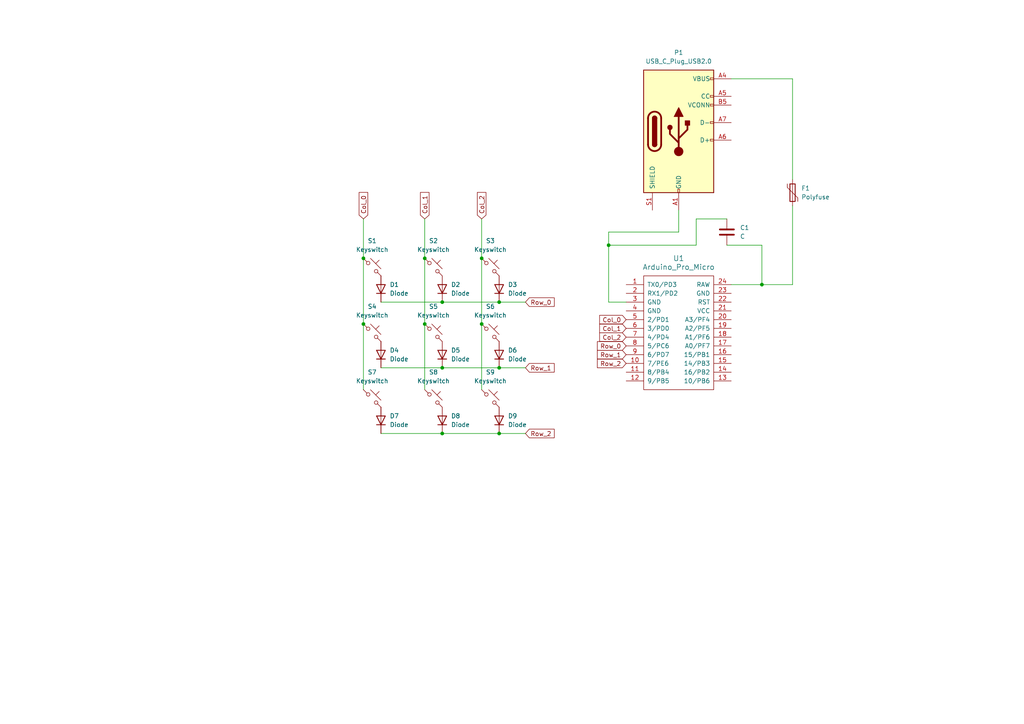
<source format=kicad_sch>
(kicad_sch (version 20250114) (generator "eeschema") (generator_version "9.0")
  (paper "A4")
  (lib_symbols
    (symbol "Connector:USB_C_Plug_USB2.0" (pin_names (offset 1.016))
      (property "Reference" "P" (at -10.16 19.05 0))
      (property "Value" "USB_C_Plug_USB2.0" (at 12.7 19.05 0))
      (symbol "USB_C_Plug_USB2.0_1_1"
        (pin passive line (at -7.62 -22.86 90) (length 5.08) (name "SHIELD") (number "S1"))
        (pin passive line (at 0 -22.86 90) (length 5.08) (name "GND") (number "A1"))
        (pin passive line (at 0 -22.86 90) (length 5.08) (hide yes) (name "GND") (number "A12"))
        (pin passive line (at 0 -22.86 90) (length 5.08) (hide yes) (name "GND") (number "B1"))
        (pin passive line (at 0 -22.86 90) (length 5.08) (hide yes) (name "GND") (number "B12"))
        (pin passive line (at 15.24 15.24 180) (length 5.08) (name "VBUS") (number "A4"))
        (pin passive line (at 15.24 15.24 180) (length 5.08) (hide yes) (name "VBUS") (number "A9"))
        (pin passive line (at 15.24 15.24 180) (length 5.08) (hide yes) (name "VBUS") (number "B4"))
        (pin passive line (at 15.24 15.24 180) (length 5.08) (hide yes) (name "VBUS") (number "B9"))
        (pin bidirectional line (at 15.24 10.16 180) (length 5.08) (name "CC") (number "A5"))
        (pin bidirectional line (at 15.24 7.62 180) (length 5.08) (name "VCONN") (number "B5"))
        (pin bidirectional line (at 15.24 2.54 180) (length 5.08) (name "D-") (number "A7"))
        (pin bidirectional line (at 15.24 -2.54 180) (length 5.08) (name "D+") (number "A6"))
      )
    )
    (symbol "Device:C" (pin_numbers (hide yes)) (pin_names (offset 0.254))
      (property "Reference" "C" (at 0.635 2.54 0))
      (property "Value" "C" (at 0.635 -2.54 0))
      (symbol "C_1_1"
        (pin passive line (at 0 3.81 270) (length 2.794) (name "~") (number "1"))
        (pin passive line (at 0 -3.81 90) (length 2.794) (name "~") (number "2"))
      )
    )
    (symbol "Device:Polyfuse" (pin_numbers (hide yes)) (pin_names (offset 0))
      (property "Reference" "F" (at -2.54 0 90))
      (property "Value" "Polyfuse" (at 2.54 0 90))
      (symbol "Polyfuse_1_1"
        (pin passive line (at 0 3.81 270) (length 1.27) (name "~") (number "1"))
        (pin passive line (at 0 -3.81 90) (length 1.27) (name "~") (number "2"))
      )
    )
    (symbol "ScottoKeebs:MCU_Arduino_Pro_Micro" (pin_names (offset 1.016))
      (property "Reference" "U" (at 0 0 0))
      (property "Value" "Arduino_Pro_Micro" (at 0 -19.05 0))
      (symbol "MCU_Arduino_Pro_Micro_1_1"
        (pin input line (at -15.24 13.97 0) (length 5.08) (name "TX0/PD3") (number "1"))
        (pin input line (at -15.24 11.43 0) (length 5.08) (name "RX1/PD2") (number "2"))
        (pin input line (at -15.24 8.89 0) (length 5.08) (name "GND") (number "3"))
        (pin input line (at -15.24 6.35 0) (length 5.08) (name "GND") (number "4"))
        (pin input line (at -15.24 3.81 0) (length 5.08) (name "2/PD1") (number "5"))
        (pin input line (at -15.24 1.27 0) (length 5.08) (name "3/PD0") (number "6"))
        (pin input line (at -15.24 -1.27 0) (length 5.08) (name "4/PD4") (number "7"))
        (pin input line (at -15.24 -3.81 0) (length 5.08) (name "5/PC6") (number "8"))
        (pin input line (at -15.24 -6.35 0) (length 5.08) (name "6/PD7") (number "9"))
        (pin input line (at -15.24 -8.89 0) (length 5.08) (name "7/PE6") (number "10"))
        (pin input line (at -15.24 -11.43 0) (length 5.08) (name "8/PB4") (number "11"))
        (pin input line (at -15.24 -13.97 0) (length 5.08) (name "9/PB5") (number "12"))
        (pin input line (at 15.24 13.97 180) (length 5.08) (name "RAW") (number "24"))
        (pin input line (at 15.24 11.43 180) (length 5.08) (name "GND") (number "23"))
        (pin input line (at 15.24 8.89 180) (length 5.08) (name "RST") (number "22"))
        (pin input line (at 15.24 6.35 180) (length 5.08) (name "VCC") (number "21"))
        (pin input line (at 15.24 3.81 180) (length 5.08) (name "A3/PF4") (number "20"))
        (pin input line (at 15.24 1.27 180) (length 5.08) (name "A2/PF5") (number "19"))
        (pin input line (at 15.24 -1.27 180) (length 5.08) (name "A1/PF6") (number "18"))
        (pin input line (at 15.24 -3.81 180) (length 5.08) (name "A0/PF7") (number "17"))
        (pin input line (at 15.24 -6.35 180) (length 5.08) (name "15/PB1") (number "16"))
        (pin input line (at 15.24 -8.89 180) (length 5.08) (name "14/PB3") (number "15"))
        (pin input line (at 15.24 -11.43 180) (length 5.08) (name "16/PB2") (number "14"))
        (pin input line (at 15.24 -13.97 180) (length 5.08) (name "10/PB6") (number "13"))
      )
    )
    (symbol "ScottoKeebs:Placeholder_Diode" (pin_numbers (hide yes)) (pin_names (hide yes))
      (property "Reference" "D" (at 0 2.54 0))
      (property "Value" "Diode" (at 0 -2.54 0))
      (symbol "Placeholder_Diode_1_1"
        (pin passive line (at -3.81 0 0) (length 2.54) (name "K") (number "1"))
        (pin passive line (at 3.81 0 180) (length 2.54) (name "A") (number "2"))
      )
    )
    (symbol "ScottoKeebs:Placeholder_Keyswitch" (pin_numbers (hide yes)) (pin_names (offset 1.016) (hide yes))
      (property "Reference" "S" (at 3.048 1.016 0))
      (property "Value" "Keyswitch" (at 0 -3.81 0))
      (symbol "Placeholder_Keyswitch_0_1"
        (pin passive line (at -2.54 2.54 0) (length 0) (name "1") (number "1"))
        (pin passive line (at 2.54 -2.54 180) (length 0) (name "2") (number "2"))
      )
    )
  )
  (polyline (pts (xy 344.4701 229.239) (xy 344.4725 229.2554) (xy 344.4751 229.2802) (xy 344.4778 229.3122) (xy 344.4807 229.3502) (xy 344.4861 229.4393) (xy 344.4886 229.488) (xy 344.4908 229.5377) (xy 344.5022 229.7758) (xy 344.5213 230.1264) (xy 344.5707 230.9604) (xy 344.5767 231.05) (xy 344.5832 231.1362) (xy 344.5895 231.2092) (xy 344.5947 231.2592) (xy 344.5982 231.285) (xy 344.5999 231.2957) (xy 344.6015 231.3051) (xy 344.6033 231.3133) (xy 344.6052 231.3204) (xy 344.6072 231.3264) (xy 344.6095 231.3314) (xy 344.612 231.3356) (xy 344.6134 231.3374) (xy 344.6148 231.339) (xy 344.6164 231.3405) (xy 344.618 231.3418) (xy 344.6216 231.344) (xy 344.6257 231.3456) (xy 344.6303 231.3469) (xy 344.6354 231.3479) (xy 344.6411 231.3487) (xy 344.6767 231.3529) (xy 344.6785 230.9788) (xy 344.6805 230.8019) (xy 344.6824 230.729) (xy 344.6848 230.6656) (xy 344.688 230.6108) (xy 344.6918 230.5639) (xy 344.6963 230.5242) (xy 344.7016 230.4909) (xy 344.7229 230.3771) (xy 344.7247 230.6203) (xy 344.7259 230.7039) (xy 344.7286 230.7834) (xy 344.7328 230.8592) (xy 344.7385 230.9317) (xy 344.7459 231.0014) (xy 344.7552 231.0688) (xy 344.7662 231.1342) (xy 344.7793 231.198) (xy 344.7944 231.2608) (xy 344.8117 231.323) (xy 344.8313 231.3849) (xy 344.8532 231.447) (xy 344.8775 231.5097) (xy 344.9044 231.5735) (xy 344.934 231.6389) (xy 344.9663 231.7062) (xy 344.9808 231.736) (xy 344.9942 231.7641) (xy 345.0061 231.7898) (xy 345.0162 231.8125) (xy 345.0243 231.8314) (xy 345.0301 231.8461) (xy 345.0333 231.8558) (xy 345.0339 231.8586) (xy 345.0337 231.86) (xy 345.0333 231.8601) (xy 345.0327 231.8599) (xy 345.0319 231.8595) (xy 345.031 231.8587) (xy 345.0285 231.8563) (xy 345.0253 231.8528) (xy 345.0214 231.8483) (xy 345.017 231.8428) (xy 345.012 231.8364) (xy 345.0065 231.8292) (xy 344.994 231.8124) (xy 344.98 231.7928) (xy 344.9648 231.771) (xy 344.9488 231.7473) (xy 344.9144 231.6962) (xy 344.8875 231.657) (xy 344.8662 231.6273) (xy 344.8571 231.6154) (xy 344.8486 231.6051) (xy 344.8406 231.5961) (xy 344.8329 231.588) (xy 344.8251 231.5807) (xy 344.817 231.5739) (xy 344.8085 231.5672) (xy 344.7992 231.5605) (xy 344.7775 231.5455) (xy 344.7671 231.539) (xy 344.7561 231.533) (xy 344.7446 231.5276) (xy 344.7327 231.5227) (xy 344.7207 231.5185) (xy 344.7087 231.5149) (xy 344.6968 231.512) (xy 344.6851 231.5098) (xy 344.674 231.5082) (xy 344.6634 231.5075) (xy 344.6536 231.5075) (xy 344.6446 231.5083) (xy 344.6368 231.5099) (xy 344.6333 231.511) (xy 344.6302 231.5123) (xy 344.6274 231.5139) (xy 344.6249 231.5157) (xy 344.6229 231.5177) (xy 344.6212 231.5199) (xy 344.62 231.5254) (xy 344.6197 231.5364) (xy 344.6216 231.5734) (xy 344.6264 231.6279) (xy 344.6339 231.6968) (xy 344.6436 231.7772) (xy 344.6553 231.866) (xy 344.6685 231.9603) (xy 344.683 232.0569) (xy 344.6967 232.1402) (xy 344.7111 232.2189) (xy 344.7264 232.2931) (xy 344.7427 232.3629) (xy 344.7598 232.4285) (xy 344.7779 232.4899) (xy 344.7971 232.5472) (xy 344.8173 232.6005) (xy 344.8386 232.6499) (xy 344.861 232.6956) (xy 344.8846 232.7376) (xy 344.9094 232.776) (xy 344.9355 232.8109) (xy 344.9628 232.8424) (xy 344.9915 232.8707) (xy 345.0216 232.8957) (xy 345.0352 232.9063) (xy 345.0468 232.9154) (xy 345.0562 232.9232) (xy 345.0633 232.9297) (xy 345.0661 232.9324) (xy 345.0683 232.9348) (xy 345.0699 232.9369) (xy 345.0709 232.9386) (xy 345.0714 232.94) (xy 345.0714 232.9406) (xy 345.0712 232.9411) (xy 345.0709 232.9415) (xy 345.0705 232.9418) (xy 345.0691 232.9422) (xy 345.0672 232.9423) (xy 345.0646 232.942) (xy 345.0614 232.9414) (xy 345.0576 232.9405) (xy 345.0481 232.9377) (xy 345.036 232.9336) (xy 345.0213 232.9282) (xy 345.004 232.9215) (xy 344.9839 232.9136) (xy 344.9611 232.9043) (xy 344.913 232.8861) (xy 344.8614 232.8689) (xy 344.8087 232.8532) (xy 344.7577 232.8398) (xy 344.7108 232.8293) (xy 344.6708 232.8224) (xy 344.6541 232.8204) (xy 344.6401 232.8195) (xy 344.6291 232.8198) (xy 344.6214 232.8214) (xy 344.6198 232.8222) (xy 344.6182 232.823) (xy 344.6166 232.8239) (xy 344.6152 232.8249) (xy 344.6138 232.826) (xy 344.6125 232.8273) (xy 344.6113 232.8287) (xy 344.6101 232.8303) (xy 344.609 232.832) (xy 344.608 232.8339) (xy 344.607 232.8359) (xy 344.6061 232.8382) (xy 344.6052 232.8405) (xy 344.6045 232.8431) (xy 344.6037 232.8459) (xy 344.603 232.8489) (xy 344.6024 232.8521) (xy 344.6018 232.8555) (xy 344.6013 232.8592) (xy 344.6008 232.8631) (xy 344.6004 232.8672) (xy 344.6 232.8716) (xy 344.5997 232.8762) (xy 344.5994 232.8811) (xy 344.5989 232.8918) (xy 344.5986 232.9035) (xy 344.5984 232.9165) (xy 344.5984 232.9308) (xy 344.5986 232.9548) (xy 344.5994 232.9756) (xy 344.6008 232.9933) (xy 344.6017 233.0009) (xy 344.6027 233.0078) (xy 344.6039 233.014) (xy 344.6052 233.0194) (xy 344.6067 233.024) (xy 344.6083 233.0279) (xy 344.61 233.0311) (xy 344.6119 233.0335) (xy 344.6139 233.0352) (xy 344.6161 233.0362) (xy 344.6219 233.0375) (xy 344.6315 233.0394) (xy 344.66 233.0444) (xy 344.6978 233.0506) (xy 344.7406 233.0574) (xy 344.7929 233.0661) (xy 344.8565 233.0779) (xy 344.9232 233.0912) (xy 344.9851 233.1045) (xy 345.123 233.1353) (xy 345.1525 233.1006) (xy 345.1698 233.0797) (xy 345.1877 233.0565) (xy 345.2063 233.0313) (xy 345.2256 233.004) (xy 345.2454 232.9746) (xy 345.2659 232.9433) (xy 345.3083 232.875) (xy 345.3526 232.7994) (xy 345.3987 232.7168) (xy 345.4463 232.6277) (xy 345.495 232.5324) (xy 345.5102 232.5028) (xy 345.5247 232.4759) (xy 345.538 232.4522) (xy 345.5499 232.4323) (xy 345.56 232.4167) (xy 345.5643 232.4106) (xy 345.568 232.4059) (xy 345.5711 232.4025) (xy 345.5735 232.4006) (xy 345.5745 232.4001) (xy 345.5753 232.4001) (xy 345.5759 232.4004) (xy 345.5763 232.4012) (xy 345.5769 232.4032) (xy 345.5772 232.4057) (xy 345.5774 232.4086) (xy 345.5774 232.4118) (xy 345.5773 232.4153) (xy 345.577 232.4191) (xy 345.5765 232.4232) (xy 345.5758 232.4274) (xy 345.5751 232.4319) (xy 345.5741 232.4364) (xy 345.5731 232.4411) (xy 345.5719 232.4459) (xy 345.5706 232.4507) (xy 345.5691 232.4556) (xy 345.5676 232.4604) (xy 345.5659 232.4652) (xy 345.5254 232.5872) (xy 345.4874 232.7197) (xy 345.4538 232.8543) (xy 345.426 232.9828) (xy 345.4057 233.0971) (xy 345.3988 233.1463) (xy 345.3945 233.1889) (xy 345.3929 233.2238) (xy 345.3941 233.25) (xy 345.3985 233.2665) (xy 345.4019 233.2708) (xy 345.4061 233.2722) (xy 345.4106 233.2738) (xy 345.4194 233.2784) (xy 345.448 233.2952) (xy 345.4881 233.3204) (xy 345.5362 233.3514) (xy 345.5885 233.386) (xy 345.6414 233.4216) (xy 345.6912 233.456) (xy 345.7342 233.4866) (xy 345.796 233.5317) (xy 345.8587 233.4701) (xy 345.8713 233.4574) (xy 345.8831 233.4448) (xy 345.8937 233.4328) (xy 345.903 233.4215) (xy 345.9071 233.4163) (xy 345.9107 233.4114) (xy 345.9138 233.4068) (xy 345.9165 233.4027) (xy 345.9186 233.399) (xy 345.9201 233.3958) (xy 345.9211 233.3931) (xy 345.9214 233.391) (xy 345.9213 233.39) (xy 345.9207 233.3889) (xy 345.9199 233.3876) (xy 345.9187 233.3861) (xy 345.9173 233.3845) (xy 345.9155 233.3828) (xy 345.9111 233.379) (xy 345.9055 233.3747) (xy 345.8989 233.3699) (xy 345.8913 233.3648) (xy 345.8828 233.3593) (xy 345.8735 233.3535) (xy 345.8634 233.3474) (xy 345.8526 233.3411) (xy 345.8411 233.3346) (xy 345.829 233.328) (xy 345.8165 233.3212) (xy 345.8035 233.3145) (xy 345.7901 233.3077) (xy 345.7386 233.2816) (xy 345.6955 233.2594) (xy 345.6653 233.2433) (xy 345.6565 233.2383) (xy 345.6525 233.2357) (xy 345.6523 233.2354) (xy 345.6523 233.2351) (xy 345.6526 233.2349) (xy 345.653 233.2346) (xy 345.6536 233.2344) (xy 345.6545 233.2343) (xy 345.6568 233.234) (xy 345.6598 233.2338) (xy 345.6635 233.2337) (xy 345.6679 233.2338) (xy 345.6729 233.2339) (xy 345.6847 233.2344) (xy 345.6984 233.2354) (xy 345.7139 233.2367) (xy 345.7307 233.2383) (xy 345.7511 233.2399) (xy 345.7719 233.2405) (xy 345.7931 233.2401) (xy 345.8147 233.2388) (xy 345.8366 233.2365) (xy 345.8589 233.2332) (xy 345.8813 233.229) (xy 345.904 233.2239) (xy 345.9268 233.2179) (xy 345.9497 233.2109) (xy 345.9726 233.2031) (xy 345.9956 233.1944) (xy 346.0185 233.1848) (xy 346.0413 233.1744) (xy 346.0639 233.1631) (xy 346.0864 233.151) (xy 346.1244 233.1289) (xy 346.1661 233.1028) (xy 346.2113 233.073) (xy 346.2597 233.0397) (xy 346.3655 232.9632) (xy 346.4817 232.8745) (xy 346.6065 232.775) (xy 346.7383 232.6662) (xy 346.8753 232.5493) (xy 347.0157 232.4257) (xy 347.178 232.2811) (xy 347.2308 232.2346) (xy 347.2682 232.2023) (xy 347.2928 232.1821) (xy 347.3072 232.1718) (xy 347.3113 232.1697) (xy 347.3138 232.1692) (xy 347.3151 232.1701) (xy 347.3154 232.1721) (xy 347.3153 232.1729) (xy 347.3149 232.1739) (xy 347.3133 232.1768) (xy 347.3107 232.1808) (xy 347.3072 232.1857) (xy 347.3029 232.1916) (xy 347.2977 232.1983) (xy 347.285 232.2141) (xy 347.2698 232.2326) (xy 347.2523 232.2531) (xy 347.233 232.2753) (xy 347.2123 232.2986) (xy 346.9891 232.5488) (xy 346.9222 232.6253) (xy 346.8803 232.6747) (xy 346.8638 232.6946) (xy 346.8489 232.712) (xy 346.8426 232.7191) (xy 346.8374 232.7249) (xy 346.8334 232.7292) (xy 346.8308 232.7316) (xy 346.8145 232.7502) (xy 346.7811 232.7917) (xy 346.6816 232.9196) (xy 346.5688 233.068) (xy 346.5188 233.1349) (xy 346.4792 233.1891) (xy 346.4602 233.2164) (xy 346.4401 233.2469) (xy 346.4195 233.2794) (xy 346.399 233.3131) (xy 346.3793 233.3468) (xy 346.3608 233.3795) (xy 346.3443 233.4103) (xy 346.3304 233.4381) (xy 346.3111 233.4788) (xy 346.3032 233.4961) (xy 346.2963 233.5118) (xy 346.2905 233.5263) (xy 346.2856 233.5398) (xy 346.2816 233.5528) (xy 346.2783 233.5657) (xy 346.2757 233.5786) (xy 346.2737 233.5921) (xy 346.2722 233.6063) (xy 346.2712 233.6218) (xy 346.2706 233.6388) (xy 346.2702 233.6577) (xy 346.27 233.7026) (xy 346.2698 233.7304) (xy 346.2694 233.7564) (xy 346.2688 233.78) (xy 346.2679 233.8005) (xy 346.2668 233.8174) (xy 346.2656 233.8302) (xy 346.2643 233.8383) (xy 346.2636 233.8404) (xy 346.2629 233.841) (xy 346.2625 233.8409) (xy 346.262 233.8406) (xy 346.2614 233.8402) (xy 346.2608 233.8395) (xy 346.2593 233.8376) (xy 346.2575 233.8351) (xy 346.2556 233.8319) (xy 346.2533 233.8282) (xy 346.2509 233.8238) (xy 346.2483 233.819) (xy 346.2456 233.8137) (xy 346.2426 233.808) (xy 346.2365 233.7953) (xy 346.23 233.7813) (xy 346.2233 233.7664) (xy 346.2159 233.75) (xy 346.2073 233.732) (xy 346.1978 233.7129) (xy 346.1876 233.6933) (xy 346.1772 233.6739) (xy 346.1668 233.6552) (xy 346.1568 233.6378) (xy 346.1473 233.6223) (xy 346.1037 233.5526) (xy 346.0315 233.6248) (xy 346.0095 233.6471) (xy 346.0005 233.6565) (xy 345.9928 233.6648) (xy 345.9863 233.6723) (xy 345.981 233.6789) (xy 345.9768 233.6848) (xy 345.9751 233.6876) (xy 345.9737 233.6902) (xy 345.9725 233.6926) (xy 345.9715 233.695) (xy 345.9708 233.6973) (xy 345.9703 233.6995) (xy 345.9701 233.7017) (xy 345.97 233.7038) (xy 345.9701 233.7058) (xy 345.9705 233.7079) (xy 345.971 233.7099) (xy 345.9717 233.7119) (xy 345.9737 233.7161) (xy 345.9763 233.7204) (xy 345.9795 233.725) (xy 345.9935 233.744) (xy 346.0167 233.7751) (xy 346.0779 233.856) (xy 346.0944 233.878) (xy 346.1111 233.9012) (xy 346.1277 233.9247) (xy 346.1437 233.948) (xy 346.1586 233.9704) (xy 346.172 233.991) (xy 346.1833 234.0093) (xy 346.1921 234.0246) (xy 346.2281 234.0903) (xy 346.3486 234.0869) (xy 346.3736 234.0858) (xy 346.3998 234.0838) (xy 346.4273 234.081) (xy 346.4562 234.0772) (xy 346.4865 234.0725) (xy 346.5184 234.0669) (xy 346.5519 234.0603) (xy 346.5872 234.0527) (xy 346.6635 234.0345) (xy 346.748 234.012) (xy 346.8415 233.9851) (xy 346.9447 233.9537) (xy 347.0137 233.9326) (xy 347.0709 233.916) (xy 347.1102 233.9055) (xy 347.1213 233.903) (xy 347.1244 233.9026) (xy 347.1258 233.9027) (xy 347.1257 233.9031) (xy 347.1252 233.9037) (xy 347.1226 233.9057) (xy 347.1181 233.9086) (xy 347.1118 233.9124) (xy 347.0942 233.9226) (xy 347.0706 233.9357) (xy 347.0418 233.9514) (xy 347.0085 233.9692) (xy 346.9717 233.9886) (xy 346.932 234.0092) (xy 346.8115 234.073) (xy 346.7021 234.1339) (xy 346.6052 234.1909) (xy 346.5224 234.2429) (xy 346.4553 234.2891) (xy 346.4281 234.3096) (xy 346.4054 234.3283) (xy 346.3874 234.345) (xy 346.3743 234.3596) (xy 346.3662 234.3719) (xy 346.3634 234.3819) (xy 346.3635 234.3846) (xy 346.3639 234.3882) (xy 346.3654 234.3981) (xy 346.3678 234.411) (xy 346.3711 234.4265) (xy 346.375 234.444) (xy 346.3795 234.463) (xy 346.3845 234.4831) (xy 346.3899 234.5038) (xy 346.3956 234.5262) (xy 346.4015 234.5517) (xy 346.4075 234.5792) (xy 346.4135 234.6079) (xy 346.4191 234.6369) (xy 346.4243 234.6654) (xy 346.4289 234.6924) (xy 346.4327 234.7172) (xy 346.4414 234.7804) (xy 346.445 234.8054) (xy 346.4485 234.8265) (xy 346.452 234.844) (xy 346.4559 234.8582) (xy 346.458 234.8642) (xy 346.4603 234.8695) (xy 346.4629 234.8742) (xy 346.4657 234.8782) (xy 346.4688 234.8817) (xy 346.4722 234.8847) (xy 346.4759 234.8871) (xy 346.48 234.8892) (xy 346.4846 234.8908) (xy 346.4895 234.892) (xy 346.501 234.8937) (xy 346.5146 234.8943) (xy 346.5306 234.8944) (xy 346.571 234.8941) (xy 346.6794 234.8941) (xy 346.6712 234.825) (xy 346.6684 234.8076) (xy 346.6636 234.7845) (xy 346.657 234.7568) (xy 346.6489 234.7254) (xy 346.6395 234.6914) (xy 346.6292 234.6557) (xy 346.6182 234.6192) (xy 346.6067 234.5831) (xy 346.5956 234.5484) (xy 346.5857 234.516) (xy 346.5773 234.4867) (xy 346.5704 234.4611) (xy 346.5652 234.44) (xy 346.562 234.424) (xy 346.5612 234.4182) (xy 346.5609 234.4139) (xy 346.5612 234.4113) (xy 346.5616 234.4106) (xy 346.5621 234.4104) (xy 346.5627 234.4104) (xy 346.5634 234.4105) (xy 346.564 234.4107) (xy 346.5647 234.4109) (xy 346.5653 234.4112) (xy 346.566 234.4115) (xy 346.5667 234.4119) (xy 346.5674 234.4124) (xy 346.568 234.4129) (xy 346.5687 234.4135) (xy 346.5694 234.4141) (xy 346.5701 234.4148) (xy 346.5708 234.4155) (xy 346.5715 234.4162) (xy 346.5729 234.4179) (xy 346.5742 234.4197) (xy 346.5755 234.4217) (xy 346.5768 234.4238) (xy 346.578 234.4261) (xy 346.5791 234.4285) (xy 346.5802 234.4309) (xy 346.5812 234.4335) (xy 346.5821 234.4361) (xy 346.5833 234.439) (xy 346.5851 234.4426) (xy 346.5874 234.4467) (xy 346.5904 234.4513) (xy 346.5938 234.4564) (xy 346.5977 234.4618) (xy 346.6021 234.4676) (xy 346.6068 234.4737) (xy 346.6119 234.4801) (xy 346.6174 234.4867) (xy 346.6231 234.4935) (xy 346.6291 234.5004) (xy 346.6353 234.5073) (xy 346.6417 234.5143) (xy 346.6482 234.5213) (xy 346.6548 234.5282) (xy 346.6698 234.5429) (xy 346.6861 234.5573) (xy 346.7036 234.5713) (xy 346.7224 234.5851) (xy 346.7638 234.6116) (xy 346.8107 234.6369) (xy 346.8634 234.6611) (xy 346.922 234.6843) (xy 346.9868 234.7065) (xy 347.0581 234.7277) (xy 347.1362 234.7482) (xy 347.2213 234.7679) (xy 347.3137 234.787) (xy 347.4136 234.8054) (xy 347.5213 234.8234) (xy 347.6371 234.8408) (xy 347.7613 234.8579) (xy 347.894 234.8746) (xy 347.9088 234.8763) (xy 347.9219 234.8773) (xy 347.9334 234.8777) (xy 347.9386 234.8775) (xy 347.9433 234.8772) (xy 347.9478 234.8767) (xy 347.9518 234.8759) (xy 347.9555 234.8749) (xy 347.9589 234.8736) (xy 347.962 234.8721) (xy 347.9647 234.8702) (xy 347.9671 234.8681) (xy 347.9692 234.8657) (xy 347.971 234.8629) (xy 347.9725 234.8599) (xy 347.9738 234.8565) (xy 347.9747 234.8527) (xy 347.9754 234.8486) (xy 347.9759 234.8441) (xy 347.9761 234.8392) (xy 347.9761 234.8339) (xy 347.9759 234.8282) (xy 347.9755 234.8221) (xy 347.974 234.8085) (xy 347.9717 234.7931) (xy 347.9688 234.7757) (xy 347.9676 234.7693) (xy 347.9661 234.763) (xy 347.9644 234.7568) (xy 347.9624 234.7506) (xy 347.9602 234.7445) (xy 347.9577 234.7384) (xy 347.955 234.7324) (xy 347.9519 234.7264) (xy 347.9485 234.7204) (xy 347.9448 234.7144) (xy 347.9408 234.7084) (xy 347.9364 234.7024) (xy 347.9317 234.6963) (xy 347.9267 234.6902) (xy 347.9154 234.6778) (xy 347.9025 234.6651) (xy 347.8879 234.6519) (xy 347.8716 234.6382) (xy 347.8534 234.6239) (xy 347.8333 234.6089) (xy 347.8111 234.5931) (xy 347.7868 234.5764) (xy 347.7602 234.5587) (xy 347.7366 234.5429) (xy 347.7146 234.5278) (xy 347.6947 234.5136) (xy 347.6773 234.5008) (xy 347.663 234.4898) (xy 347.6521 234.4808) (xy 347.6481 234.4772) (xy 347.6452 234.4742) (xy 347.6435 234.472) (xy 347.6428 234.4704) (xy 347.6431 234.47) (xy 347.6437 234.4697) (xy 347.6447 234.4697) (xy 347.6461 234.4699) (xy 347.6501 234.4708) (xy 347.6555 234.4724) (xy 347.6623 234.4748) (xy 347.6704 234.4778) (xy 347.6901 234.4858) (xy 347.714 234.4961) (xy 347.7413 234.5085) (xy 347.7715 234.5226) (xy 347.8038 234.5381) (xy 347.8736 234.571) (xy 347.9412 234.6007) (xy 348.0074 234.6273) (xy 348.0731 234.6511) (xy 348.1391 234.6725) (xy 348.2062 234.6917) (xy 348.2753 234.7089) (xy 348.3471 234.7246) (xy 348.4162 234.7364) (xy 348.5006 234.7474) (xy 348.5946 234.7572) (xy 348.6924 234.7652) (xy 348.7884 234.7712) (xy 348.8769 234.7746) (xy 348.9522 234.7752) (xy 348.9831 234.7743) (xy 349.0086 234.7725) (xy 349.0284 234.7706) (xy 349.0442 234.7695) (xy 349.0506 234.7692) (xy 349.0561 234.7692) (xy 349.0607 234.7693) (xy 349.0643 234.7696) (xy 349.0671 234.7701) (xy 349.069 234.7709) (xy 349.0696 234.7713) (xy 349.07 234.7718) (xy 349.0702 234.7724) (xy 349.0702 234.773) (xy 349.07 234.7736) (xy 349.0695 234.7743) (xy 349.0681 234.7759) (xy 349.0659 234.7777) (xy 349.0629 234.7797) (xy 349.0514 234.7846) (xy 349.0333 234.7894) (xy 349.0091 234.794) (xy 348.9793 234.7982) (xy 348.9057 234.8059) (xy 348.8168 234.8121) (xy 348.7172 234.8166) (xy 348.6115 234.8191) (xy 348.504 234.8194) (xy 348.3994 234.8172) (xy 348.1388 234.8083) (xy 348.1434 234.8467) (xy 348.144 234.8513) (xy 348.1447 234.8557) (xy 348.1456 234.8598) (xy 348.1467 234.8637) (xy 348.1481 234.8674) (xy 348.1499 234.8708) (xy 348.1509 234.8724) (xy 348.152 234.874) (xy 348.1533 234.8755) (xy 348.1546 234.877) (xy 348.1561 234.8785) (xy 348.1577 234.8799) (xy 348.1595 234.8812) (xy 348.1614 234.8825) (xy 348.1634 234.8838) (xy 348.1656 234.8851) (xy 348.1705 234.8874) (xy 348.1761 234.8896) (xy 348.1825 234.8917) (xy 348.1897 234.8937) (xy 348.1978 234.8956) (xy 348.2069 234.8974) (xy 348.2169 234.8991) (xy 348.2279 234.9007) (xy 348.2401 234.9023) (xy 348.2534 234.9038) (xy 348.2679 234.9053) (xy 348.2836 234.9067) (xy 348.3007 234.9082) (xy 348.3389 234.9111) (xy 348.3831 234.9141) (xy 348.4335 234.9174) (xy 348.4907 234.9208) (xy 348.7371 234.9363) (xy 348.9517 234.9508) (xy 349.1648 234.9647) (xy 349.4302 234.9795) (xy 349.7223 234.9941) (xy 350.0158 235.007) (xy 350.1163 235.0116) (xy 350.1985 235.0166) (xy 350.2605 235.0215) (xy 350.3006 235.0261) (xy 350.3119 235.0282) (xy 350.3171 235.0302) (xy 350.3173 235.0311) (xy 350.3159 235.0319) (xy 350.3081 235.0334) (xy 350.2719 235.0355) (xy 350.2068 235.0363) (xy 350.0672 235.0397) (xy 349.8504 235.0483) (xy 349.6065 235.0599) (xy 349.3856 235.0724) (xy 349.2179 235.0819) (xy 348.9944 235.0935) (xy 348.6506 235.1119) (xy 348.3921 235.1289) (xy 348.225 235.1441) (xy 348.1777 235.1508) (xy 348.1555 235.1569) (xy 348.1547 235.1575) (xy 348.154 235.1581) (xy 348.1533 235.1588) (xy 348.1525 235.1596) (xy 348.1518 235.1605) (xy 348.1511 235.1615) (xy 348.1498 235.1638) (xy 348.1485 235.1664) (xy 348.1473 235.1692) (xy 348.1461 235.1724) (xy 348.1451 235.1757) (xy 348.1441 235.1793) (xy 348.1433 235.1831) (xy 348.1426 235.187) (xy 348.1419 235.1911) (xy 348.1414 235.1953) (xy 348.1411 235.1995) (xy 348.1409 235.2038) (xy 348.1408 235.2082) (xy 348.1408 235.2151) (xy 348.141 235.2211) (xy 348.1413 235.2264) (xy 348.1418 235.2309) (xy 348.1421 235.2329) (xy 348.1425 235.2348) (xy 348.143 235.2364) (xy 348.1436 235.2379) (xy 348.1442 235.2392) (xy 348.145 235.2404) (xy 348.1458 235.2414) (xy 348.1467 235.2422) (xy 348.1478 235.2429) (xy 348.1489 235.2435) (xy 348.1502 235.244) (xy 348.1516 235.2443) (xy 348.1531 235.2445) (xy 348.1547 235.2445) (xy 348.1565 235.2445) (xy 348.1585 235.2443) (xy 348.1628 235.2437) (xy 348.1678 235.2426) (xy 348.1735 235.2412) (xy 348.1799 235.2395) (xy 348.1996 235.2361) (xy 348.2303 235.2333) (xy 348.3193 235.2296) (xy 348.4345 235.2282) (xy 348.5639 235.2289) (xy 348.6953 235.2316) (xy 348.8166 235.2361) (xy 348.9156 235.2423) (xy 348.9529 235.246) (xy 348.9801 235.25) (xy 349.0868 235.2707) (xy 348.7881 235.2797) (xy 348.703 235.2828) (xy 348.6237 235.287) (xy 348.5495 235.2925) (xy 348.4793 235.2995) (xy 348.4123 235.3082) (xy 348.3477 235.319) (xy 348.2845 235.332) (xy 348.2219 235.3474) (xy 348.1589 235.3656) (xy 348.0948 235.3867) (xy 348.0286 235.411) (xy 347.9594 235.4387) (xy 347.8865 235.47) (xy 347.8088 235.5053) (xy 347.6357 235.5883) (xy 347.6326 235.5898) (xy 347.6301 235.5909) (xy 347.6281 235.5915) (xy 347.6267 235.5918) (xy 347.6259 235.5917) (xy 347.6257 235.5915) (xy 347.6256 235.5912) (xy 347.6259 235.5903) (xy 347.6267 235.5891) (xy 347.628 235.5875) (xy 347.6298 235.5855) (xy 347.635 235.5806) (xy 347.6422 235.5743) (xy 347.6513 235.5668) (xy 347.6622 235.558) (xy 347.6749 235.548) (xy 347.6894 235.5369) (xy 347.7054 235.5247) (xy 347.7231 235.5115) (xy 347.7423 235.4974) (xy 347.785 235.4664) (xy 347.8123 235.4464) (xy 347.8388 235.4263) (xy 347.8639 235.4066) (xy 347.8869 235.388) (xy 347.9072 235.3708) (xy 347.9241 235.3557) (xy 347.9369 235.3432) (xy 347.9416 235.3381) (xy 347.9451 235.3339) (xy 347.9508 235.3252) (xy 347.9561 235.3153) (xy 347.9611 235.3044) (xy 347.9656 235.2927) (xy 347.9697 235.2805) (xy 347.9733 235.2679) (xy 347.9764 235.2552) (xy 347.9788 235.2427) (xy 347.9807 235.2304) (xy 347.9819 235.2188) (xy 347.9824 235.2079) (xy 347.9821 235.198) (xy 347.9811 235.1894) (xy 347.9803 235.1857) (xy 347.9793 235.1823) (xy 347.9781 235.1793) (xy 347.9766 235.1768) (xy 347.9749 235.1748) (xy 347.973 235.1733) (xy 347.972 235.1729) (xy 347.9706 235.1725) (xy 347.9664 235.1719) (xy 347.9605 235.1716) (xy 347.953 235.1715) (xy 347.9336 235.1719) (xy 347.9091 235.1731) (xy 347.8803 235.1751) (xy 347.8479 235.1779) (xy 347.8128 235.1813) (xy 347.7758 235.1853) (xy 347.5267 235.2173) (xy 347.4147 235.2347) (xy 347.3107 235.253) (xy 347.2145 235.2724) (xy 347.1258 235.2929) (xy 347.0444 235.3147) (xy 346.9699 235.3378) (xy 346.9023 235.3623) (xy 346.8411 235.3882) (xy 346.7862 235.4158) (xy 346.7373 235.445) (xy 346.6942 235.4759) (xy 346.6566 235.5087) (xy 346.6242 235.5433) (xy 346.5969 235.58) (xy 346.5875 235.5937) (xy 346.5792 235.6048) (xy 346.5755 235.6095) (xy 346.572 235.6136) (xy 346.5688 235.617) (xy 346.5659 235.6199) (xy 346.5633 235.6221) (xy 346.5609 235.6238) (xy 346.5589 235.6249) (xy 346.5571 235.6254) (xy 346.5556 235.6254) (xy 346.5544 235.6248) (xy 346.5534 235.6237) (xy 346.5528 235.622) (xy 346.5524 235.6197) (xy 346.5524 235.6169) (xy 346.5526 235.6136) (xy 346.5532 235.6098) (xy 346.554 235.6055) (xy 346.5551 235.6006) (xy 346.5583 235.5894) (xy 346.5627 235.5762) (xy 346.5683 235.5611) (xy 346.5751 235.5441) (xy 346.5832 235.5254) (xy 346.6006 235.4834) (xy 346.6174 235.438) (xy 346.6329 235.391) (xy 346.6469 235.3442) (xy 346.6586 235.2994) (xy 346.6676 235.2586) (xy 346.6709 235.2402) (xy 346.6734 235.2235) (xy 346.6749 235.2087) (xy 346.6754 235.1961) (xy 346.6754 235.1489) (xy 346.5654 235.1531) (xy 346.4554 235.1572) (xy 346.4384 235.2782) (xy 346.4343 235.3052) (xy 346.4293 235.3355) (xy 346.4171 235.4023) (xy 346.4034 235.4701) (xy 346.3965 235.5019) (xy 346.3898 235.5308) (xy 346.3796 235.5737) (xy 346.3723 235.6066) (xy 346.3697 235.6198) (xy 346.3678 235.6311) (xy 346.3665 235.6409) (xy 346.366 235.6492) (xy 346.3661 235.6564) (xy 346.3669 235.6626) (xy 346.3683 235.6681) (xy 346.3704 235.6731) (xy 346.3732 235.6778) (xy 346.3766 235.6825) (xy 346.3853 235.6926) (xy 346.3992 235.7069) (xy 346.4166 235.7226) (xy 346.4374 235.7396) (xy 346.4614 235.7578) (xy 346.4885 235.7772) (xy 346.5188 235.7978) (xy 346.5521 235.8195) (xy 346.5883 235.8423) (xy 346.6274 235.8661) (xy 346.6692 235.8908) (xy 346.7609 235.943) (xy 346.8628 235.9984) (xy 346.9742 236.0567) (xy 347.0262 236.0839) (xy 347.0462 236.0948) (xy 347.0622 236.1039) (xy 347.0741 236.1113) (xy 347.0818 236.117) (xy 347.0841 236.1192) (xy 347.0854 236.1209) (xy 347.0856 236.1223) (xy 347.0848 236.1232) (xy 347.0829 236.1237) (xy 347.0799 236.1238) (xy 347.0708 236.1227) (xy 347.0574 236.1201) (xy 347.0396 236.1158) (xy 347.0175 236.1099) (xy 346.9909 236.1024) (xy 346.9244 236.0828) (xy 346.8312 236.0555) (xy 346.7434 236.0311) (xy 346.6614 236.0097) (xy 346.5858 235.9914) (xy 346.5168 235.9763) (xy 346.455 235.9646) (xy 346.4007 235.9562) (xy 346.3544 235.9513) (xy 346.2397 235.943) (xy 346.1684 236.0552) (xy 346.1527 236.0794) (xy 346.1355 236.1052) (xy 346.1172 236.1319) (xy 346.0984 236.1586) (xy 346.0797 236.1845) (xy 346.0617 236.2088) (xy 346.045 236.2308) (xy 346.0301 236.2496) (xy 346.023 236.2585) (xy 346.0162 236.2672) (xy 346.0099 236.2757) (xy 346.0039 236.2839) (xy 345.9984 236.2918) (xy 345.9934 236.2995) (xy 345.9888 236.3067) (xy 345.9847 236.3135) (xy 345.9812 236.3199) (xy 345.9782 236.3259) (xy 345.9758 236.3313) (xy 345.9739 236.3361) (xy 345.9727 236.3404) (xy 345.9721 236.344) (xy 345.9722 236.347) (xy 345.9724 236.3482) (xy 345.9729 236.3492) (xy 345.9771 236.3558) (xy 345.9829 236.3636) (xy 345.99 236.3724) (xy 345.9982 236.3819) (xy 346.0073 236.3919) (xy 346.017 236.4022) (xy 346.0375 236.4229) (xy 346.0577 236.4421) (xy 346.0672 236.4505) (xy 346.076 236.458) (xy 346.0839 236.4642) (xy 346.0905 236.4689) (xy 346.0958 236.4719) (xy 346.0978 236.4727) (xy 346.0994 236.473) (xy 346.1011 236.4729) (xy 346.1028 236.4726) (xy 346.1046 236.472) (xy 346.1065 236.4712) (xy 346.1084 236.4702) (xy 346.1104 236.4689) (xy 346.1124 236.4673) (xy 346.1145 236.4654) (xy 346.1167 236.4631) (xy 346.119 236.4606) (xy 346.1214 236.4578) (xy 346.124 236.4546) (xy 346.1266 236.451) (xy 346.1293 236.4471) (xy 346.1322 236.4429) (xy 346.1352 236.4382) (xy 346.1384 236.4332) (xy 346.1417 236.4277) (xy 346.1488 236.4156) (xy 346.1567 236.4016) (xy 346.1652 236.3859) (xy 346.1746 236.3681) (xy 346.1848 236.3484) (xy 346.196 236.3266) (xy 346.2081 236.3025) (xy 346.2616 236.1958) (xy 346.2624 236.3025) (xy 346.2629 236.3259) (xy 346.2639 236.3487) (xy 346.2655 236.3711) (xy 346.2677 236.393) (xy 346.2705 236.4146) (xy 346.2739 236.4358) (xy 346.2779 236.4567) (xy 346.2826 236.4773) (xy 346.2879 236.4977) (xy 346.2938 236.5179) (xy 346.3004 236.5379) (xy 346.3077 236.5578) (xy 346.3156 236.5776) (xy 346.3242 236.5974) (xy 346.3336 236.6172) (xy 346.3436 236.637) (xy 346.3642 236.6743) (xy 346.3894 236.7161) (xy 346.419 236.7622) (xy 346.4527 236.8122) (xy 346.5315 236.9227) (xy 346.624 237.0453) (xy 346.7283 237.1776) (xy 346.8427 237.3172) (xy 346.9652 237.4617) (xy 347.094 237.6087) (xy 347.1904 237.7174) (xy 347.2597 237.7967) (xy 347.302 237.8476) (xy 347.3132 237.8626) (xy 347.3176 237.8709) (xy 347.3174 237.8724) (xy 347.3155 237.8724) (xy 347.3067 237.8673) (xy 347.2913 237.8557) (xy 347.2694 237.8378) (xy 347.2059 237.7832) (xy 347.1165 237.7043) (xy 346.9032 237.5174) (xy 346.711 237.3535) (xy 346.5395 237.2123) (xy 346.3881 237.0935) (xy 346.2562 236.9965) (xy 346.1433 236.921) (xy 346.0939 236.8912) (xy 346.049 236.8667) (xy 346.0086 236.8473) (xy 345.9726 236.833) (xy 345.9636 236.83) (xy 345.9541 236.8272) (xy 345.9442 236.8246) (xy 345.9339 236.8222) (xy 345.9231 236.8199) (xy 345.9119 236.8179) (xy 345.9004 236.816) (xy 345.8885 236.8143) (xy 345.8763 236.8128) (xy 345.8638 236.8115) (xy 345.8378 236.8095) (xy 345.8107 236.8083) (xy 345.7827 236.8079) (xy 345.7591 236.8077) (xy 345.7371 236.8073) (xy 345.7172 236.8065) (xy 345.6998 236.8056) (xy 345.6855 236.8044) (xy 345.6746 236.803) (xy 345.6706 236.8023) (xy 345.6677 236.8015) (xy 345.666 236.8008) (xy 345.6655 236.8003) (xy 345.6653 236.7999) (xy 345.6654 236.7995) (xy 345.6656 236.799) (xy 345.6659 236.7985) (xy 345.6664 236.7979) (xy 345.667 236.7974) (xy 345.6676 236.7967) (xy 345.6694 236.7954) (xy 345.6715 236.7939) (xy 345.6741 236.7923) (xy 345.677 236.7906) (xy 345.6803 236.7889) (xy 345.6839 236.787) (xy 345.6878 236.7852) (xy 345.692 236.7832) (xy 345.6965 236.7813) (xy 345.7011 236.7793) (xy 345.706 236.7774) (xy 345.711 236.7754) (xy 345.7162 236.7735) (xy 345.7301 236.7681) (xy 345.7452 236.7617) (xy 345.7612 236.7542) (xy 345.7779 236.7461) (xy 345.8119 236.7281) (xy 345.8449 236.7092) (xy 345.8747 236.6908) (xy 345.8876 236.6821) (xy 345.8989 236.6741) (xy 345.9081 236.6668) (xy 345.9151 236.6606) (xy 345.9196 236.6554) (xy 345.9207 236.6533) (xy 345.9211 236.6516) (xy 345.9208 236.6497) (xy 345.9199 236.6473) (xy 345.9163 236.641) (xy 345.9106 236.6328) (xy 345.9031 236.6233) (xy 345.8942 236.6127) (xy 345.8841 236.6013) (xy 345.8732 236.5894) (xy 345.8618 236.5775) (xy 345.8502 236.5657) (xy 345.8387 236.5544) (xy 345.8277 236.544) (xy 345.8174 236.5347) (xy 345.8081 236.527) (xy 345.8002 236.521) (xy 345.794 236.5172) (xy 345.7917 236.5162) (xy 345.7898 236.5159) (xy 345.7892 236.5159) (xy 345.7885 236.516) (xy 345.7877 236.5162) (xy 345.7868 236.5165) (xy 345.7849 236.5172) (xy 345.7827 236.5182) (xy 345.7804 236.5195) (xy 345.7778 236.521) (xy 345.7751 236.5227) (xy 345.7722 236.5246) (xy 345.7692 236.5267) (xy 345.7661 236.529) (xy 345.7629 236.5315) (xy 345.7597 236.5341) (xy 345.7564 236.5368) (xy 345.7531 236.5396) (xy 345.7498 236.5426) (xy 345.7466 236.5456) (xy 345.7402 236.5511) (xy 345.7306 236.5586) (xy 345.703 236.5791) (xy 345.6657 236.6056) (xy 345.6207 236.6368) (xy 345.5703 236.6711) (xy 345.5163 236.7072) (xy 345.4609 236.7436) (xy 345.4061 236.7791) (xy 345.4023 236.7824) (xy 345.3989 236.7872) (xy 345.3961 236.7932) (xy 345.3938 236.8006) (xy 345.3921 236.8093) (xy 345.3909 236.8193) (xy 345.39 236.8431) (xy 345.3912 236.8718) (xy 345.3944 236.9053) (xy 345.3996 236.9434) (xy 345.4068 236.9859) (xy 345.4159 237.0328) (xy 345.4269 237.0837) (xy 345.4399 237.1387) (xy 345.4546 237.1975) (xy 345.4713 237.2599) (xy 345.4897 237.3258) (xy 345.5099 237.3951) (xy 345.5318 237.4676) (xy 345.5559 237.5475) (xy 345.5749 237.6136) (xy 345.587 237.6591) (xy 345.5898 237.6719) (xy 345.5903 237.6755) (xy 345.5902 237.677) (xy 345.5899 237.6771) (xy 345.5895 237.6771) (xy 345.589 237.6768) (xy 345.5884 237.6763) (xy 345.587 237.6747) (xy 345.5851 237.6724) (xy 345.583 237.6694) (xy 345.5806 237.6656) (xy 345.5778 237.6613) (xy 345.5748 237.6564) (xy 345.5716 237.6509) (xy 345.5682 237.6449) (xy 345.5608 237.6315) (xy 345.5528 237.6165) (xy 345.5444 237.6003) (xy 345.4923 237.4995) (xy 345.4378 237.3986) (xy 345.3826 237.3003) (xy 345.3284 237.2074) (xy 345.2768 237.1227) (xy 345.2296 237.0491) (xy 345.1884 236.9893) (xy 345.1549 236.9463) (xy 345.1518 236.9427) (xy 345.1487 236.9394) (xy 345.1457 236.9363) (xy 345.1426 236.9334) (xy 345.1396 236.9307) (xy 345.1365 236.9283) (xy 345.1334 236.9261) (xy 345.1302 236.9241) (xy 345.1269 236.9224) (xy 345.1234 236.9208) (xy 345.1198 236.9195) (xy 345.1159 236.9184) (xy 345.1119 236.9175) (xy 345.1077 236.9169) (xy 345.1031 236.9165) (xy 345.0983 236.9162) (xy 345.0932 236.9163) (xy 345.0878 236.9165) (xy 345.082 236.9169) (xy 345.0758 236.9176) (xy 345.0692 236.9184) (xy 345.0622 236.9195) (xy 345.0547 236.9208) (xy 345.0468 236.9224) (xy 345.0294 236.926) (xy 345.0097 236.9306) (xy 344.9876 236.936) (xy 344.963 236.9422) (xy 344.9386 236.9482) (xy 344.911 236.9544) (xy 344.8813 236.9607) (xy 344.8504 236.9669) (xy 344.8192 236.9728) (xy 344.7887 236.9783) (xy 344.7597 236.9831) (xy 344.7333 236.987) (xy 344.6941 236.9926) (xy 344.6643 236.9974) (xy 344.6526 236.9997) (xy 344.6426 237.0021) (xy 344.6344 237.0047) (xy 344.6276 237.0074) (xy 344.6221 237.0105) (xy 344.6198 237.0122) (xy 344.6177 237.014) (xy 344.6159 237.0159) (xy 344.6143 237.018) (xy 344.6116 237.0225) (xy 344.6095 237.0278) (xy 344.6078 237.0337) (xy 344.6047 237.0483) (xy 344.6039 237.0531) (xy 344.6032 237.0585) (xy 344.6019 237.0706) (xy 344.6009 237.084) (xy 344.6002 237.0984) (xy 344.5998 237.1132) (xy 344.5998 237.1282) (xy 344.6002 237.1427) (xy 344.6009 237.1564) (xy 344.6055 237.2201) (xy 344.6901 237.2162) (xy 344.7013 237.2155) (xy 344.7127 237.2144) (xy 344.7244 237.2129) (xy 344.7364 237.2111) (xy 344.7488 237.2088) (xy 344.7616 237.2062) (xy 344.7747 237.2031) (xy 344.7883 237.1996) (xy 344.8024 237.1957) (xy 344.8169 237.1913) (xy 344.832 237.1865) (xy 344.8476 237.1813) (xy 344.8804 237.1694) (xy 344.9157 237.1557) (xy 344.971 237.1338) (xy 345.0172 237.1158) (xy 345.0497 237.1036) (xy 345.0592 237.1003) (xy 345.0635 237.0992) (xy 345.0637 237.0993) (xy 345.0637 237.0996) (xy 345.0635 237.1002) (xy 345.0631 237.1009) (xy 345.0616 237.103) (xy 345.0594 237.1058) (xy 345.0564 237.1093) (xy 345.0527 237.1135) (xy 345.0433 237.1238) (xy 345.0316 237.1362) (xy 345.0178 237.1504) (xy 345.0022 237.1661) (xy 344.9853 237.1829) (xy 344.9648 237.2039) (xy 344.9454 237.2255) (xy 344.927 237.2478) (xy 344.9095 237.271) (xy 344.8929 237.2952) (xy 344.8772 237.3205) (xy 344.8622 237.3472) (xy 344.8478 237.3753) (xy 344.8341 237.4049) (xy 344.8209 237.4363) (xy 344.8082 237.4696) (xy 344.7958 237.5048) (xy 344.7838 237.5423) (xy 344.7721 237.582) (xy 344.7605 237.6241) (xy 344.7491 237.6688) (xy 344.7249 237.7765) (xy 344.7 237.9041) (xy 344.6759 238.0415) (xy 344.6542 238.1786) (xy 344.6363 238.3055) (xy 344.6238 238.412) (xy 344.6181 238.4881) (xy 344.6183 238.5116) (xy 344.6208 238.5237) (xy 344.6223 238.5256) (xy 344.6242 238.5274) (xy 344.6264 238.529) (xy 344.629 238.5305) (xy 344.6319 238.5318) (xy 344.6351 238.5329) (xy 344.6387 238.5338) (xy 344.6425 238.5345) (xy 344.6508 238.5356) (xy 344.66 238.536) (xy 344.6699 238.5357) (xy 344.6803 238.5349) (xy 344.6911 238.5335) (xy 344.7022 238.5315) (xy 344.7133 238.5289) (xy 344.7243 238.5258) (xy 344.7352 238.5222) (xy 344.7456 238.5181) (xy 344.7554 238.5134) (xy 344.7601 238.511) (xy 344.7646 238.5084) (xy 344.7744 238.5018) (xy 344.7848 238.4939) (xy 344.7957 238.4846) (xy 344.8071 238.4741) (xy 344.8191 238.4622) (xy 344.8314 238.449) (xy 344.8442 238.4346) (xy 344.8574 238.4191) (xy 344.871 238.4023) (xy 344.8849 238.3844) (xy 344.8992 238.3654) (xy 344.9137 238.3454) (xy 344.9286 238.3242) (xy 344.9437 238.3021) (xy 344.959 238.279) (xy 344.9745 238.2549) (xy 344.9859 238.2374) (xy 344.9967 238.2212) (xy 345.0069 238.2069) (xy 345.016 238.1946) (xy 345.0238 238.1848) (xy 345.0271 238.1809) (xy 345.0301 238.1777) (xy 345.0326 238.1754) (xy 345.0346 238.1738) (xy 345.0361 238.1731) (xy 345.0366 238.1731) (xy 345.037 238.1733) (xy 345.0372 238.1739) (xy 345.0372 238.1749) (xy 345.0366 238.1782) (xy 345.035 238.1831) (xy 345.0327 238.1896) (xy 345.0258 238.2069) (xy 345.0162 238.2292) (xy 345.0041 238.2558) (xy 344.99 238.2861) (xy 344.9742 238.3192) (xy 344.9569 238.3544) (xy 344.9263 238.419) (xy 344.8972 238.486) (xy 344.8698 238.5553) (xy 344.8441 238.6265) (xy 344.8202 238.6996) (xy 344.7981 238.7742) (xy 344.778 238.8502) (xy 344.76 238.9273) (xy 344.7574 238.9402) (xy 344.7549 238.9552) (xy 344.7501 238.991) (xy 344.7457 239.0342) (xy 344.7416 239.0845) (xy 344.7379 239.1414) (xy 344.7346 239.2044) (xy 344.7318 239.273) (xy 344.7294 239.347) (xy 344.7208 239.6671) (xy 344.7011 239.5533) (xy 344.6935 239.4847) (xy 344.6872 239.3813) (xy 344.6824 239.2557) (xy 344.6792 239.1203) (xy 344.678 238.9877) (xy 344.6788 238.8704) (xy 344.6819 238.7809) (xy 344.6844 238.7505) (xy 344.6875 238.7317) (xy 344.6892 238.7256) (xy 344.6906 238.7201) (xy 344.6916 238.7153) (xy 344.6923 238.7111) (xy 344.6925 238.7091) (xy 344.6926 238.7074) (xy 344.6926 238.7057) (xy 344.6925 238.7042) (xy 344.6923 238.7028) (xy 344.692 238.7015) (xy 344.6916 238.7003) (xy 344.6911 238.6993) (xy 344.6905 238.6983) (xy 344.6898 238.6974) (xy 344.6889 238.6966) (xy 344.688 238.6959) (xy 344.6869 238.6953) (xy 344.6857 238.6948) (xy 344.6843 238.6943) (xy 344.6829 238.6939) (xy 344.6813 238.6936) (xy 344.6795 238.6934) (xy 344.6757 238.693) (xy 344.6712 238.6928) (xy 344.6662 238.6928) (xy 344.6549 238.6931) (xy 344.6497 238.6934) (xy 344.6448 238.694) (xy 344.6403 238.6948) (xy 344.636 238.696) (xy 344.632 238.6975) (xy 344.6283 238.6994) (xy 344.6248 238.7018) (xy 344.6231 238.7031) (xy 344.6215 238.7047) (xy 344.62 238.7063) (xy 344.6185 238.7081) (xy 344.6156 238.7122) (xy 344.6129 238.7169) (xy 344.6104 238.7224) (xy 344.608 238.7286) (xy 344.6058 238.7356) (xy 344.6037 238.7435) (xy 344.6018 238.7523) (xy 344.5999 238.762) (xy 344.5981 238.7728) (xy 344.5964 238.7846) (xy 344.5947 238.7976) (xy 344.593 238.8117) (xy 344.5914 238.827) (xy 344.5882 238.8615) (xy 344.5849 238.9015) (xy 344.5815 238.9473) (xy 344.5777 238.9994) (xy 344.5509 239.3894) (xy 344.5278 239.7577) (xy 344.5085 240.1049) (xy 344.4929 240.432) (xy 344.485 240.5972) (xy 344.4772 240.7339) (xy 344.4703 240.8278) (xy 344.4675 240.8543) (xy 344.4653 240.8648) (xy 344.4648 240.8652) (xy 344.4644 240.8656) (xy 344.4639 240.8659) (xy 344.4634 240.8661) (xy 344.463 240.8662) (xy 344.4626 240.8663) (xy 344.4621 240.8663) (xy 344.4617 240.8662) (xy 344.4613 240.8661) (xy 344.4609 240.8658) (xy 344.4605 240.8656) (xy 344.4601 240.8652) (xy 344.4598 240.8648) (xy 344.4594 240.8644) (xy 344.4591 240.8638) (xy 344.4588 240.8633) (xy 344.4585 240.8626) (xy 344.4582 240.8619) (xy 344.4579 240.8612) (xy 344.4576 240.8603) (xy 344.4574 240.8595) (xy 344.4572 240.8586) (xy 344.4569 240.8576) (xy 344.4568 240.8566) (xy 344.4566 240.8555) (xy 344.4564 240.8544) (xy 344.4563 240.8532) (xy 344.4562 240.852) (xy 344.4561 240.8507) (xy 344.4561 240.8494) (xy 344.456 240.8481) (xy 344.456 240.8467) (xy 344.4396 240.3651) (xy 344.4032 239.6546) (xy 344.3631 239.0054) (xy 344.3467 238.7944) (xy 344.3356 238.7075) (xy 344.3351 238.7067) (xy 344.3345 238.7059) (xy 344.3338 238.7052) (xy 344.3331 238.7045) (xy 344.3323 238.7037) (xy 344.3314 238.703) (xy 344.3305 238.7023) (xy 344.3295 238.7017) (xy 344.3274 238.7004) (xy 344.3251 238.6991) (xy 344.3226 238.698) (xy 344.3199 238.6969) (xy 344.3171 238.696) (xy 344.3142 238.6951) (xy 344.3111 238.6944) (xy 344.308 238.6937) (xy 344.3049 238.6932) (xy 344.3016 238.6929) (xy 344.2984 238.6926) (xy 344.2952 238.6926) (xy 344.264 238.6926) (xy 344.2618 239.0802) (xy 344.2596 239.2619) (xy 344.2578 239.3351) (xy 344.2554 239.3974) (xy 344.2524 239.4496) (xy 344.2488 239.4925) (xy 344.2445 239.5268) (xy 344.2395 239.5533) (xy 344.233 239.5804) (xy 344.2303 239.5902) (xy 344.229 239.5939) (xy 344.2279 239.5969) (xy 344.2268 239.5991) (xy 344.2258 239.6003) (xy 344.2254 239.6007) (xy 344.2249 239.6007) (xy 344.2244 239.6006) (xy 344.224 239.6002) (xy 344.2232 239.5986) (xy 344.2224 239.5961) (xy 344.2216 239.5924) (xy 344.2209 239.5877) (xy 344.2196 239.5748) (xy 344.2184 239.5569) (xy 344.2171 239.5339) (xy 344.2159 239.5054) (xy 344.2134 239.4305) (xy 344.2103 239.3297) (xy 344.2074 239.2414) (xy 344.2042 239.1669) (xy 344.2005 239.1035) (xy 344.1959 239.0485) (xy 344.1904 238.9993) (xy 344.1835 238.953) (xy 344.175 238.9071) (xy 344.1647 238.8588) (xy 344.148 238.7902) (xy 344.1282 238.72) (xy 344.1055 238.6485) (xy 344.08 238.576) (xy 344.0518 238.5029) (xy 344.0211 238.4293) (xy 343.9878 238.3557) (xy 343.9521 238.2822) (xy 343.9391 238.256) (xy 343.9273 238.2316) (xy 343.9169 238.2095) (xy 343.908 238.1902) (xy 343.9011 238.1743) (xy 343.8963 238.1622) (xy 343.8938 238.1546) (xy 343.8935 238.1526) (xy 343.8936 238.1521) (xy 343.8939 238.152) (xy 343.8944 238.1521) (xy 343.8951 238.1526) (xy 343.8971 238.1546) (xy 343.8999 238.1579) (xy 343.9035 238.1623) (xy 343.9128 238.1745) (xy 343.9244 238.1906) (xy 343.9382 238.2101) (xy 343.9535 238.2324) (xy 343.9702 238.2571) (xy 343.9878 238.2835) (xy 344.0223 238.335) (xy 344.0527 238.3785) (xy 344.0666 238.3975) (xy 344.0798 238.4148) (xy 344.0923 238.4305) (xy 344.1041 238.4447) (xy 344.1155 238.4574) (xy 344.1265 238.4689) (xy 344.1372 238.4792) (xy 344.1476 238.4884) (xy 344.1579 238.4965) (xy 344.1681 238.5038) (xy 344.1783 238.5102) (xy 344.1886 238.516) (xy 344.1959 238.5194) (xy 344.204 238.5226) (xy 344.2127 238.5255) (xy 344.2219 238.5281) (xy 344.2314 238.5304) (xy 344.2411 238.5323) (xy 344.2509 238.5339) (xy 344.2605 238.5351) (xy 344.2699 238.536) (xy 344.2789 238.5364) (xy 344.2873 238.5364) (xy 344.2949 238.536) (xy 344.3017 238.5352) (xy 344.3075 238.5339) (xy 344.31 238.533) (xy 344.3121 238.5321) (xy 344.3139 238.531) (xy 344.3154 238.5298) (xy 344.3165 238.5244) (xy 344.3168 238.5122) (xy 344.315 238.4699) (xy 344.3104 238.4086) (xy 344.3036 238.3339) (xy 344.2951 238.2517) (xy 344.2856 238.1677) (xy 344.2755 238.0874) (xy 344.2654 238.0168) (xy 344.2385 237.8572) (xy 344.2244 237.785) (xy 344.2098 237.7176) (xy 344.1945 237.6547) (xy 344.1785 237.5959) (xy 344.1616 237.5411) (xy 344.1437 237.49) (xy 344.1248 237.4424) (xy 344.1048 237.3979) (xy 344.0836 237.3563) (xy 344.061 237.3174) (xy 344.037 237.2808) (xy 344.0114 237.2464) (xy 343.9843 237.2138) (xy 343.9554 237.1829) (xy 343.939 237.166) (xy 343.924 237.1504) (xy 343.9107 237.1362) (xy 343.8994 237.1238) (xy 343.8904 237.1135) (xy 343.884 237.1058) (xy 343.8819 237.103) (xy 343.8806 237.1009) (xy 343.8801 237.0996) (xy 343.8802 237.0993) (xy 343.8804 237.0992) (xy 343.8816 237.0994) (xy 343.8837 237.0999) (xy 343.8903 237.1021) (xy 343.8997 237.1056) (xy 343.9117 237.1103) (xy 343.9257 237.1158) (xy 343.9414 237.1222) (xy 343.9584 237.1293) (xy 343.9764 237.1369) (xy 344.0165 237.1529) (xy 344.061 237.1689) (xy 344.1077 237.1841) (xy 344.1542 237.1979) (xy 344.1984 237.2098) (xy 344.2381 237.2191) (xy 344.2711 237.2251) (xy 344.2843 237.2267) (xy 344.2951 237.2272) (xy 344.3007 237.2271) (xy 344.3032 237.227) (xy 344.3056 237.2268) (xy 344.3078 237.2265) (xy 344.3099 237.2261) (xy 344.3118 237.2255) (xy 344.3136 237.2248) (xy 344.3153 237.224) (xy 344.3168 237.2229) (xy 344.3182 237.2216) (xy 344.3194 237.2201) (xy 344.3206 237.2183) (xy 344.3217 237.2163) (xy 344.3226 237.214) (xy 344.3235 237.2114) (xy 344.3242 237.2085) (xy 344.3249 237.2052) (xy 344.3255 237.2016) (xy 344.326 237.1975) (xy 344.3264 237.1932) (xy 344.3268 237.1883) (xy 344.3271 237.1831) (xy 344.3274 237.1774) (xy 344.3277 237.1646) (xy 344.3279 237.1497) (xy 344.328 237.1327) (xy 344.328 237.1134) (xy 344.3279 237.0767) (xy 344.3274 237.0488) (xy 344.3268 237.0379) (xy 344.326 237.0287) (xy 344.3249 237.0211) (xy 344.3234 237.0149) (xy 344.3215 237.0101) (xy 344.3205 237.0081) (xy 344.3193 237.0064) (xy 344.3179 237.0049) (xy 344.3165 237.0037) (xy 344.3149 237.0026) (xy 344.3131 237.0018) (xy 344.3093 237.0006) (xy 344.3047 236.9999) (xy 344.2995 236.9997) (xy 344.2936 236.9996) (xy 344.2892 236.9994) (xy 344.283 236.9988) (xy 344.2659 236.9966) (xy 344.2431 236.9932) (xy 344.2157 236.9886) (xy 344.1844 236.983) (xy 344.1503 236.9767) (xy 344.114 236.9697) (xy 344.0767 236.9622) (xy 343.9192 236.9301) (xy 343.8719 236.9218) (xy 343.8544 236.9195) (xy 343.8401 236.9185) (xy 343.8286 236.9186) (xy 343.8193 236.92) (xy 343.8117 236.9225) (xy 343.8054 236.9261) (xy 343.7996 236.9309) (xy 343.794 236.9368) (xy 343.781 236.9518) (xy 343.7638 236.9723) (xy 343.7447 236.9971) (xy 343.7239 237.0258) (xy 343.7018 237.0579) (xy 343.6543 237.1311) (xy 343.6042 237.2131) (xy 343.5535 237.3008) (xy 343.504 237.3908) (xy 343.4579 237.4798) (xy 343.417 237.5644) (xy 343.4055 237.5889) (xy 343.3945 237.6115) (xy 343.3844 237.6318) (xy 343.3752 237.6492) (xy 343.3674 237.6632) (xy 343.3611 237.6735) (xy 343.3586 237.6771) (xy 343.3566 237.6796) (xy 343.3552 237.6808) (xy 343.3546 237.681) (xy 343.3542 237.6808) (xy 343.354 237.6803) (xy 343.3539 237.6793) (xy 343.354 237.6761) (xy 343.3547 237.6713) (xy 343.3558 237.665) (xy 343.3594 237.6482) (xy 343.3647 237.6264) (xy 343.3713 237.6004) (xy 343.3793 237.5709) (xy 343.3884 237.5386) (xy 343.3983 237.5043) (xy 343.4313 237.3909) (xy 343.4593 237.2911) (xy 343.4825 237.2036) (xy 343.5014 237.1268) (xy 343.5163 237.0594) (xy 343.5274 237.0001) (xy 343.5352 236.9474) (xy 343.5399 236.9) (xy 343.5487 236.7791) (xy 343.4653 236.7306) (xy 343.4464 236.7191) (xy 343.4243 236.7052) (xy 343.4 236.6892) (xy 343.3742 236.6719) (xy 343.3477 236.6536) (xy 343.3213 236.635) (xy 343.2959 236.6166) (xy 343.2721 236.599) (xy 343.2498 236.5823) (xy 343.2285 236.5667) (xy 343.2088 236.5526) (xy 343.1911 236.5403) (xy 343.1759 236.5301) (xy 343.1638 236.5224) (xy 343.1552 236.5176) (xy 343.1523 236.5163) (xy 343.1506 236.5159) (xy 343.1486 236.5162) (xy 343.1462 236.5172) (xy 343.1432 236.5189) (xy 343.1398 236.5211) (xy 343.1319 236.5271) (xy 343.1226 236.5349) (xy 343.1122 236.5442) (xy 343.1012 236.5548) (xy 343.0898 236.5662) (xy 343.0782 236.5781) (xy 343.0669 236.5902) (xy 343.0561 236.6023) (xy 343.0461 236.6139) (xy 343.0372 236.6248) (xy 343.0298 236.6346) (xy 343.0241 236.643) (xy 343.0205 236.6497) (xy 343.0195 236.6523) (xy 343.0192 236.6543) (xy 343.0194 236.6553) (xy 343.0199 236.6564) (xy 343.0207 236.6576) (xy 343.0219 236.659) (xy 343.0251 236.6622) (xy 343.0296 236.6659) (xy 343.0351 236.6701) (xy 343.0417 236.6748) (xy 343.0493 236.6798) (xy 343.0578 236.6853) (xy 343.0671 236.691) (xy 343.0772 236.697) (xy 343.0881 236.7033) (xy 343.0995 236.7097) (xy 343.1116 236.7163) (xy 343.1241 236.723) (xy 343.1371 236.7297) (xy 343.1505 236.7365) (xy 343.2021 236.7627) (xy 343.2455 236.7852) (xy 343.276 236.8019) (xy 343.2851 236.8072) (xy 343.2892 236.8101) (xy 343.2895 236.8105) (xy 343.2895 236.8108) (xy 343.2893 236.8111) (xy 343.2889 236.8114) (xy 343.2883 236.8117) (xy 343.2875 236.8119) (xy 343.2852 236.8123) (xy 343.2822 236.8126) (xy 343.2784 236.8127) (xy 343.2739 236.8127) (xy 343.2688 236.8126) (xy 343.263 236.8124) (xy 343.2567 236.8121) (xy 343.2499 236.8117) (xy 343.2426 236.8112) (xy 343.2348 236.8105) (xy 343.2266 236.8098) (xy 343.2181 236.8089) (xy 343.2092 236.8079) (xy 343.1851 236.8057) (xy 343.1609 236.8048) (xy 343.1364 236.805) (xy 343.1117 236.8066) (xy 343.0866 236.8095) (xy 343.061 236.8138) (xy 343.0348 236.8197) (xy 343.0079 236.8271) (xy 342.9803 236.8361) (xy 342.9518 236.8468) (xy 342.9223 236.8592) (xy 342.8917 236.8734) (xy 342.8599 236.8895) (xy 342.8269 236.9075) (xy 342.7567 236.9496) (xy 342.6801 237) (xy 342.5966 237.0595) (xy 342.5052 237.1283) (xy 342.4052 237.207) (xy 342.2958 237.2962) (xy 342.1762 237.3963) (xy 342.0457 237.5077) (xy 341.9034 237.6311) (xy 341.7237 237.7874) (xy 341.6327 237.8658) (xy 341.6275 237.8699) (xy 341.6256 237.8712) (xy 341.6242 237.872) (xy 341.6232 237.8723) (xy 341.6229 237.8723) (xy 341.6228 237.8721) (xy 341.6228 237.8717) (xy 341.6229 237.8713) (xy 341.6236 237.8698) (xy 341.6249 237.8677) (xy 341.6267 237.865) (xy 341.6292 237.8616) (xy 341.6324 237.8574) (xy 341.6407 237.8468) (xy 341.652 237.8331) (xy 341.6663 237.8159) (xy 341.6838 237.795) (xy 341.7048 237.7703) (xy 341.7294 237.7415) (xy 341.7901 237.6708) (xy 341.8675 237.5811) (xy 342.0144 237.4092) (xy 342.1452 237.2525) (xy 342.2605 237.1103) (xy 342.3606 236.9823) (xy 342.4457 236.8678) (xy 342.5164 236.7665) (xy 342.573 236.6778) (xy 342.6159 236.6012) (xy 342.6334 236.5664) (xy 342.6406 236.5515) (xy 342.6468 236.5378) (xy 342.652 236.525) (xy 342.6564 236.5128) (xy 342.6601 236.5007) (xy 342.663 236.4885) (xy 342.6654 236.4758) (xy 342.6672 236.4622) (xy 342.6685 236.4473) (xy 342.6694 236.431) (xy 342.67 236.4127) (xy 342.6703 236.3922) (xy 342.6705 236.343) (xy 342.6707 236.3126) (xy 342.6713 236.2845) (xy 342.6721 236.2593) (xy 342.6732 236.2375) (xy 342.6745 236.2198) (xy 342.676 236.2067) (xy 342.6768 236.2021) (xy 342.6777 236.1988) (xy 342.6786 236.1971) (xy 342.679 236.1968) (xy 342.6795 236.1968) (xy 342.6799 236.1972) (xy 342.6805 236.1976) (xy 342.6816 236.1989) (xy 342.6829 236.2006) (xy 342.6843 236.2026) (xy 342.6859 236.2051) (xy 342.6876 236.2079) (xy 342.6893 236.211) (xy 342.6911 236.2144) (xy 342.693 236.218) (xy 342.695 236.2219) (xy 342.6969 236.226) (xy 342.6989 236.2303) (xy 342.7009 236.2348) (xy 342.7029 236.2394) (xy 342.7049 236.2441) (xy 342.7068 236.2488) (xy 342.7135 236.2648) (xy 342.7213 236.2819) (xy 342.7393 236.3182) (xy 342.7595 236.3556) (xy 342.7804 236.3916) (xy 342.8006 236.4237) (xy 342.8099 236.4376) (xy 342.8185 236.4496) (xy 342.8262 236.4595) (xy 342.8328 236.4669) (xy 342.8382 236.4716) (xy 342.8403 236.4728) (xy 342.8421 236.4732) (xy 342.843 236.4731) (xy 342.844 236.4729) (xy 342.8452 236.4725) (xy 342.8465 236.4719) (xy 342.8496 236.4703) (xy 342.8531 236.4681) (xy 342.857 236.4654) (xy 342.8614 236.4621) (xy 342.8662 236.4584) (xy 342.8712 236.4542) (xy 342.8766 236.4496) (xy 342.8822 236.4446) (xy 342.888 236.4392) (xy 342.894 236.4335) (xy 342.9001 236.4276) (xy 342.9063 236.4214) (xy 342.9126 236.415) (xy 342.9188 236.4084) (xy 342.9796 236.3435) (xy 342.9142 236.2626) (xy 342.8997 236.2439) (xy 342.8835 236.2218) (xy 342.8661 236.1971) (xy 342.8481 236.1706) (xy 342.8301 236.1431) (xy 342.8125 236.1155) (xy 342.796 236.0886) (xy 342.7811 236.0632) (xy 342.7133 235.9448) (xy 342.5924 235.9515) (xy 342.5676 235.9535) (xy 342.5393 235.9568) (xy 342.4732 235.9671) (xy 342.3969 235.9818) (xy 342.3133 236.0002) (xy 342.2252 236.0217) (xy 342.1354 236.0456) (xy 342.0467 236.0712) (xy 341.962 236.0979) (xy 341.9395 236.1052) (xy 341.9183 236.1117) (xy 341.8988 236.1173) (xy 341.8815 236.1219) (xy 341.8668 236.1254) (xy 341.8554 236.1276) (xy 341.851 236.1282) (xy 341.8476 236.1285) (xy 341.8453 236.1284) (xy 341.844 236.1279) (xy 341.8438 236.1274) (xy 341.844 236.1268) (xy 341.8445 236.1261) (xy 341.8453 236.1251) (xy 341.8479 236.1228) (xy 341.8518 236.1199) (xy 341.8568 236.1164) (xy 341.8628 236.1124) (xy 341.8699 236.108) (xy 341.878 236.1031) (xy 341.8968 236.0922) (xy 341.9186 236.0801) (xy 341.9429 236.0669) (xy 341.9694 236.0532) (xy 342.0712 236.0003) (xy 342.1603 235.9527) (xy 342.2381 235.9096) (xy 342.3062 235.8699) (xy 342.366 235.8329) (xy 342.4192 235.7975) (xy 342.4673 235.7629) (xy 342.5117 235.7281) (xy 342.5213 235.7201) (xy 342.53 235.7127) (xy 342.5378 235.7058) (xy 342.5448 235.6994) (xy 342.5509 235.6934) (xy 342.5562 235.6877) (xy 342.5607 235.6824) (xy 342.5645 235.6774) (xy 342.5675 235.6727) (xy 342.5699 235.6681) (xy 342.5709 235.6659) (xy 342.5716 235.6637) (xy 342.5723 235.6615) (xy 342.5728 235.6594) (xy 342.5731 235.6572) (xy 342.5733 235.6551) (xy 342.5733 235.653) (xy 342.5733 235.6509) (xy 342.5727 235.6466) (xy 342.5717 235.6423) (xy 342.5627 235.6087) (xy 342.5526 235.5658) (xy 342.5418 235.5169) (xy 342.5311 235.4647) (xy 342.5209 235.4125) (xy 342.512 235.3632) (xy 342.5048 235.3198) (xy 342.5001 235.2853) (xy 342.4949 235.2388) (xy 342.4925 235.2203) (xy 342.49 235.2045) (xy 342.4872 235.1912) (xy 342.4855 235.1855) (xy 342.4838 235.1803) (xy 342.4818 235.1757) (xy 342.4796 235.1715) (xy 342.4772 235.1679) (xy 342.4745 235.1646) (xy 342.4715 235.1618) (xy 342.4682 235.1594) (xy 342.4646 235.1573) (xy 342.4605 235.1556) (xy 342.4561 235.1541) (xy 342.4513 235.153) (xy 342.4459 235.1521) (xy 342.4401 235.1514) (xy 342.427 235.1505) (xy 342.4116 235.1501) (xy 342.3733 235.1501) (xy 342.3524 235.1503) (xy 342.3326 235.1507) (xy 342.3143 235.1514) (xy 342.2981 235.1523) (xy 342.2843 235.1534) (xy 342.2735 235.1547) (xy 342.2661 235.1561) (xy 342.2637 235.1569) (xy 342.2625 235.1576) (xy 342.2609 235.1602) (xy 342.26 235.1644) (xy 342.2598 235.1772) (xy 342.2617 235.1952) (xy 342.2654 235.2178) (xy 342.2706 235.2441) (xy 342.2774 235.2735) (xy 342.2943 235.3386) (xy 342.3145 235.4072) (xy 342.3364 235.4736) (xy 342.3475 235.5042) (xy 342.3584 235.532) (xy 342.3689 235.5564) (xy 342.3788 235.5766) (xy 342.3811 235.581) (xy 342.3831 235.5851) (xy 342.3849 235.589) (xy 342.3863 235.5926) (xy 342.3876 235.5959) (xy 342.3886 235.599) (xy 342.3893 235.6018) (xy 342.3898 235.6044) (xy 342.3901 235.6067) (xy 342.3902 235.6087) (xy 342.39 235.6104) (xy 342.3896 235.6119) (xy 342.3891 235.6131) (xy 342.3883 235.614) (xy 342.3873 235.6147) (xy 342.3862 235.615) (xy 342.3849 235.6151) (xy 342.3834 235.6149) (xy 342.3817 235.6145) (xy 342.3798 235.6138) (xy 342.3779 235.6127) (xy 342.3757 235.6114) (xy 342.3734 235.6099) (xy 342.371 235.608) (xy 342.3684 235.6058) (xy 342.3657 235.6034) (xy 342.3629 235.6007) (xy 342.36 235.5976) (xy 342.357 235.5943) (xy 342.3538 235.5907) (xy 342.3506 235.5868) (xy 342.3473 235.5827) (xy 342.3241 235.5546) (xy 342.2991 235.5278) (xy 342.2724 235.5023) (xy 342.2438 235.478) (xy 342.2134 235.4549) (xy 342.181 235.4329) (xy 342.1466 235.4122) (xy 342.1102 235.3925) (xy 342.0716 235.3739) (xy 342.031 235.3565) (xy 341.9881 235.34) (xy 341.9429 235.3246) (xy 341.8955 235.3101) (xy 341.8457 235.2967) (xy 341.7935 235.2841) (xy 341.7388 235.2725) (xy 341.6386 235.2541) (xy 341.5216 235.235) (xy 341.3967 235.2165) (xy 341.273 235.1998) (xy 341.1593 235.1859) (xy 341.0647 235.176) (xy 340.9979 235.1713) (xy 340.9779 235.1713) (xy 340.9681 235.173) (xy 340.9664 235.1743) (xy 340.9649 235.1759) (xy 340.9635 235.1779) (xy 340.9622 235.1802) (xy 340.9611 235.1828) (xy 340.9601 235.1857) (xy 340.9592 235.1889) (xy 340.9585 235.1924) (xy 340.9573 235.1999) (xy 340.9567 235.2083) (xy 340.9566 235.2173) (xy 340.957 235.2269) (xy 340.9579 235.2368) (xy 340.9592 235.2469) (xy 340.961 235.2571) (xy 340.9632 235.2672) (xy 340.9659 235.277) (xy 340.969 235.2865) (xy 340.9725 235.2955) (xy 340.9764 235.3038) (xy 340.9818 235.3134) (xy 340.9879 235.323) (xy 340.9947 235.3327) (xy 341.0023 235.3424) (xy 341.0109 235.3522) (xy 341.0206 235.3623) (xy 341.0313 235.3727) (xy 341.0432 235.3835) (xy 341.0563 235.3948) (xy 341.0708 235.4066) (xy 341.0868 235.419) (xy 341.1043 235.4321) (xy 341.1233 235.446) (xy 341.1441 235.4607) (xy 341.1667 235.4763) (xy 341.1911 235.4929) (xy 341.3108 235.5732) (xy 341.3111 235.5734) (xy 341.3114 235.5737) (xy 341.3116 235.5739) (xy 341.3119 235.5741) (xy 341.3121 235.5744) (xy 341.3122 235.5747) (xy 341.3124 235.575) (xy 341.3125 235.5753) (xy 341.3127 235.5756) (xy 341.3127 235.5759) (xy 341.3128 235.5762) (xy 341.3129 235.5766) (xy 341.3129 235.5769) (xy 341.3129 235.5773) (xy 341.3129 235.5776) (xy 341.3128 235.578) (xy 341.3128 235.5784) (xy 341.3127 235.5788) (xy 341.3126 235.5792) (xy 341.3125 235.5795) (xy 341.3123 235.5799) (xy 341.3122 235.5803) (xy 341.312 235.5807) (xy 341.3118 235.5811) (xy 341.3116 235.5815) (xy 341.3113 235.5819) (xy 341.311 235.5823) (xy 341.3108 235.5827) (xy 341.3104 235.5831) (xy 341.3101 235.5835) (xy 341.3098 235.5839) (xy 341.3094 235.5843) (xy 341.3088 235.5845) (xy 341.3079 235.5846) (xy 341.3048 235.5841) (xy 341.3002 235.5829) (xy 341.2943 235.5809) (xy 341.2871 235.5782) (xy 341.2787 235.5749) (xy 341.2587 235.5663) (xy 341.2348 235.5556) (xy 341.2078 235.5429) (xy 341.1783 235.5286) (xy 341.147 235.5129) (xy 341.0829 235.4817) (xy 341.0173 235.4525) (xy 340.9503 235.4252) (xy 340.8818 235.3999) (xy 340.8119 235.3765) (xy 340.7405 235.3551) (xy 340.6677 235.3356) (xy 340.5936 235.3182) (xy 340.5565 235.3108) (xy 340.5167 235.3044) (xy 340.473 235.2989) (xy 340.4239 235.2943) (xy 340.3679 235.2904) (xy 340.3038 235.287) (xy 340.2301 235.2842) (xy 340.1454 235.2817) (xy 340.0302 235.278) (xy 339.9463 235.2738) (xy 339.916 235.2715) (xy 339.8936 235.269) (xy 339.8789 235.2664) (xy 339.8745 235.265) (xy 339.872 235.2636) (xy 339.8715 235.2621) (xy 339.8729 235.2605) (xy 339.8815 235.2573) (xy 339.8979 235.2539) (xy 339.922 235.2503) (xy 339.9934 235.2423) (xy 340.0956 235.2333) (xy 340.1706 235.2293) (xy 340.2659 235.2271) (xy 340.3728 235.2266) (xy 340.4826 235.2277) (xy 340.5868 235.2301) (xy 340.6766 235.2339) (xy 340.7433 235.2387) (xy 340.7653 235.2415) (xy 340.7784 235.2445) (xy 340.7799 235.2451) (xy 340.7813 235.2455) (xy 340.7827 235.2459) (xy 340.784 235.2462) (xy 340.7852 235.2463) (xy 340.7864 235.2464) (xy 340.7875 235.2464) (xy 340.7886 235.2463) (xy 340.7896 235.2461) (xy 340.7906 235.2457) (xy 340.7915 235.2453) (xy 340.7923 235.2448) (xy 340.7931 235.2442) (xy 340.7939 235.2434) (xy 340.7946 235.2426) (xy 340.7952 235.2416) (xy 340.7958 235.2405) (xy 340.7964 235.2393) (xy 340.7969 235.238) (xy 340.7973 235.2366) (xy 340.7978 235.235) (xy 340.7981 235.2333) (xy 340.7985 235.2315) (xy 340.7988 235.2296) (xy 340.799 235.2275) (xy 340.7993 235.2254) (xy 340.7994 235.223) (xy 340.7996 235.2206) (xy 340.7998 235.2153) (xy 340.7998 235.2094) (xy 340.7998 235.2049) (xy 340.7996 235.2005) (xy 340.7993 235.1962) (xy 340.7989 235.192) (xy 340.7984 235.1879) (xy 340.7977 235.1839) (xy 340.797 235.1801) (xy 340.7962 235.1766) (xy 340.7954 235.1732) (xy 340.7944 235.1701) (xy 340.7934 235.1673) (xy 340.7923 235.1648) (xy 340.7912 235.1627) (xy 340.79 235.1609) (xy 340.7888 235.1595) (xy 340.7876 235.1585) (xy 340.7713 235.1545) (xy 340.7349 235.1497) (xy 340.6083 235.1378) (xy 340.1862 235.1081) (xy 339.6279 235.0761) (xy 339.0397 235.0484) (xy 338.7372 235.0348) (xy 338.6461 235.0297) (xy 338.6394 235.0292) (xy 342.7723 235.0292) (xy 342.7733 235.1059) (xy 342.7766 235.1775) (xy 342.7792 235.2118) (xy 342.7824 235.2452) (xy 342.7863 235.278) (xy 342.7909 235.3103) (xy 342.7963 235.3423) (xy 342.8023 235.374) (xy 342.8092 235.4058) (xy 342.8168 235.4377) (xy 342.8346 235.5025) (xy 342.8559 235.5698) (xy 342.8665 235.6011) (xy 342.8711 235.6139) (xy 342.8753 235.625) (xy 342.8793 235.6345) (xy 342.883 235.6425) (xy 342.8867 235.6491) (xy 342.8903 235.6544) (xy 342.8921 235.6567) (xy 342.894 235.6587) (xy 342.8959 235.6604) (xy 342.8979 235.6618) (xy 342.8999 235.6631) (xy 342.9021 235.6641) (xy 342.9043 235.665) (xy 342.9066 235.6656) (xy 342.9115 235.6665) (xy 342.917 235.6668) (xy 342.9231 235.6666) (xy 342.9299 235.6662) (xy 342.9346 235.6657) (xy 342.94 235.665) (xy 342.9529 235.6627) (xy 342.9682 235.6594) (xy 342.9853 235.6554) (xy 343.0037 235.6508) (xy 343.0228 235.6455) (xy 343.0422 235.6399) (xy 343.0612 235.6341) (xy 343.1083 235.6195) (xy 343.1261 235.6145) (xy 343.1401 235.6111) (xy 343.1456 235.6101) (xy 343.15 235.6096) (xy 343.1534 235.6095) (xy 343.1558 235.61) (xy 343.1571 235.6109) (xy 343.1574 235.6123) (xy 343.1565 235.6143) (xy 343.1546 235.6168) (xy 343.1516 235.6199) (xy 343.1474 235.6236) (xy 343.1357 235.6327) (xy 343.1194 235.6443) (xy 343.0984 235.6584) (xy 343.0725 235.6753) (xy 343.0417 235.6949) (xy 342.965 235.7431) (xy 342.9321 235.7637) (xy 342.9776 235.8446) (xy 342.9978 235.8792) (xy 343.0195 235.9142) (xy 343.0426 235.9494) (xy 343.0668 235.9845) (xy 343.0921 236.0194) (xy 343.1184 236.054) (xy 343.1453 236.088) (xy 343.1729 236.1212) (xy 343.2009 236.1535) (xy 343.2292 236.1848) (xy 343.2576 236.2147) (xy 343.286 236.2431) (xy 343.3142 236.2699) (xy 343.3421 236.2948) (xy 343.3695 236.3177) (xy 343.3962 236.3384) (xy 343.4078 236.3471) (xy 343.4189 236.3555) (xy 343.4292 236.3635) (xy 343.4385 236.3709) (xy 343.4465 236.3775) (xy 343.453 236.383) (xy 343.4576 236.3872) (xy 343.4592 236.3888) (xy 343.4602 236.3899) (xy 343.4646 236.394) (xy 343.473 236.4001) (xy 343.4999 236.4177) (xy 343.5365 236.4401) (xy 343.5784 236.4648) (xy 343.6214 236.4892) (xy 343.6609 236.5109) (xy 343.6927 236.5274) (xy 343.7043 236.5328) (xy 343.7123 236.536) (xy 343.7147 236.5366) (xy 343.717 236.5372) (xy 343.7193 236.5376) (xy 343.7215 236.5377) (xy 343.7237 236.5377) (xy 343.7259 236.5375) (xy 343.7281 236.5371) (xy 343.7304 236.5364) (xy 343.7326 236.5355) (xy 343.7349 236.5343) (xy 343.7372 236.5329) (xy 343.7395 236.5311) (xy 343.742 236.5291) (xy 343.7445 236.5268) (xy 343.7471 236.5241) (xy 343.7498 236.5211) (xy 343.7526 236.5177) (xy 343.7555 236.514) (xy 343.7586 236.5099) (xy 343.7618 236.5054) (xy 343.7652 236.5004) (xy 343.7688 236.4951) (xy 343.7764 236.4832) (xy 343.7849 236.4694) (xy 343.7942 236.4537) (xy 343.8046 236.4359) (xy 343.8161 236.416) (xy 343.8452 236.3661) (xy 343.8582 236.3446) (xy 343.8697 236.3259) (xy 343.8794 236.3108) (xy 343.887 236.2996) (xy 343.8922 236.2929) (xy 343.8938 236.2914) (xy 343.8943 236.2911) (xy 343.8946 236.2911) (xy 343.8948 236.2916) (xy 343.8949 236.2924) (xy 343.8948 236.295) (xy 343.8943 236.2991) (xy 343.8934 236.3044) (xy 343.8907 236.3187) (xy 343.8867 236.3373) (xy 343.8816 236.3595) (xy 343.8755 236.3847) (xy 343.8687 236.4124) (xy 343.8611 236.4418) (xy 343.8506 236.4828) (xy 343.8427 236.516) (xy 343.8371 236.5423) (xy 343.8353 236.553) (xy 343.834 236.5624) (xy 343.8332 236.5705) (xy 343.833 236.5774) (xy 343.8333 236.5832) (xy 343.8342 236.5881) (xy 343.8355 236.5921) (xy 343.8374 236.5953) (xy 343.8397 236.5979) (xy 343.8425 236.6) (xy 343.8502 236.6037) (xy 343.8636 236.6087) (xy 343.9043 236.622) (xy 343.9585 236.6383) (xy 344.0201 236.6559) (xy 344.0833 236.673) (xy 344.1419 236.6881) (xy 344.1899 236.6995) (xy 344.2213 236.7054) (xy 344.2646 236.7089) (xy 344.3249 236.7112) (xy 344.3966 236.7122) (xy 344.4743 236.7121) (xy 344.5524 236.7109) (xy 344.6253 236.7087) (xy 344.6875 236.7054) (xy 344.7335 236.7011) (xy 344.7798 236.6935) (xy 344.8342 236.6823) (xy 344.8926 236.6685) (xy 344.951 236.6533) (xy 345.0052 236.6378) (xy 345.0513 236.623) (xy 345.07 236.6163) (xy 345.0852 236.6101) (xy 345.0963 236.6048) (xy 345.1028 236.6003) (xy 345.1036 236.5993) (xy 345.1042 236.5981) (xy 345.1048 236.5966) (xy 345.1052 236.5948) (xy 345.1056 236.5927) (xy 345.1059 236.5904) (xy 345.1061 236.585) (xy 345.1059 236.5784) (xy 345.1054 236.5709) (xy 345.1045 236.5623) (xy 345.1032 236.5528) (xy 345.1015 236.5423) (xy 345.0994 236.5308) (xy 345.097 236.5184) (xy 345.0942 236.5051) (xy 345.091 236.4909) (xy 345.0875 236.4759) (xy 345.0836 236.46) (xy 345.0794 236.4433) (xy 345.0722 236.4147) (xy 345.0661 236.3886) (xy 345.061 236.3655) (xy 345.0572 236.3459) (xy 345.0547 236.3303) (xy 345.0535 236.3193) (xy 345.0535 236.3157) (xy 345.0539 236.3135) (xy 345.0542 236.3129) (xy 345.0547 236.3126) (xy 345.0552 236.3128) (xy 345.0558 236.3133) (xy 345.0575 236.3152) (xy 345.0598 236.3181) (xy 345.0658 236.3268) (xy 345.0736 236.3388) (xy 345.0829 236.3537) (xy 345.0934 236.3709) (xy 345.1048 236.39) (xy 345.1168 236.4105) (xy 345.1291 236.4319) (xy 345.1415 236.4531) (xy 345.154 236.473) (xy 345.1661 236.4912) (xy 345.1776 236.5073) (xy 345.1882 236.5208) (xy 345.193 236.5264) (xy 345.1974 236.5312) (xy 345.2014 236.5351) (xy 345.205 236.5381) (xy 345.208 236.5401) (xy 345.2106 236.5411) (xy 345.2138 236.5412) (xy 345.2181 236.5406) (xy 345.2295 236.5371) (xy 345.2444 236.531) (xy 345.2623 236.5226) (xy 345.2828 236.512) (xy 345.3054 236.4995) (xy 345.3297 236.4855) (xy 345.3552 236.4702) (xy 345.4082 236.4367) (xy 345.4609 236.4012) (xy 345.486 236.3834) (xy 345.5097 236.366) (xy 345.5315 236.3491) (xy 345.551 236.333) (xy 345.5836 236.3047) (xy 345.6159 236.2752) (xy 345.648 236.2446) (xy 345.6795 236.2133) (xy 345.7105 236.1812) (xy 345.7407 236.1486) (xy 345.7701 236.1157) (xy 345.7985 236.0826) (xy 345.8257 236.0494) (xy 345.8516 236.0164) (xy 345.8761 235.9837) (xy 345.8991 235.9514) (xy 345.9203 235.9197) (xy 345.9398 235.8889) (xy 345.9573 235.8589) (xy 345.9727 235.8301) (xy 346.0073 235.7618) (xy 345.9323 235.7141) (xy 345.8995 235.6936) (xy 345.8654 235.6732) (xy 345.8342 235.6552) (xy 345.8209 235.6478) (xy 345.8098 235.6419) (xy 345.7971 235.6351) (xy 345.7869 235.6291) (xy 345.7827 235.6264) (xy 345.7791 235.6239) (xy 345.7761 235.6216) (xy 345.7737 235.6195) (xy 345.7718 235.6176) (xy 345.7706 235.6159) (xy 345.7699 235.6144) (xy 345.7698 235.613) (xy 345.7702 235.6119) (xy 345.7712 235.6111) (xy 345.7727 235.6104) (xy 345.7747 235.6099) (xy 345.7773 235.6096) (xy 345.7804 235.6096) (xy 345.784 235.6097) (xy 345.7881 235.6101) (xy 345.7979 235.6115) (xy 345.8096 235.6137) (xy 345.8232 235.6168) (xy 345.8386 235.6208) (xy 345.8559 235.6257) (xy 345.8749 235.6315) (xy 345.928 235.6479) (xy 345.9496 235.6542) (xy 345.9684 235.6591) (xy 345.9846 235.6625) (xy 345.9985 235.6645) (xy 346.0047 235.6649) (xy 346.0104 235.6649) (xy 346.0156 235.6645) (xy 346.0205 235.6637) (xy 346.0251 235.6624) (xy 346.0292 235.6608) (xy 346.0332 235.6587) (xy 346.0368 235.6561) (xy 346.0403 235.6531) (xy 346.0435 235.6496) (xy 346.0466 235.6457) (xy 346.0496 235.6413) (xy 346.0555 235.631) (xy 346.0613 235.6187) (xy 346.0741 235.5879) (xy 346.0879 235.5512) (xy 346.1007 235.5125) (xy 346.1125 235.4717) (xy 346.1233 235.4292) (xy 346.133 235.3851) (xy 346.1417 235.3398) (xy 346.1493 235.2934) (xy 346.1557 235.2461) (xy 346.161 235.1982) (xy 346.1651 235.1499) (xy 346.1679 235.1014) (xy 346.1696 235.0529) (xy 346.1699 235.0047) (xy 346.169 234.957) (xy 346.1667 234.9099) (xy 346.1631 234.8638) (xy 346.1586 234.8211) (xy 346.1529 234.7778) (xy 346.1389 234.6912) (xy 346.122 234.6077) (xy 346.1033 234.5312) (xy 346.0837 234.4652) (xy 346.0739 234.4373) (xy 346.0643 234.4135) (xy 346.055 234.3941) (xy 346.046 234.3798) (xy 346.0377 234.3709) (xy 346.0337 234.3686) (xy 346.0299 234.3679) (xy 346.0277 234.3681) (xy 346.0244 234.3686) (xy 346.0147 234.3708) (xy 346.0015 234.3741) (xy 345.9852 234.3784) (xy 345.9664 234.3837) (xy 345.9455 234.3897) (xy 345.9233 234.3963) (xy 345.9001 234.4034) (xy 345.8473 234.4194) (xy 345.826 234.4254) (xy 345.808 234.4301) (xy 345.7933 234.4335) (xy 345.7819 234.4355) (xy 345.7737 234.4362) (xy 345.7709 234.4361) (xy 345.7688 234.4356) (xy 345.7676 234.4347) (xy 345.7672 234.4336) (xy 345.7675 234.432) (xy 345.7686 234.4302) (xy 345.7733 234.4254) (xy 345.7811 234.4193) (xy 345.792 234.4117) (xy 345.806 234.4028) (xy 345.8432 234.3806) (xy 345.8844 234.3565) (xy 345.923 234.3337) (xy 345.9547 234.3146) (xy 345.9752 234.302) (xy 346.0076 234.2811) (xy 345.9637 234.201) (xy 345.932 234.1449) (xy 345.9168 234.1191) (xy 345.9017 234.0945) (xy 345.8866 234.0711) (xy 345.8715 234.0485) (xy 345.8562 234.0266) (xy 345.8405 234.0053) (xy 345.8243 233.9843) (xy 345.8075 233.9635) (xy 345.79 233.9428) (xy 345.7716 233.9219) (xy 345.7522 233.9006) (xy 345.7316 233.8788) (xy 345.6864 233.8331) (xy 345.6546 233.8025) (xy 345.6207 233.7717) (xy 345.5853 233.741) (xy 345.5487 233.7109) (xy 345.5116 233.6815) (xy 345.4743 233.6532) (xy 345.4374 233.6264) (xy 345.4014 233.6014) (xy 345.3667 233.5785) (xy 345.3338 233.558) (xy 345.3033 233.5404) (xy 345.2756 233.5258) (xy 345.2511 233.5147) (xy 345.2305 233.5073) (xy 345.2141 233.504) (xy 345.2077 233.504) (xy 345.2025 233.5052) (xy 345.2014 233.5057) (xy 345.2002 233.5065) (xy 345.1973 233.509) (xy 345.1938 233.5125) (xy 345.1898 233.5171) (xy 345.1854 233.5226) (xy 345.1805 233.5289) (xy 345.1752 233.5361) (xy 345.1695 233.544) (xy 345.1636 233.5527) (xy 345.1574 233.5619) (xy 345.151 233.5717) (xy 345.1444 233.5821) (xy 345.1377 233.5928) (xy 345.1309 233.604) (xy 345.124 233.6154) (xy 345.1172 233.6271) (xy 345.0912 233.6716) (xy 345.0692 233.708) (xy 345.0604 233.7221) (xy 345.0535 233.7327) (xy 345.0488 233.7394) (xy 345.0473 233.7411) (xy 345.0465 233.7417) (xy 345.0462 233.7413) (xy 345.046 233.7401) (xy 345.0463 233.7356) (xy 345.0489 233.7188) (xy 345.0538 233.6934) (xy 345.0606 233.6616) (xy 345.0687 233.6256) (xy 345.0778 233.5876) (xy 345.0872 233.5498) (xy 345.0965 233.5143) (xy 345.0994 233.503) (xy 345.1006 233.4978) (xy 345.1015 233.4928) (xy 345.1022 233.488) (xy 345.1026 233.4835) (xy 345.1028 233.4793) (xy 345.1027 233.4752) (xy 345.1023 233.4713) (xy 345.1016 233.4676) (xy 345.1006 233.4641) (xy 345.0992 233.4607) (xy 345.0975 233.4574) (xy 345.0954 233.4542) (xy 345.0929 233.4512) (xy 345.09 233.4482) (xy 345.0867 233.4454) (xy 345.0829 233.4425) (xy 345.0787 233.4398) (xy 345.074 233.437) (xy 345.0689 233.4343) (xy 345.0632 233.4315) (xy 345.0571 233.4288) (xy 345.0504 233.426) (xy 345.0354 233.4203) (xy 345.018 233.4144) (xy 344.9983 233.408) (xy 344.976 233.4011) (xy 344.9161 233.3842) (xy 344.8547 233.3695) (xy 344.7921 233.3571) (xy 344.7286 233.3469) (xy 344.6642 233.3389) (xy 344.5992 233.3332) (xy 344.5339 233.3297) (xy 344.4684 233.3285) (xy 344.4031 233.3294) (xy 344.3379 233.3327) (xy 344.2733 233.3381) (xy 344.2094 233.3458) (xy 344.1465 233.3558) (xy 344.0846 233.3679) (xy 344.0242 233.3824) (xy 343.9653 233.399) (xy 343.9149 233.4144) (xy 343.8949 233.4208) (xy 343.878 233.4269) (xy 343.8707 233.4299) (xy 343.8642 233.4329) (xy 343.8583 233.436) (xy 343.8531 233.4391) (xy 343.8486 233.4424) (xy 343.8447 233.4459) (xy 343.8414 233.4497) (xy 343.8387 233.4536) (xy 343.8366 233.4579) (xy 343.835 233.4625) (xy 343.834 233.4676) (xy 343.8334 233.473) (xy 343.8333 233.4789) (xy 343.8336 233.4853) (xy 343.8344 233.4922) (xy 343.8355 233.4997) (xy 343.8389 233.5167) (xy 343.8437 233.5365) (xy 343.8564 233.5857) (xy 343.8629 233.6119) (xy 343.8687 233.6366) (xy 343.8738 233.6593) (xy 343.8779 233.6793) (xy 343.8809 233.6961) (xy 343.8829 233.7093) (xy 343.8836 233.7181) (xy 343.8834 233.7207) (xy 343.8829 233.7221) (xy 343.8821 233.7223) (xy 343.8808 233.7217) (xy 343.8771 233.7182) (xy 343.872 233.712) (xy 343.8656 233.7034) (xy 343.8582 233.6928) (xy 343.8501 233.6805) (xy 343.8322 233.6522) (xy 343.8135 233.6212) (xy 343.7959 233.5901) (xy 343.7879 233.5754) (xy 343.7809 233.5617) (xy 343.7748 233.5493) (xy 343.7701 233.5387) (xy 343.7683 233.5346) (xy 343.7665 233.5308) (xy 343.7645 233.5273) (xy 343.7624 233.5241) (xy 343.7602 233.5211) (xy 343.7579 233.5184) (xy 343.7554 233.516) (xy 343.7528 233.5139) (xy 343.7501 233.5121) (xy 343.7472 233.5105) (xy 343.7441 233.5092) (xy 343.7408 233.5082) (xy 343.7374 233.5075) (xy 343.7338 233.5071) (xy 343.7299 233.5069) (xy 343.7259 233.507) (xy 343.7216 233.5074) (xy 343.7172 233.5081) (xy 343.7124 233.5091) (xy 343.7075 233.5104) (xy 343.7023 233.5119) (xy 343.6968 233.5137) (xy 343.6911 233.5159) (xy 343.6851 233.5183) (xy 343.6788 233.521) (xy 343.6722 233.5239) (xy 343.6653 233.5272) (xy 343.6581 233.5308) (xy 343.6506 233.5346) (xy 343.6427 233.5387) (xy 343.626 233.5479) (xy 343.577 233.5765) (xy 343.5287 233.6072) (xy 343.4812 233.6398) (xy 343.4347 233.6742) (xy 343.3892 233.7103) (xy 343.3448 233.7482) (xy 343.3016 233.7876) (xy 343.2596 233.8285) (xy 343.2189 233.8709) (xy 343.1797 233.9146) (xy 343.1419 233.9596) (xy 343.1057 234.0058) (xy 343.0711 234.0531) (xy 343.0382 234.1015) (xy 343.0072 234.1508) (xy 342.978 234.2009) (xy 342.972 234.2121) (xy 342.9664 234.2234) (xy 342.9613 234.2343) (xy 342.9569 234.2446) (xy 342.9532 234.2541) (xy 342.9504 234.2623) (xy 342.9494 234.2659) (xy 342.9487 234.2691) (xy 342.9482 234.2718) (xy 342.9481 234.2741) (xy 342.9482 234.2752) (xy 342.9487 234.2764) (xy 342.9495 234.2779) (xy 342.9507 234.2795) (xy 342.9521 234.2813) (xy 342.9539 234.2833) (xy 342.9582 234.2876) (xy 342.9636 234.2925) (xy 342.9701 234.2979) (xy 342.9775 234.3038) (xy 342.9858 234.3101) (xy 342.995 234.3168) (xy 343.0049 234.3237) (xy 343.0155 234.331) (xy 343.0267 234.3384) (xy 343.0385 234.3461) (xy 343.0508 234.3538) (xy 343.0635 234.3617) (xy 343.0766 234.3695) (xy 343.1022 234.3849) (xy 343.1256 234.3994) (xy 343.1463 234.4126) (xy 343.1639 234.4244) (xy 343.1779 234.4343) (xy 343.1879 234.442) (xy 343.1911 234.4449) (xy 343.1932 234.4471) (xy 343.194 234.4487) (xy 343.1939 234.4492) (xy 343.1935 234.4495) (xy 343.1927 234.4496) (xy 343.1917 234.4496) (xy 343.1886 234.4494) (xy 343.1843 234.4487) (xy 343.179 234.4476) (xy 343.1653 234.4443) (xy 343.1481 234.4396) (xy 343.1279 234.4337) (xy 343.1053 234.4268) (xy 343.0809 234.419) (xy 343.0552 234.4105) (xy 343.0046 234.3939) (xy 342.9604 234.3803) (xy 342.9421 234.375) (xy 342.9273 234.3711) (xy 342.9165 234.3685) (xy 342.9102 234.3677) (xy 342.9082 234.3683) (xy 342.9058 234.3702) (xy 342.9032 234.3733) (xy 342.9004 234.3775) (xy 342.8939 234.3892) (xy 342.8867 234.4048) (xy 342.8788 234.4239) (xy 342.8704 234.446) (xy 342.8617 234.4707) (xy 342.8527 234.4975) (xy 342.8346 234.5559) (xy 342.8174 234.6178) (xy 342.8094 234.6489) (xy 342.802 234.6795) (xy 342.7955 234.7092) (xy 342.7898 234.7376) (xy 342.7863 234.7602) (xy 342.7831 234.7892) (xy 342.7801 234.8233) (xy 342.7775 234.8614) (xy 342.7754 234.9022) (xy 342.7737 234.9446) (xy 342.7727 234.9873) (xy 342.7723 235.0292) (xy 338.6394 235.0292) (xy 338.6217 235.0279) (xy 338.6138 235.0268) (xy 338.6234 235.0255) (xy 338.6495 235.0235) (xy 338.7438 235.0175) (xy 338.8824 235.0098) (xy 339.0508 235.0011) (xy 339.9474 234.9513) (xy 340.3451 234.9265) (xy 340.6071 234.9078) (xy 340.6657 234.9025) (xy 340.69 234.8999) (xy 340.7112 234.8972) (xy 340.7294 234.8944) (xy 340.745 234.8913) (xy 340.7581 234.8878) (xy 340.769 234.8839) (xy 340.7778 234.8795) (xy 340.7815 234.877) (xy 340.7848 234.8744) (xy 340.7877 234.8716) (xy 340.7901 234.8687) (xy 340.7923 234.8655) (xy 340.794 234.8621) (xy 340.7967 234.8547) (xy 340.7984 234.8463) (xy 340.7993 234.8368) (xy 340.7996 234.8262) (xy 340.7996 234.8212) (xy 340.7994 234.8167) (xy 340.7993 234.8147) (xy 340.799 234.8129) (xy 340.7988 234.8111) (xy 340.7985 234.8095) (xy 340.7981 234.8081) (xy 340.7976 234.8067) (xy 340.7971 234.8055) (xy 340.7965 234.8044) (xy 340.7958 234.8035) (xy 340.795 234.8026) (xy 340.7941 234.8019) (xy 340.7931 234.8013) (xy 340.7921 234.8008) (xy 340.7909 234.8004) (xy 340.7896 234.8001) (xy 340.7882 234.7999) (xy 340.7867 234.7998) (xy 340.785 234.7998) (xy 340.7832 234.7999) (xy 340.7813 234.8001) (xy 340.7793 234.8004) (xy 340.7771 234.8008) (xy 340.7723 234.8018) (xy 340.7668 234.8031) (xy 340.7607 234.8048) (xy 340.7447 234.8073) (xy 340.7172 234.8095) (xy 340.6343 234.8128) (xy 340.5241 234.8148) (xy 340.3985 234.8153) (xy 340.2698 234.8145) (xy 340.15 234.8123) (xy 340.0511 234.8088) (xy 339.9854 234.8039) (xy 339.9574 234.8002) (xy 339.9345 234.7966) (xy 339.9165 234.7931) (xy 339.9034 234.7896) (xy 339.8986 234.788) (xy 339.8951 234.7863) (xy 339.8927 234.7848) (xy 339.8915 234.7832) (xy 339.8914 234.7817) (xy 339.8925 234.7803) (xy 339.8948 234.7789) (xy 339.8981 234.7775) (xy 339.9027 234.7762) (xy 339.9083 234.775) (xy 339.9229 234.7728) (xy 339.9418 234.7708) (xy 339.9651 234.7691) (xy 339.9925 234.7678) (xy 340.0242 234.7668) (xy 340.0599 234.7662) (xy 340.0996 234.766) (xy 340.1783 234.7652) (xy 340.254 234.7628) (xy 340.327 234.7587) (xy 340.3976 234.7529) (xy 340.4661 234.7452) (xy 340.5328 234.7356) (xy 340.5981 234.724) (xy 340.6623 234.7103) (xy 340.7256 234.6945) (xy 340.7885 234.6765) (xy 340.8512 234.6562) (xy 340.914 234.6336) (xy 340.9774 234.6085) (xy 341.0415 234.5809) (xy 341.1067 234.5508) (xy 341.1733 234.518) (xy 341.204 234.5026) (xy 341.2327 234.4887) (xy 341.2586 234.4764) (xy 341.2812 234.4661) (xy 341.2999 234.4581) (xy 341.314 234.4526) (xy 341.3192 234.4509) (xy 341.3229 234.4499) (xy 341.3252 234.4497) (xy 341.3258 234.4499) (xy 341.326 234.4503) (xy 341.3258 234.4509) (xy 341.3253 234.4518) (xy 341.3234 234.454) (xy 341.3202 234.457) (xy 341.3158 234.4607) (xy 341.3104 234.4651) (xy 341.304 234.4701) (xy 341.2883 234.4818) (xy 341.2693 234.4954) (xy 341.2476 234.5105) (xy 341.2236 234.5268) (xy 341.198 234.5438) (xy 341.1696 234.5627) (xy 341.1433 234.5808) (xy 341.1191 234.5982) (xy 341.097 234.615) (xy 341.0767 234.6313) (xy 341.0583 234.647) (xy 341.0417 234.6624) (xy 341.0269 234.6774) (xy 341.0138 234.6921) (xy 341.0023 234.7065) (xy 340.9923 234.7208) (xy 340.9839 234.7351) (xy 340.9769 234.7492) (xy 340.9712 234.7635) (xy 340.9669 234.7778) (xy 340.9638 234.7923) (xy 340.9612 234.8089) (xy 340.9596 234.8235) (xy 340.9592 234.8301) (xy 340.959 234.8363) (xy 340.9592 234.842) (xy 340.9597 234.8472) (xy 340.9606 234.852) (xy 340.9619 234.8564) (xy 340.9636 234.8604) (xy 340.9657 234.864) (xy 340.9682 234.8672) (xy 340.9713 234.87) (xy 340.9748 234.8724) (xy 340.9789 234.8745) (xy 340.9835 234.8762) (xy 340.9886 234.8775) (xy 340.9944 234.8786) (xy 341.0007 234.8793) (xy 341.0077 234.8796) (xy 341.0153 234.8797) (xy 341.0237 234.8795) (xy 341.0327 234.879) (xy 341.0529 234.8772) (xy 341.0761 234.8744) (xy 341.1026 234.8706) (xy 341.1325 234.8659) (xy 341.2399 234.8493) (xy 341.376 234.8289) (xy 341.4788 234.8131) (xy 341.5749 234.7966) (xy 341.6645 234.7794) (xy 341.748 234.7613) (xy 341.8254 234.7424) (xy 341.8972 234.7225) (xy 341.9635 234.7014) (xy 342.0245 234.6792) (xy 342.0805 234.6557) (xy 342.1318 234.6308) (xy 342.1786 234.6045) (xy 342.221 234.5765) (xy 342.2595 234.547) (xy 342.2941 234.5156) (xy 342.3252 234.4825) (xy 342.353 234.4473) (xy 342.3611 234.4364) (xy 342.3686 234.4267) (xy 342.3754 234.4183) (xy 342.3814 234.4115) (xy 342.384 234.4087) (xy 342.3863 234.4063) (xy 342.3883 234.4045) (xy 342.39 234.4031) (xy 342.3914 234.4023) (xy 342.3919 234.4021) (xy 342.3924 234.402) (xy 342.3928 234.402) (xy 342.393 234.4023) (xy 342.3932 234.4026) (xy 342.3932 234.4031) (xy 342.3929 234.4052) (xy 342.392 234.4089) (xy 342.3887 234.421) (xy 342.3833 234.4388) (xy 342.3762 234.4614) (xy 342.3578 234.5183) (xy 342.3353 234.5857) (xy 342.3235 234.6215) (xy 342.3122 234.6576) (xy 342.3016 234.693) (xy 342.2921 234.7268) (xy 342.2838 234.7579) (xy 342.2771 234.7854) (xy 342.2722 234.8083) (xy 342.2693 234.8255) (xy 342.2612 234.8941) (xy 342.3684 234.8941) (xy 342.3949 234.8938) (xy 342.4175 234.893) (xy 342.4366 234.8916) (xy 342.4448 234.8907) (xy 342.4521 234.8896) (xy 342.4586 234.8884) (xy 342.4643 234.887) (xy 342.4693 234.8855) (xy 342.4734 234.8838) (xy 342.4768 234.8819) (xy 342.4795 234.8798) (xy 342.4815 234.8776) (xy 342.4828 234.8752) (xy 342.4836 234.8728) (xy 342.4844 234.8694) (xy 342.4864 234.8601) (xy 342.4885 234.8478) (xy 342.4907 234.8329) (xy 342.4931 234.816) (xy 342.4954 234.7976) (xy 342.4976 234.778) (xy 342.4997 234.7578) (xy 342.5024 234.7352) (xy 342.5064 234.7084) (xy 342.5115 234.6786) (xy 342.5175 234.6468) (xy 342.5242 234.6138) (xy 342.5314 234.5807) (xy 342.5389 234.5485) (xy 342.5465 234.5181) (xy 342.5836 234.3769) (xy 342.5171 234.3184) (xy 342.5013 234.3048) (xy 342.4842 234.2911) (xy 342.4657 234.277) (xy 342.4457 234.2625) (xy 342.4241 234.2476) (xy 342.4007 234.2321) (xy 342.3754 234.2159) (xy 342.348 234.199) (xy 342.2866 234.1628) (xy 342.2154 234.1226) (xy 342.1333 234.078) (xy 342.0392 234.0281) (xy 341.9984 234.0065) (xy 341.961 233.986) (xy 341.9277 233.9673) (xy 341.8993 233.9508) (xy 341.8765 233.9369) (xy 341.8603 233.9261) (xy 341.8548 233.922) (xy 341.8512 233.9188) (xy 341.8496 233.9167) (xy 341.8496 233.916) (xy 341.8502 233.9156) (xy 341.8511 233.9154) (xy 341.8524 233.9153) (xy 341.8558 233.9155) (xy 341.8604 233.916) (xy 341.8661 233.917) (xy 341.8727 233.9184) (xy 341.8803 233.9202) (xy 341.8979 233.9248) (xy 341.9183 233.9306) (xy 341.941 233.9375) (xy 341.9653 233.9454) (xy 341.9908 233.954) (xy 342.0607 233.9768) (xy 342.1389 233.9996) (xy 342.2219 234.0217) (xy 342.3065 234.0421) (xy 342.3891 234.0602) (xy 342.4664 234.0752) (xy 342.5352 234.0863) (xy 342.5919 234.0928) (xy 342.7019 234.1013) (xy 342.7498 234.0175) (xy 342.7612 233.9983) (xy 342.7753 233.9759) (xy 342.7915 233.9511) (xy 342.8093 233.9247) (xy 342.8281 233.8975) (xy 342.8474 233.8702) (xy 342.8666 233.8439) (xy 342.8851 233.8191) (xy 342.9725 233.7045) (xy 342.9051 233.6275) (xy 342.8376 233.5506) (xy 342.7947 233.6182) (xy 342.7854 233.6334) (xy 342.7754 233.6509) (xy 342.765 233.6699) (xy 342.7546 233.6898) (xy 342.7444 233.7101) (xy 342.7347 233.7302) (xy 342.7259 233.7494) (xy 342.7183 233.7671) (xy 342.6849 233.8484) (xy 342.6769 233.7031) (xy 342.6741 233.657) (xy 342.6726 233.6374) (xy 342.6709 233.6195) (xy 342.669 233.6032) (xy 342.6666 233.588) (xy 342.6638 233.5736) (xy 342.6605 233.5597) (xy 342.6565 233.5459) (xy 342.6517 233.5319) (xy 342.6462 233.5174) (xy 342.6398 233.5021) (xy 342.6323 233.4855) (xy 342.6238 233.4674) (xy 342.6031 233.4252) (xy 342.5815 233.3846) (xy 342.5543 233.3383) (xy 342.5218 233.287) (xy 342.4845 233.231) (xy 342.3965 233.1068) (xy 342.2932 232.9694) (xy 342.1774 232.8225) (xy 342.052 232.6698) (xy 341.9197 232.5149) (xy 341.7834 232.3614) (xy 341.7335 232.3061) (xy 341.6883 232.2555) (xy 341.6528 232.2153) (xy 341.6321 232.191) (xy 341.6036 232.1559) (xy 341.6321 232.1766) (xy 341.6404 232.1831) (xy 341.6533 232.1937) (xy 341.6699 232.2079) (xy 341.6898 232.225) (xy 341.7366 232.2659) (xy 341.7886 232.3121) (xy 341.9724 232.4746) (xy 342.1444 232.6224) (xy 342.3039 232.7549) (xy 342.4504 232.8716) (xy 342.583 232.9719) (xy 342.7011 233.0554) (xy 342.8041 233.1215) (xy 342.8496 233.1478) (xy 342.8912 233.1696) (xy 342.9346 233.1908) (xy 342.953 233.1995) (xy 342.9696 233.207) (xy 342.9848 233.2134) (xy 342.9988 233.2188) (xy 343.012 233.2233) (xy 343.0248 233.2269) (xy 343.0375 233.2298) (xy 343.0504 233.2321) (xy 343.0638 233.2338) (xy 343.0781 233.2349) (xy 343.0936 233.2357) (xy 343.1107 233.2362) (xy 343.1508 233.2365) (xy 343.1758 233.2367) (xy 343.1991 233.2374) (xy 343.2203 233.2384) (xy 343.2387 233.2397) (xy 343.2539 233.2413) (xy 343.2654 233.2432) (xy 343.2696 233.2442) (xy 343.2727 233.2452) (xy 343.2746 233.2462) (xy 343.2751 233.2468) (xy 343.2753 233.2473) (xy 343.2752 233.2479) (xy 343.2752 233.2484) (xy 343.2751 233.2489) (xy 343.275 233.2495) (xy 343.2748 233.25) (xy 343.2746 233.2505) (xy 343.2744 233.251) (xy 343.2741 233.2515) (xy 343.2738 233.2519) (xy 343.2735 233.2524) (xy 343.2732 233.2529) (xy 343.2728 233.2533) (xy 343.2724 233.2537) (xy 343.2719 233.2541) (xy 343.2715 233.2545) (xy 343.271 233.2549) (xy 343.2705 233.2552) (xy 343.27 233.2556) (xy 343.2694 233.2559) (xy 343.2688 233.2562) (xy 343.2683 233.2565) (xy 343.2676 233.2567) (xy 343.267 233.2569) (xy 343.2664 233.2572) (xy 343.2657 233.2574) (xy 343.265 233.2575) (xy 343.2644 233.2577) (xy 343.2637 233.2578) (xy 343.2629 233.2579) (xy 343.2622 233.2579) (xy 343.2615 233.258) (xy 343.2607 233.258) (xy 343.2545 233.2593) (xy 343.2439 233.2631) (xy 343.2122 233.2765) (xy 343.1709 233.2956) (xy 343.1253 233.3178) (xy 343.0806 233.3405) (xy 343.0422 233.361) (xy 343.0153 233.3768) (xy 343.0078 233.382) (xy 343.0058 233.3838) (xy 343.0052 233.3851) (xy 343.0053 233.3863) (xy 343.0055 233.3876) (xy 343.0058 233.3889) (xy 343.0062 233.3903) (xy 343.0067 233.3918) (xy 343.0074 233.3933) (xy 343.0082 233.3949) (xy 343.0091 233.3966) (xy 343.0102 233.3984) (xy 343.0114 233.4003) (xy 343.0128 233.4022) (xy 343.0143 233.4043) (xy 343.0179 233.4088) (xy 343.0222 233.4138) (xy 343.0271 233.4193) (xy 343.0329 233.4254) (xy 343.0395 233.4321) (xy 343.0469 233.4395) (xy 343.0552 233.4476) (xy 343.0645 233.4565) (xy 343.0747 233.4662) (xy 343.086 233.4768) (xy 343.145 233.5319) (xy 343.2632 233.4439) (xy 343.2886 233.4253) (xy 343.3155 233.4062) (xy 343.3431 233.3871) (xy 343.3706 233.3686) (xy 343.3971 233.3512) (xy 343.4219 233.3355) (xy 343.4441 233.3219) (xy 343.4629 233.3111) (xy 343.4724 233.3058) (xy 343.4814 233.3005) (xy 343.4898 233.2953) (xy 343.4978 233.2901) (xy 343.5052 233.2851) (xy 343.5121 233.2801) (xy 343.5185 233.2752) (xy 343.5242 233.2704) (xy 343.5294 233.2658) (xy 343.534 233.2612) (xy 343.538 233.2568) (xy 343.5414 233.2526) (xy 343.5442 233.2485) (xy 343.5463 233.2446) (xy 343.5478 233.2408) (xy 343.5487 233.2373) (xy 343.5501 233.2192) (xy 343.5498 233.1964) (xy 343.5479 233.1692) (xy 343.5444 233.1379) (xy 343.5393 233.1026) (xy 343.5327 233.0638) (xy 343.5152 232.9762) (xy 343.4925 232.8772) (xy 343.465 232.769) (xy 343.4331 232.6536) (xy 343.3973 232.5333) (xy 343.3782 232.4696) (xy 343.3635 232.4166) (xy 343.3582 232.3959) (xy 343.3546 232.3799) (xy 343.3527 232.3693) (xy 343.3525 232.3662) (xy 343.3528 232.3648) (xy 343.3532 232.3647) (xy 343.3537 232.3649) (xy 343.3544 232.3654) (xy 343.3552 232.3662) (xy 343.3573 232.3688) (xy 343.3598 232.3725) (xy 343.3629 232.3773) (xy 343.3664 232.3832) (xy 343.3704 232.39) (xy 343.3747 232.3977) (xy 343.3844 232.4156) (xy 343.3952 232.4365) (xy 343.4069 232.4597) (xy 343.4192 232.4849) (xy 343.4577 232.5621) (xy 343.4999 232.6428) (xy 343.5446 232.7243) (xy 343.5901 232.8042) (xy 343.635 232.8799) (xy 343.6778 232.9488) (xy 343.7171 233.0084) (xy 343.7512 233.0562) (xy 343.7725 233.0843) (xy 343.7814 233.0954) (xy 343.7856 233.1003) (xy 343.7898 233.1047) (xy 343.794 233.1086) (xy 343.7982 233.1121) (xy 343.8026 233.1151) (xy 343.8071 233.1177) (xy 343.8119 233.1199) (xy 343.8169 233.1216) (xy 343.8224 233.123) (xy 343.8282 233.1239) (xy 343.8346 233.1245) (xy 343.8415 233.1246) (xy 343.849 233.1244) (xy 343.8571 233.1238) (xy 343.866 233.1228) (xy 343.8757 233.1214) (xy 343.8863 233.1197) (xy 343.8977 233.1177) (xy 343.9235 233.1126) (xy 343.9538 233.1062) (xy 344.0293 233.0897) (xy 344.0882 233.0776) (xy 344.1488 233.0663) (xy 344.2038 233.0572) (xy 344.227 233.0538) (xy 344.2462 233.0514) (xy 344.328 233.0426) (xy 344.328 232.9278) (xy 344.328 232.8131) (xy 344.2624 232.8221) (xy 344.2462 232.8249) (xy 344.2252 232.8295) (xy 344.2003 232.8357) (xy 344.1723 232.8431) (xy 344.1422 232.8516) (xy 344.1109 232.8609) (xy 344.0791 232.8707) (xy 344.0478 232.8809) (xy 343.9893 232.9003) (xy 343.94 232.9161) (xy 343.9051 232.9269) (xy 343.8947 232.9298) (xy 343.8899 232.9308) (xy 343.8895 232.9307) (xy 343.8893 232.9304) (xy 343.8894 232.9299) (xy 343.8896 232.9293) (xy 343.8899 232.9284) (xy 343.8905 232.9274) (xy 343.8921 232.9249) (xy 343.8944 232.9217) (xy 343.8973 232.918) (xy 343.9009 232.9137) (xy 343.9049 232.9088) (xy 343.9095 232.9035) (xy 343.9146 232.8978) (xy 343.9202 232.8916) (xy 343.9262 232.8851) (xy 343.9393 232.8711) (xy 343.9538 232.8561) (xy 343.9805 232.8275) (xy 344.0056 232.7983) (xy 344.0291 232.7681) (xy 344.051 232.7368) (xy 344.0716 232.704) (xy 344.0909 232.6697) (xy 344.109 232.6335) (xy 344.126 232.5951) (xy 344.142 232.5545) (xy 344.157 232.5112) (xy 344.1713 232.4651) (xy 344.1849 232.416) (xy 344.1979 232.3635) (xy 344.2104 232.3075) (xy 344.2225 232.2477) (xy 344.2343 232.1839) (xy 344.2733 231.9494) (xy 344.3033 231.7414) (xy 344.3137 231.6566) (xy 344.3204 231.5893) (xy 344.323 231.5433) (xy 344.3225 231.5295) (xy 344.3209 231.5223) (xy 344.3195 231.5204) (xy 344.3178 231.5187) (xy 344.3157 231.5171) (xy 344.3133 231.5156) (xy 344.3107 231.5143) (xy 344.3077 231.5132) (xy 344.3045 231.5121) (xy 344.3011 231.5112) (xy 344.2935 231.5098) (xy 344.2851 231.509) (xy 344.2761 231.5086) (xy 344.2666 231.5088) (xy 344.2567 231.5095) (xy 344.2466 231.5107) (xy 344.2364 231.5124) (xy 344.2262 231.5146) (xy 344.2162 231.5173) (xy 344.2065 231.5205) (xy 344.1973 231.5241) (xy 344.1929 231.5261) (xy 344.1886 231.5283) (xy 344.1784 231.534) (xy 344.168 231.5408) (xy 344.1574 231.5486) (xy 344.1465 231.5574) (xy 344.1354 231.5672) (xy 344.124 231.5782) (xy 344.1122 231.5903) (xy 344.1001 231.6035) (xy 344.0876 231.618) (xy 344.0747 231.6336) (xy 344.0613 231.6505) (xy 344.0475 231.6687) (xy 344.0333 231.6882) (xy 344.0185 231.709) (xy 344.0032 231.7311) (xy 343.9873 231.7547) (xy 343.9722 231.7769) (xy 343.958 231.7975) (xy 343.9448 231.8158) (xy 343.933 231.8315) (xy 343.923 231.8442) (xy 343.915 231.8535) (xy 343.9119 231.8566) (xy 343.9095 231.8588) (xy 343.9078 231.8599) (xy 343.9071 231.86) (xy 343.9067 231.8598) (xy 343.9065 231.8593) (xy 343.9065 231.8584) (xy 343.9069 231.8555) (xy 343.9081 231.8513) (xy 343.91 231.8458) (xy 343.9125 231.8391) (xy 343.9157 231.8312) (xy 343.9236 231.8123) (xy 343.9336 231.7899) (xy 343.9454 231.7644) (xy 343.9587 231.7366) (xy 343.9732 231.7071) (xy 344.0026 231.6446) (xy 344.0326 231.5749) (xy 344.0623 231.5003) (xy 344.0909 231.4229) (xy 344.1176 231.3451) (xy 344.1417 231.2691) (xy 344.1623 231.197) (xy 344.1787 231.1311) (xy 344.1814 231.1178) (xy 344.1841 231.1027) (xy 344.1891 231.0666) (xy 344.1937 231.0231) (xy 344.1979 230.9722) (xy 344.2017 230.9141) (xy 344.2051 230.8488) (xy 344.2081 230.7764) (xy 344.2106 230.6972) (xy 344.2143 230.581) (xy 344.218 230.4974) (xy 344.2199 230.4678) (xy 344.222 230.4462) (xy 344.2242 230.4326) (xy 344.2254 230.4289) (xy 344.2266 230.4271) (xy 344.2279 230.4273) (xy 344.2293 230.4296) (xy 344.2322 230.44) (xy 344.2355 230.4584) (xy 344.2391 230.4847) (xy 344.2477 230.561) (xy 344.2581 230.6688) (xy 344.2626 230.7378) (xy 344.2653 230.8235) (xy 344.2662 230.9191) (xy 344.2654 231.0179) (xy 344.2631 231.1134) (xy 344.2594 231.1988) (xy 344.2543 231.2674) (xy 344.2513 231.2933) (xy 344.248 231.3125) (xy 344.2466 231.3191) (xy 344.2455 231.3248) (xy 344.2447 231.3299) (xy 344.2445 231.3322) (xy 344.2444 231.3343) (xy 344.2444 231.3362) (xy 344.2445 231.338) (xy 344.2447 231.3397) (xy 344.2451 231.3412) (xy 344.2456 231.3426) (xy 344.2463 231.3438) (xy 344.2471 231.345) (xy 344.2481 231.346) (xy 344.2492 231.3469) (xy 344.2505 231.3477) (xy 344.252 231.3484) (xy 344.2537 231.349) (xy 344.2556 231.3496) (xy 344.2576 231.35) (xy 344.2599 231.3504) (xy 344.2624 231.3507) (xy 344.2681 231.3512) (xy 344.2746 231.3515) (xy 344.2822 231.3516) (xy 344.2908 231.3516) (xy 344.2967 231.3516) (xy 344.3022 231.3513) (xy 344.3075 231.3509) (xy 344.3124 231.3504) (xy 344.317 231.3497) (xy 344.3212 231.3489) (xy 344.3251 231.3479) (xy 344.3286 231.3468) (xy 344.3317 231.3456) (xy 344.3344 231.3443) (xy 344.3368 231.3428) (xy 344.3387 231.3412) (xy 344.3403 231.3394) (xy 344.3409 231.3385) (xy 344.3414 231.3376) (xy 344.3418 231.3367) (xy 344.342 231.3357) (xy 344.3422 231.3347) (xy 344.3423 231.3336) (xy 344.3439 231.3064) (xy 344.3484 231.2457) (xy 344.3632 231.0598) (xy 344.3886 230.6837) (xy 344.4174 230.166) (xy 344.4428 229.6418) (xy 344.4576 229.2461) (xy 344.4592 229.1821) (xy 344.4701 229.239)) (stroke (width -0.0001) (type solid)) (fill (type color) (color 255 255 255 1)))
  (polyline (pts (xy 239.0601 266.069) (xy 239.0625 266.0854) (xy 239.0651 266.1102) (xy 239.0678 266.1422) (xy 239.0707 266.1802) (xy 239.0761 266.2693) (xy 239.0786 266.318) (xy 239.0808 266.3677) (xy 239.0922 266.6058) (xy 239.1113 266.9564) (xy 239.1607 267.7904) (xy 239.1667 267.88) (xy 239.1732 267.9662) (xy 239.1795 268.0392) (xy 239.1847 268.0892) (xy 239.1882 268.115) (xy 239.1899 268.1257) (xy 239.1915 268.1351) (xy 239.1933 268.1433) (xy 239.1952 268.1504) (xy 239.1972 268.1564) (xy 239.1995 268.1614) (xy 239.202 268.1656) (xy 239.2034 268.1674) (xy 239.2048 268.169) (xy 239.2064 268.1705) (xy 239.208 268.1718) (xy 239.2116 268.174) (xy 239.2157 268.1756) (xy 239.2203 268.1769) (xy 239.2254 268.1779) (xy 239.2311 268.1787) (xy 239.2667 268.1829) (xy 239.2685 267.8088) (xy 239.2705 267.6319) (xy 239.2724 267.559) (xy 239.2748 267.4956) (xy 239.278 267.4408) (xy 239.2818 267.3939) (xy 239.2863 267.3542) (xy 239.2916 267.3209) (xy 239.3129 267.2071) (xy 239.3147 267.4503) (xy 239.3159 267.5339) (xy 239.3186 267.6134) (xy 239.3228 267.6892) (xy 239.3285 267.7617) (xy 239.3359 267.8314) (xy 239.3452 267.8988) (xy 239.3562 267.9642) (xy 239.3693 268.028) (xy 239.3844 268.0908) (xy 239.4017 268.153) (xy 239.4213 268.2149) (xy 239.4432 268.277) (xy 239.4675 268.3397) (xy 239.4944 268.4035) (xy 239.524 268.4689) (xy 239.5563 268.5362) (xy 239.5708 268.566) (xy 239.5842 268.5941) (xy 239.5961 268.6198) (xy 239.6062 268.6425) (xy 239.6143 268.6614) (xy 239.6201 268.6761) (xy 239.6233 268.6858) (xy 239.6239 268.6886) (xy 239.6237 268.69) (xy 239.6233 268.6901) (xy 239.6227 268.6899) (xy 239.6219 268.6895) (xy 239.621 268.6887) (xy 239.6185 268.6863) (xy 239.6153 268.6828) (xy 239.6114 268.6783) (xy 239.607 268.6728) (xy 239.602 268.6664) (xy 239.5965 268.6592) (xy 239.584 268.6424) (xy 239.57 268.6228) (xy 239.5548 268.601) (xy 239.5388 268.5773) (xy 239.5044 268.5262) (xy 239.4775 268.487) (xy 239.4562 268.4573) (xy 239.4471 268.4454) (xy 239.4386 268.4351) (xy 239.4306 268.4261) (xy 239.4229 268.418) (xy 239.4151 268.4107) (xy 239.407 268.4039) (xy 239.3985 268.3972) (xy 239.3892 268.3905) (xy 239.3675 268.3755) (xy 239.3571 268.369) (xy 239.3461 268.363) (xy 239.3346 268.3576) (xy 239.3227 268.3527) (xy 239.3107 268.3485) (xy 239.2987 268.3449) (xy 239.2868 268.342) (xy 239.2751 268.3398) (xy 239.264 268.3382) (xy 239.2534 268.3375) (xy 239.2436 268.3375) (xy 239.2346 268.3383) (xy 239.2268 268.3399) (xy 239.2233 268.341) (xy 239.2202 268.3423) (xy 239.2174 268.3439) (xy 239.2149 268.3457) (xy 239.2129 268.3477) (xy 239.2112 268.3499) (xy 239.21 268.3554) (xy 239.2097 268.3664) (xy 239.2116 268.4034) (xy 239.2164 268.4579) (xy 239.2239 268.5268) (xy 239.2336 268.6072) (xy 239.2453 268.696) (xy 239.2585 268.7903) (xy 239.273 268.8869) (xy 239.2867 268.9702) (xy 239.3011 269.0489) (xy 239.3164 269.1231) (xy 239.3327 269.1929) (xy 239.3498 269.2585) (xy 239.3679 269.3199) (xy 239.3871 269.3772) (xy 239.4073 269.4305) (xy 239.4286 269.4799) (xy 239.451 269.5256) (xy 239.4746 269.5676) (xy 239.4994 269.606) (xy 239.5255 269.6409) (xy 239.5528 269.6724) (xy 239.5815 269.7007) (xy 239.6116 269.7257) (xy 239.6252 269.7363) (xy 239.6368 269.7454) (xy 239.6462 269.7532) (xy 239.6533 269.7597) (xy 239.6561 269.7624) (xy 239.6583 269.7648) (xy 239.6599 269.7669) (xy 239.6609 269.7686) (xy 239.6614 269.77) (xy 239.6614 269.7706) (xy 239.6612 269.7711) (xy 239.6609 269.7715) (xy 239.6605 269.7718) (xy 239.6591 269.7722) (xy 239.6572 269.7723) (xy 239.6546 269.772) (xy 239.6514 269.7714) (xy 239.6476 269.7705) (xy 239.6381 269.7677) (xy 239.626 269.7636) (xy 239.6113 269.7582) (xy 239.594 269.7515) (xy 239.5739 269.7436) (xy 239.5511 269.7343) (xy 239.503 269.7161) (xy 239.4514 269.6989) (xy 239.3987 269.6832) (xy 239.3477 269.6698) (xy 239.3008 269.6593) (xy 239.2608 269.6524) (xy 239.2441 269.6504) (xy 239.2301 269.6495) (xy 239.2191 269.6498) (xy 239.2114 269.6514) (xy 239.2098 269.6522) (xy 239.2082 269.653) (xy 239.2066 269.6539) (xy 239.2052 269.6549) (xy 239.2038 269.656) (xy 239.2025 269.6573) (xy 239.2013 269.6587) (xy 239.2001 269.6603) (xy 239.199 269.662) (xy 239.198 269.6639) (xy 239.197 269.6659) (xy 239.1961 269.6682) (xy 239.1952 269.6705) (xy 239.1945 269.6731) (xy 239.1937 269.6759) (xy 239.193 269.6789) (xy 239.1924 269.6821) (xy 239.1918 269.6855) (xy 239.1913 269.6892) (xy 239.1908 269.6931) (xy 239.1904 269.6972) (xy 239.19 269.7016) (xy 239.1897 269.7062) (xy 239.1894 269.7111) (xy 239.1889 269.7218) (xy 239.1886 269.7335) (xy 239.1884 269.7465) (xy 239.1884 269.7608) (xy 239.1886 269.7848) (xy 239.1894 269.8056) (xy 239.1908 269.8233) (xy 239.1917 269.8309) (xy 239.1927 269.8378) (xy 239.1939 269.844) (xy 239.1952 269.8494) (xy 239.1967 269.854) (xy 239.1983 269.8579) (xy 239.2 269.8611) (xy 239.2019 269.8635) (xy 239.2039 269.8652) (xy 239.2061 269.8662) (xy 239.2119 269.8675) (xy 239.2215 269.8694) (xy 239.25 269.8744) (xy 239.2878 269.8806) (xy 239.3306 269.8874) (xy 239.3829 269.8961) (xy 239.4465 269.9079) (xy 239.5132 269.9212) (xy 239.5751 269.9345) (xy 239.713 269.9653) (xy 239.7425 269.9306) (xy 239.7598 269.9097) (xy 239.7777 269.8865) (xy 239.7963 269.8613) (xy 239.8156 269.834) (xy 239.8354 269.8046) (xy 239.8559 269.7733) (xy 239.8983 269.705) (xy 239.9426 269.6294) (xy 239.9887 269.5468) (xy 240.0363 269.4577) (xy 240.085 269.3624) (xy 240.1002 269.3328) (xy 240.1147 269.3059) (xy 240.128 269.2822) (xy 240.1399 269.2623) (xy 240.15 269.2467) (xy 240.1543 269.2406) (xy 240.158 269.2359) (xy 240.1611 269.2325) (xy 240.1635 269.2306) (xy 240.1645 269.2301) (xy 240.1653 269.2301) (xy 240.1659 269.2304) (xy 240.1663 269.2312) (xy 240.1669 269.2332) (xy 240.1672 269.2357) (xy 240.1674 269.2386) (xy 240.1674 269.2418) (xy 240.1673 269.2453) (xy 240.167 269.2491) (xy 240.1665 269.2532) (xy 240.1658 269.2574) (xy 240.1651 269.2619) (xy 240.1641 269.2664) (xy 240.1631 269.2711) (xy 240.1619 269.2759) (xy 240.1606 269.2807) (xy 240.1591 269.2856) (xy 240.1576 269.2904) (xy 240.1559 269.2952) (xy 240.1154 269.4172) (xy 240.0774 269.5497) (xy 240.0438 269.6843) (xy 240.016 269.8128) (xy 239.9957 269.9271) (xy 239.9888 269.9763) (xy 239.9845 270.0189) (xy 239.9829 270.0538) (xy 239.9841 270.08) (xy 239.9885 270.0965) (xy 239.9919 270.1008) (xy 239.9961 270.1022) (xy 240.0006 270.1038) (xy 240.0094 270.1084) (xy 240.038 270.1252) (xy 240.0781 270.1504) (xy 240.1262 270.1814) (xy 240.1785 270.216) (xy 240.2314 270.2516) (xy 240.2812 270.286) (xy 240.3242 270.3166) (xy 240.386 270.3617) (xy 240.4487 270.3001) (xy 240.4613 270.2874) (xy 240.4731 270.2748) (xy 240.4837 270.2628) (xy 240.493 270.2515) (xy 240.4971 270.2463) (xy 240.5007 270.2414) (xy 240.5038 270.2368) (xy 240.5065 270.2327) (xy 240.5086 270.229) (xy 240.5101 270.2258) (xy 240.5111 270.2231) (xy 240.5114 270.221) (xy 240.5113 270.22) (xy 240.5107 270.2189) (xy 240.5099 270.2176) (xy 240.5087 270.2161) (xy 240.5073 270.2145) (xy 240.5055 270.2128) (xy 240.5011 270.209) (xy 240.4955 270.2047) (xy 240.4889 270.1999) (xy 240.4813 270.1948) (xy 240.4728 270.1893) (xy 240.4635 270.1835) (xy 240.4534 270.1774) (xy 240.4426 270.1711) (xy 240.4311 270.1646) (xy 240.419 270.158) (xy 240.4065 270.1512) (xy 240.3935 270.1445) (xy 240.3801 270.1377) (xy 240.3286 270.1116) (xy 240.2855 270.0894) (xy 240.2553 270.0733) (xy 240.2465 270.0683) (xy 240.2425 270.0657) (xy 240.2423 270.0654) (xy 240.2423 270.0651) (xy 240.2426 270.0649) (xy 240.243 270.0646) (xy 240.2436 270.0644) (xy 240.2445 270.0643) (xy 240.2468 270.064) (xy 240.2498 270.0638) (xy 240.2535 270.0637) (xy 240.2579 270.0638) (xy 240.2629 270.0639) (xy 240.2747 270.0644) (xy 240.2884 270.0654) (xy 240.3039 270.0667) (xy 240.3207 270.0683) (xy 240.3411 270.0699) (xy 240.3619 270.0705) (xy 240.3831 270.0701) (xy 240.4047 270.0688) (xy 240.4266 270.0665) (xy 240.4489 270.0632) (xy 240.4713 270.059) (xy 240.494 270.0539) (xy 240.5168 270.0479) (xy 240.5397 270.0409) (xy 240.5626 270.0331) (xy 240.5856 270.0244) (xy 240.6085 270.0148) (xy 240.6313 270.0044) (xy 240.6539 269.9931) (xy 240.6764 269.981) (xy 240.7144 269.9589) (xy 240.7561 269.9328) (xy 240.8013 269.903) (xy 240.8497 269.8697) (xy 240.9555 269.7932) (xy 241.0717 269.7045) (xy 241.1965 269.605) (xy 241.3283 269.4962) (xy 241.4653 269.3793) (xy 241.6057 269.2557) (xy 241.768 269.1111) (xy 241.8208 269.0646) (xy 241.8582 269.0323) (xy 241.8828 269.0121) (xy 241.8972 269.0018) (xy 241.9013 268.9997) (xy 241.9038 268.9992) (xy 241.9051 269.0001) (xy 241.9054 269.0021) (xy 241.9053 269.0029) (xy 241.9049 269.0039) (xy 241.9033 269.0068) (xy 241.9007 269.0108) (xy 241.8972 269.0157) (xy 241.8929 269.0216) (xy 241.8877 269.0283) (xy 241.875 269.0441) (xy 241.8598 269.0626) (xy 241.8423 269.0831) (xy 241.823 269.1053) (xy 241.8023 269.1286) (xy 241.5791 269.3788) (xy 241.5122 269.4553) (xy 241.4703 269.5047) (xy 241.4538 269.5246) (xy 241.4389 269.542) (xy 241.4326 269.5491) (xy 241.4274 269.5549) (xy 241.4234 269.5592) (xy 241.4208 269.5616) (xy 241.4045 269.5802) (xy 241.3711 269.6217) (xy 241.2716 269.7496) (xy 241.1588 269.898) (xy 241.1088 269.9649) (xy 241.0692 270.0191) (xy 241.0502 270.0464) (xy 241.0301 270.0769) (xy 241.0095 270.1094) (xy 240.989 270.1431) (xy 240.9693 270.1768) (xy 240.9508 270.2095) (xy 240.9343 270.2403) (xy 240.9204 270.2681) (xy 240.9011 270.3088) (xy 240.8932 270.3261) (xy 240.8863 270.3418) (xy 240.8805 270.3563) (xy 240.8756 270.3698) (xy 240.8716 270.3828) (xy 240.8683 270.3957) (xy 240.8657 270.4086) (xy 240.8637 270.4221) (xy 240.8622 270.4363) (xy 240.8612 270.4518) (xy 240.8606 270.4688) (xy 240.8602 270.4877) (xy 240.86 270.5326) (xy 240.8598 270.5604) (xy 240.8594 270.5864) (xy 240.8588 270.61) (xy 240.8579 270.6305) (xy 240.8568 270.6474) (xy 240.8556 270.6602) (xy 240.8543 270.6683) (xy 240.8536 270.6704) (xy 240.8529 270.671) (xy 240.8525 270.6709) (xy 240.852 270.6706) (xy 240.8514 270.6702) (xy 240.8508 270.6695) (xy 240.8493 270.6676) (xy 240.8475 270.6651) (xy 240.8456 270.6619) (xy 240.8433 270.6582) (xy 240.8409 270.6538) (xy 240.8383 270.649) (xy 240.8356 270.6437) (xy 240.8326 270.638) (xy 240.8265 270.6253) (xy 240.82 270.6113) (xy 240.8133 270.5964) (xy 240.8059 270.58) (xy 240.7973 270.562) (xy 240.7878 270.5429) (xy 240.7776 270.5233) (xy 240.7672 270.5039) (xy 240.7568 270.4852) (xy 240.7468 270.4678) (xy 240.7373 270.4523) (xy 240.6937 270.3826) (xy 240.6215 270.4548) (xy 240.5995 270.4771) (xy 240.5905 270.4865) (xy 240.5828 270.4948) (xy 240.5763 270.5023) (xy 240.571 270.5089) (xy 240.5668 270.5148) (xy 240.5651 270.5176) (xy 240.5637 270.5202) (xy 240.5625 270.5226) (xy 240.5615 270.525) (xy 240.5608 270.5273) (xy 240.5603 270.5295) (xy 240.5601 270.5317) (xy 240.56 270.5338) (xy 240.5601 270.5358) (xy 240.5605 270.5379) (xy 240.561 270.5399) (xy 240.5617 270.5419) (xy 240.5637 270.5461) (xy 240.5663 270.5504) (xy 240.5695 270.555) (xy 240.5835 270.574) (xy 240.6067 270.6051) (xy 240.6679 270.686) (xy 240.6844 270.708) (xy 240.7011 270.7312) (xy 240.7177 270.7547) (xy 240.7337 270.778) (xy 240.7486 270.8004) (xy 240.762 270.821) (xy 240.7733 270.8393) (xy 240.7821 270.8546) (xy 240.8181 270.9203) (xy 240.9386 270.9169) (xy 240.9636 270.9158) (xy 240.9898 270.9138) (xy 241.0173 270.911) (xy 241.0462 270.9072) (xy 241.0765 270.9025) (xy 241.1084 270.8969) (xy 241.1419 270.8903) (xy 241.1772 270.8827) (xy 241.2535 270.8645) (xy 241.338 270.842) (xy 241.4315 270.8151) (xy 241.5347 270.7837) (xy 241.6037 270.7626) (xy 241.6609 270.746) (xy 241.7002 270.7355) (xy 241.7113 270.733) (xy 241.7144 270.7326) (xy 241.7158 270.7327) (xy 241.7157 270.7331) (xy 241.7152 270.7337) (xy 241.7126 270.7357) (xy 241.7081 270.7386) (xy 241.7018 270.7424) (xy 241.6842 270.7526) (xy 241.6606 270.7657) (xy 241.6318 270.7814) (xy 241.5985 270.7992) (xy 241.5617 270.8186) (xy 241.522 270.8392) (xy 241.4015 270.903) (xy 241.2921 270.9639) (xy 241.1952 271.0209) (xy 241.1124 271.0729) (xy 241.0453 271.1191) (xy 241.0181 271.1396) (xy 240.9954 271.1583) (xy 240.9774 271.175) (xy 240.9643 271.1896) (xy 240.9562 271.2019) (xy 240.9534 271.2119) (xy 240.9535 271.2146) (xy 240.9539 271.2182) (xy 240.9554 271.2281) (xy 240.9578 271.241) (xy 240.9611 271.2565) (xy 240.965 271.274) (xy 240.9695 271.293) (xy 240.9745 271.3131) (xy 240.9799 271.3338) (xy 240.9856 271.3562) (xy 240.9915 271.3817) (xy 240.9975 271.4092) (xy 241.0035 271.4379) (xy 241.0091 271.4669) (xy 241.0143 271.4954) (xy 241.0189 271.5224) (xy 241.0227 271.5472) (xy 241.0314 271.6104) (xy 241.035 271.6354) (xy 241.0385 271.6565) (xy 241.042 271.674) (xy 241.0459 271.6882) (xy 241.048 271.6942) (xy 241.0503 271.6995) (xy 241.0529 271.7042) (xy 241.0557 271.7082) (xy 241.0588 271.7117) (xy 241.0622 271.7147) (xy 241.0659 271.7171) (xy 241.07 271.7192) (xy 241.0746 271.7208) (xy 241.0795 271.722) (xy 241.091 271.7237) (xy 241.1046 271.7243) (xy 241.1206 271.7244) (xy 241.161 271.7241) (xy 241.2694 271.7241) (xy 241.2612 271.655) (xy 241.2584 271.6376) (xy 241.2536 271.6145) (xy 241.247 271.5868) (xy 241.2389 271.5554) (xy 241.2295 271.5214) (xy 241.2192 271.4857) (xy 241.2082 271.4492) (xy 241.1967 271.4131) (xy 241.1856 271.3784) (xy 241.1757 271.346) (xy 241.1673 271.3167) (xy 241.1604 271.2911) (xy 241.1552 271.27) (xy 241.152 271.254) (xy 241.1512 271.2482) (xy 241.1509 271.2439) (xy 241.1512 271.2413) (xy 241.1516 271.2406) (xy 241.1521 271.2404) (xy 241.1527 271.2404) (xy 241.1534 271.2405) (xy 241.154 271.2407) (xy 241.1547 271.2409) (xy 241.1553 271.2412) (xy 241.156 271.2415) (xy 241.1567 271.2419) (xy 241.1574 271.2424) (xy 241.158 271.2429) (xy 241.1587 271.2435) (xy 241.1594 271.2441) (xy 241.1601 271.2448) (xy 241.1608 271.2455) (xy 241.1615 271.2462) (xy 241.1629 271.2479) (xy 241.1642 271.2497) (xy 241.1655 271.2517) (xy 241.1668 271.2538) (xy 241.168 271.2561) (xy 241.1691 271.2585) (xy 241.1702 271.2609) (xy 241.1712 271.2635) (xy 241.1721 271.2661) (xy 241.1733 271.269) (xy 241.1751 271.2726) (xy 241.1774 271.2767) (xy 241.1804 271.2813) (xy 241.1838 271.2864) (xy 241.1877 271.2918) (xy 241.1921 271.2976) (xy 241.1968 271.3037) (xy 241.2019 271.3101) (xy 241.2074 271.3167) (xy 241.2131 271.3235) (xy 241.2191 271.3304) (xy 241.2253 271.3373) (xy 241.2317 271.3443) (xy 241.2382 271.3513) (xy 241.2448 271.3582) (xy 241.2598 271.3729) (xy 241.2761 271.3873) (xy 241.2936 271.4013) (xy 241.3124 271.4151) (xy 241.3538 271.4416) (xy 241.4007 271.4669) (xy 241.4534 271.4911) (xy 241.512 271.5143) (xy 241.5768 271.5365) (xy 241.6481 271.5577) (xy 241.7262 271.5782) (xy 241.8113 271.5979) (xy 241.9037 271.617) (xy 242.0036 271.6354) (xy 242.1113 271.6534) (xy 242.2271 271.6708) (xy 242.3513 271.6879) (xy 242.484 271.7046) (xy 242.4988 271.7063) (xy 242.5119 271.7073) (xy 242.5234 271.7077) (xy 242.5286 271.7075) (xy 242.5333 271.7072) (xy 242.5378 271.7067) (xy 242.5418 271.7059) (xy 242.5455 271.7049) (xy 242.5489 271.7036) (xy 242.552 271.7021) (xy 242.5547 271.7002) (xy 242.5571 271.6981) (xy 242.5592 271.6957) (xy 242.561 271.6929) (xy 242.5625 271.6899) (xy 242.5638 271.6865) (xy 242.5647 271.6827) (xy 242.5654 271.6786) (xy 242.5659 271.6741) (xy 242.5661 271.6692) (xy 242.5661 271.6639) (xy 242.5659 271.6582) (xy 242.5655 271.6521) (xy 242.564 271.6385) (xy 242.5617 271.6231) (xy 242.5588 271.6057) (xy 242.5576 271.5993) (xy 242.5561 271.593) (xy 242.5544 271.5868) (xy 242.5524 271.5806) (xy 242.5502 271.5745) (xy 242.5477 271.5684) (xy 242.545 271.5624) (xy 242.5419 271.5564) (xy 242.5385 271.5504) (xy 242.5348 271.5444) (xy 242.5308 271.5384) (xy 242.5264 271.5324) (xy 242.5217 271.5263) (xy 242.5167 271.5202) (xy 242.5054 271.5078) (xy 242.4925 271.4951) (xy 242.4779 271.4819) (xy 242.4616 271.4682) (xy 242.4434 271.4539) (xy 242.4233 271.4389) (xy 242.4011 271.4231) (xy 242.3768 271.4064) (xy 242.3502 271.3887) (xy 242.3266 271.3729) (xy 242.3046 271.3578) (xy 242.2847 271.3436) (xy 242.2673 271.3308) (xy 242.253 271.3198) (xy 242.2421 271.3108) (xy 242.2381 271.3072) (xy 242.2352 271.3042) (xy 242.2335 271.302) (xy 242.2328 271.3004) (xy 242.2331 271.3) (xy 242.2337 271.2997) (xy 242.2347 271.2997) (xy 242.2361 271.2999) (xy 242.2401 271.3008) (xy 242.2455 271.3024) (xy 242.2523 271.3048) (xy 242.2604 271.3078) (xy 242.2801 271.3158) (xy 242.304 271.3261) (xy 242.3313 271.3385) (xy 242.3615 271.3526) (xy 242.3938 271.3681) (xy 242.4636 271.401) (xy 242.5312 271.4307) (xy 242.5974 271.4573) (xy 242.6631 271.4811) (xy 242.7291 271.5025) (xy 242.7962 271.5217) (xy 242.8653 271.5389) (xy 242.9371 271.5546) (xy 243.0062 271.5664) (xy 243.0906 271.5774) (xy 243.1846 271.5872) (xy 243.2824 271.5952) (xy 243.3784 271.6012) (xy 243.4669 271.6046) (xy 243.5422 271.6052) (xy 243.5731 271.6043) (xy 243.5986 271.6025) (xy 243.6184 271.6006) (xy 243.6342 271.5995) (xy 243.6406 271.5992) (xy 243.6461 271.5992) (xy 243.6507 271.5993) (xy 243.6543 271.5996) (xy 243.6571 271.6001) (xy 243.659 271.6009) (xy 243.6596 271.6013) (xy 243.66 271.6018) (xy 243.6602 271.6024) (xy 243.6602 271.603) (xy 243.66 271.6036) (xy 243.6595 271.6043) (xy 243.6581 271.6059) (xy 243.6559 271.6077) (xy 243.6529 271.6097) (xy 243.6414 271.6146) (xy 243.6233 271.6194) (xy 243.5991 271.624) (xy 243.5693 271.6282) (xy 243.4957 271.6359) (xy 243.4068 271.6421) (xy 243.3072 271.6466) (xy 243.2015 271.6491) (xy 243.094 271.6494) (xy 242.9894 271.6472) (xy 242.7288 271.6383) (xy 242.7334 271.6767) (xy 242.734 271.6813) (xy 242.7347 271.6857) (xy 242.7356 271.6898) (xy 242.7367 271.6937) (xy 242.7381 271.6974) (xy 242.7399 271.7008) (xy 242.7409 271.7024) (xy 242.742 271.704) (xy 242.7433 271.7055) (xy 242.7446 271.707) (xy 242.7461 271.7085) (xy 242.7477 271.7099) (xy 242.7495 271.7112) (xy 242.7514 271.7125) (xy 242.7534 271.7138) (xy 242.7556 271.7151) (xy 242.7605 271.7174) (xy 242.7661 271.7196) (xy 242.7725 271.7217) (xy 242.7797 271.7237) (xy 242.7878 271.7256) (xy 242.7969 271.7274) (xy 242.8069 271.7291) (xy 242.8179 271.7307) (xy 242.8301 271.7323) (xy 242.8434 271.7338) (xy 242.8579 271.7353) (xy 242.8736 271.7367) (xy 242.8907 271.7382) (xy 242.9289 271.7411) (xy 242.9731 271.7441) (xy 243.0235 271.7474) (xy 243.0807 271.7508) (xy 243.3271 271.7663) (xy 243.5417 271.7808) (xy 243.7548 271.7947) (xy 244.0202 271.8095) (xy 244.3123 271.8241) (xy 244.6058 271.837) (xy 244.7063 271.8416) (xy 244.7885 271.8466) (xy 244.8505 271.8515) (xy 244.8906 271.8561) (xy 244.9019 271.8582) (xy 244.9071 271.8602) (xy 244.9073 271.8611) (xy 244.9059 271.8619) (xy 244.8981 271.8634) (xy 244.8619 271.8655) (xy 244.7968 271.8663) (xy 244.6572 271.8697) (xy 244.4404 271.8783) (xy 244.1965 271.8899) (xy 243.9756 271.9024) (xy 243.8079 271.9119) (xy 243.5844 271.9235) (xy 243.2406 271.9419) (xy 242.9821 271.9589) (xy 242.815 271.9741) (xy 242.7677 271.9808) (xy 242.7455 271.9869) (xy 242.7447 271.9875) (xy 242.744 271.9881) (xy 242.7433 271.9888) (xy 242.7425 271.9896) (xy 242.7418 271.9905) (xy 242.7411 271.9915) (xy 242.7398 271.9938) (xy 242.7385 271.9964) (xy 242.7373 271.9992) (xy 242.7361 272.0024) (xy 242.7351 272.0057) (xy 242.7341 272.0093) (xy 242.7333 272.0131) (xy 242.7326 272.017) (xy 242.7319 272.0211) (xy 242.7314 272.0253) (xy 242.7311 272.0295) (xy 242.7309 272.0338) (xy 242.7308 272.0382) (xy 242.7308 272.0451) (xy 242.731 272.0511) (xy 242.7313 272.0564) (xy 242.7318 272.0609) (xy 242.7321 272.0629) (xy 242.7325 272.0648) (xy 242.733 272.0664) (xy 242.7336 272.0679) (xy 242.7342 272.0692) (xy 242.735 272.0704) (xy 242.7358 272.0714) (xy 242.7367 272.0722) (xy 242.7378 272.0729) (xy 242.7389 272.0735) (xy 242.7402 272.074) (xy 242.7416 272.0743) (xy 242.7431 272.0745) (xy 242.7447 272.0745) (xy 242.7465 272.0745) (xy 242.7485 272.0743) (xy 242.7528 272.0737) (xy 242.7578 272.0726) (xy 242.7635 272.0712) (xy 242.7699 272.0695) (xy 242.7896 272.0661) (xy 242.8203 272.0633) (xy 242.9093 272.0596) (xy 243.0245 272.0582) (xy 243.1539 272.0589) (xy 243.2853 272.0616) (xy 243.4066 272.0661) (xy 243.5056 272.0723) (xy 243.5429 272.076) (xy 243.5701 272.08) (xy 243.6768 272.1007) (xy 243.3781 272.1097) (xy 243.293 272.1128) (xy 243.2137 272.117) (xy 243.1395 272.1225) (xy 243.0693 272.1295) (xy 243.0023 272.1382) (xy 242.9377 272.149) (xy 242.8745 272.162) (xy 242.8119 272.1774) (xy 242.7489 272.1956) (xy 242.6848 272.2167) (xy 242.6186 272.241) (xy 242.5494 272.2687) (xy 242.4765 272.3) (xy 242.3988 272.3353) (xy 242.2257 272.4183) (xy 242.2226 272.4198) (xy 242.2201 272.4209) (xy 242.2181 272.4215) (xy 242.2167 272.4218) (xy 242.2159 272.4217) (xy 242.2157 272.4215) (xy 242.2156 272.4212) (xy 242.2159 272.4203) (xy 242.2167 272.4191) (xy 242.218 272.4175) (xy 242.2198 272.4155) (xy 242.225 272.4106) (xy 242.2322 272.4043) (xy 242.2413 272.3968) (xy 242.2522 272.388) (xy 242.2649 272.378) (xy 242.2794 272.3669) (xy 242.2954 272.3547) (xy 242.3131 272.3415) (xy 242.3323 272.3274) (xy 242.375 272.2964) (xy 242.4023 272.2764) (xy 242.4288 272.2563) (xy 242.4539 272.2366) (xy 242.4769 272.218) (xy 242.4972 272.2008) (xy 242.5141 272.1857) (xy 242.5269 272.1732) (xy 242.5316 272.1681) (xy 242.5351 272.1639) (xy 242.5408 272.1552) (xy 242.5461 272.1453) (xy 242.5511 272.1344) (xy 242.5556 272.1227) (xy 242.5597 272.1105) (xy 242.5633 272.0979) (xy 242.5664 272.0852) (xy 242.5688 272.0727) (xy 242.5707 272.0604) (xy 242.5719 272.0488) (xy 242.5724 272.0379) (xy 242.5721 272.028) (xy 242.5711 272.0194) (xy 242.5703 272.0157) (xy 242.5693 272.0123) (xy 242.5681 272.0093) (xy 242.5666 272.0068) (xy 242.5649 272.0048) (xy 242.563 272.0033) (xy 242.562 272.0029) (xy 242.5606 272.0025) (xy 242.5564 272.0019) (xy 242.5505 272.0016) (xy 242.543 272.0015) (xy 242.5236 272.0019) (xy 242.4991 272.0031) (xy 242.4703 272.0051) (xy 242.4379 272.0079) (xy 242.4028 272.0113) (xy 242.3658 272.0153) (xy 242.1167 272.0473) (xy 242.0047 272.0647) (xy 241.9007 272.083) (xy 241.8045 272.1024) (xy 241.7158 272.1229) (xy 241.6344 272.1447) (xy 241.5599 272.1678) (xy 241.4923 272.1923) (xy 241.4311 272.2182) (xy 241.3762 272.2458) (xy 241.3273 272.275) (xy 241.2842 272.3059) (xy 241.2466 272.3387) (xy 241.2142 272.3733) (xy 241.1869 272.41) (xy 241.1775 272.4237) (xy 241.1692 272.4348) (xy 241.1655 272.4395) (xy 241.162 272.4436) (xy 241.1588 272.447) (xy 241.1559 272.4499) (xy 241.1533 272.4521) (xy 241.1509 272.4538) (xy 241.1489 272.4549) (xy 241.1471 272.4554) (xy 241.1456 272.4554) (xy 241.1444 272.4548) (xy 241.1434 272.4537) (xy 241.1428 272.452) (xy 241.1424 272.4497) (xy 241.1424 272.4469) (xy 241.1426 272.4436) (xy 241.1432 272.4398) (xy 241.144 272.4355) (xy 241.1451 272.4306) (xy 241.1483 272.4194) (xy 241.1527 272.4062) (xy 241.1583 272.3911) (xy 241.1651 272.3741) (xy 241.1732 272.3554) (xy 241.1906 272.3134) (xy 241.2074 272.268) (xy 241.2229 272.221) (xy 241.2369 272.1742) (xy 241.2486 272.1294) (xy 241.2576 272.0886) (xy 241.2609 272.0702) (xy 241.2634 272.0535) (xy 241.2649 272.0387) (xy 241.2654 272.0261) (xy 241.2654 271.9789) (xy 241.1554 271.9831) (xy 241.0454 271.9872) (xy 241.0284 272.1082) (xy 241.0243 272.1352) (xy 241.0193 272.1655) (xy 241.0071 272.2323) (xy 240.9934 272.3001) (xy 240.9865 272.3319) (xy 240.9798 272.3608) (xy 240.9696 272.4037) (xy 240.9623 272.4366) (xy 240.9597 272.4498) (xy 240.9578 272.4611) (xy 240.9565 272.4709) (xy 240.956 272.4792) (xy 240.9561 272.4864) (xy 240.9569 272.4926) (xy 240.9583 272.4981) (xy 240.9604 272.5031) (xy 240.9632 272.5078) (xy 240.9666 272.5125) (xy 240.9753 272.5226) (xy 240.9892 272.5369) (xy 241.0066 272.5526) (xy 241.0274 272.5696) (xy 241.0514 272.5878) (xy 241.0785 272.6072) (xy 241.1088 272.6278) (xy 241.1421 272.6495) (xy 241.1783 272.6723) (xy 241.2174 272.6961) (xy 241.2592 272.7208) (xy 241.3509 272.773) (xy 241.4528 272.8284) (xy 241.5642 272.8867) (xy 241.6162 272.9139) (xy 241.6362 272.9248) (xy 241.6522 272.9339) (xy 241.6641 272.9413) (xy 241.6718 272.947) (xy 241.6741 272.9492) (xy 241.6754 272.9509) (xy 241.6756 272.9523) (xy 241.6748 272.9532) (xy 241.6729 272.9537) (xy 241.6699 272.9538) (xy 241.6608 272.9527) (xy 241.6474 272.9501) (xy 241.6296 272.9458) (xy 241.6075 272.9399) (xy 241.5809 272.9324) (xy 241.5144 272.9128) (xy 241.4212 272.8855) (xy 241.3334 272.8611) (xy 241.2514 272.8397) (xy 241.1758 272.8214) (xy 241.1068 272.8063) (xy 241.045 272.7946) (xy 240.9907 272.7862) (xy 240.9444 272.7813) (xy 240.8297 272.773) (xy 240.7584 272.8852) (xy 240.7427 272.9094) (xy 240.7255 272.9352) (xy 240.7072 272.9619) (xy 240.6884 272.9886) (xy 240.6697 273.0145) (xy 240.6517 273.0388) (xy 240.635 273.0608) (xy 240.6201 273.0796) (xy 240.613 273.0885) (xy 240.6062 273.0972) (xy 240.5999 273.1057) (xy 240.5939 273.1139) (xy 240.5884 273.1218) (xy 240.5834 273.1295) (xy 240.5788 273.1367) (xy 240.5747 273.1435) (xy 240.5712 273.1499) (xy 240.5682 273.1559) (xy 240.5658 273.1613) (xy 240.5639 273.1661) (xy 240.5627 273.1704) (xy 240.5621 273.174) (xy 240.5622 273.177) (xy 240.5624 273.1782) (xy 240.5629 273.1792) (xy 240.5671 273.1858) (xy 240.5729 273.1936) (xy 240.58 273.2024) (xy 240.5882 273.2119) (xy 240.5973 273.2219) (xy 240.607 273.2322) (xy 240.6275 273.2529) (xy 240.6477 273.2721) (xy 240.6572 273.2805) (xy 240.666 273.288) (xy 240.6739 273.2942) (xy 240.6805 273.2989) (xy 240.6858 273.3019) (xy 240.6878 273.3027) (xy 240.6894 273.303) (xy 240.6911 273.3029) (xy 240.6928 273.3026) (xy 240.6946 273.302) (xy 240.6965 273.3012) (xy 240.6984 273.3002) (xy 240.7004 273.2989) (xy 240.7024 273.2973) (xy 240.7045 273.2954) (xy 240.7067 273.2931) (xy 240.709 273.2906) (xy 240.7114 273.2878) (xy 240.714 273.2846) (xy 240.7166 273.281) (xy 240.7193 273.2771) (xy 240.7222 273.2729) (xy 240.7252 273.2682) (xy 240.7284 273.2632) (xy 240.7317 273.2577) (xy 240.7388 273.2456) (xy 240.7467 273.2316) (xy 240.7552 273.2159) (xy 240.7646 273.1981) (xy 240.7748 273.1784) (xy 240.786 273.1566) (xy 240.7981 273.1325) (xy 240.8516 273.0258) (xy 240.8524 273.1325) (xy 240.8529 273.1559) (xy 240.8539 273.1787) (xy 240.8555 273.2011) (xy 240.8577 273.223) (xy 240.8605 273.2446) (xy 240.8639 273.2658) (xy 240.8679 273.2867) (xy 240.8726 273.3073) (xy 240.8779 273.3277) (xy 240.8838 273.3479) (xy 240.8904 273.3679) (xy 240.8977 273.3878) (xy 240.9056 273.4076) (xy 240.9142 273.4274) (xy 240.9236 273.4472) (xy 240.9336 273.467) (xy 240.9542 273.5043) (xy 240.9794 273.5461) (xy 241.009 273.5922) (xy 241.0427 273.6422) (xy 241.1215 273.7527) (xy 241.214 273.8753) (xy 241.3183 274.0076) (xy 241.4327 274.1472) (xy 241.5552 274.2917) (xy 241.684 274.4387) (xy 241.7804 274.5474) (xy 241.8497 274.6267) (xy 241.892 274.6776) (xy 241.9032 274.6926) (xy 241.9076 274.7009) (xy 241.9074 274.7024) (xy 241.9055 274.7024) (xy 241.8967 274.6973) (xy 241.8813 274.6857) (xy 241.8594 274.6678) (xy 241.7959 274.6132) (xy 241.7065 274.5343) (xy 241.4932 274.3474) (xy 241.301 274.1835) (xy 241.1295 274.0423) (xy 240.9781 273.9235) (xy 240.8462 273.8265) (xy 240.7333 273.751) (xy 240.6839 273.7212) (xy 240.639 273.6967) (xy 240.5986 273.6773) (xy 240.5626 273.663) (xy 240.5536 273.66) (xy 240.5441 273.6572) (xy 240.5342 273.6546) (xy 240.5239 273.6522) (xy 240.5131 273.6499) (xy 240.5019 273.6479) (xy 240.4904 273.646) (xy 240.4785 273.6443) (xy 240.4663 273.6428) (xy 240.4538 273.6415) (xy 240.4278 273.6395) (xy 240.4007 273.6383) (xy 240.3727 273.6379) (xy 240.3491 273.6377) (xy 240.3271 273.6373) (xy 240.3072 273.6365) (xy 240.2898 273.6356) (xy 240.2755 273.6344) (xy 240.2646 273.633) (xy 240.2606 273.6323) (xy 240.2577 273.6315) (xy 240.256 273.6308) (xy 240.2555 273.6303) (xy 240.2553 273.6299) (xy 240.2554 273.6295) (xy 240.2556 273.629) (xy 240.2559 273.6285) (xy 240.2564 273.6279) (xy 240.257 273.6274) (xy 240.2576 273.6267) (xy 240.2594 273.6254) (xy 240.2615 273.6239) (xy 240.2641 273.6223) (xy 240.267 273.6206) (xy 240.2703 273.6189) (xy 240.2739 273.617) (xy 240.2778 273.6152) (xy 240.282 273.6132) (xy 240.2865 273.6113) (xy 240.2911 273.6093) (xy 240.296 273.6074) (xy 240.301 273.6054) (xy 240.3062 273.6035) (xy 240.3201 273.5981) (xy 240.3352 273.5917) (xy 240.3512 273.5842) (xy 240.3679 273.5761) (xy 240.4019 273.5581) (xy 240.4349 273.5392) (xy 240.4647 273.5208) (xy 240.4776 273.5121) (xy 240.4889 273.5041) (xy 240.4981 273.4968) (xy 240.5051 273.4906) (xy 240.5096 273.4854) (xy 240.5107 273.4833) (xy 240.5111 273.4816) (xy 240.5108 273.4797) (xy 240.5099 273.4773) (xy 240.5063 273.471) (xy 240.5006 273.4628) (xy 240.4931 273.4533) (xy 240.4842 273.4427) (xy 240.4741 273.4313) (xy 240.4632 273.4194) (xy 240.4518 273.4075) (xy 240.4402 273.3957) (xy 240.4287 273.3844) (xy 240.4177 273.374) (xy 240.4074 273.3647) (xy 240.3981 273.357) (xy 240.3902 273.351) (xy 240.384 273.3472) (xy 240.3817 273.3462) (xy 240.3798 273.3459) (xy 240.3792 273.3459) (xy 240.3785 273.346) (xy 240.3777 273.3462) (xy 240.3768 273.3465) (xy 240.3749 273.3472) (xy 240.3727 273.3482) (xy 240.3704 273.3495) (xy 240.3678 273.351) (xy 240.3651 273.3527) (xy 240.3622 273.3546) (xy 240.3592 273.3567) (xy 240.3561 273.359) (xy 240.3529 273.3615) (xy 240.3497 273.3641) (xy 240.3464 273.3668) (xy 240.3431 273.3696) (xy 240.3398 273.3726) (xy 240.3366 273.3756) (xy 240.3302 273.3811) (xy 240.3206 273.3886) (xy 240.293 273.4091) (xy 240.2557 273.4356) (xy 240.2107 273.4668) (xy 240.1603 273.5011) (xy 240.1063 273.5372) (xy 240.0509 273.5736) (xy 239.9961 273.6091) (xy 239.9923 273.6124) (xy 239.9889 273.6172) (xy 239.9861 273.6232) (xy 239.9838 273.6306) (xy 239.9821 273.6393) (xy 239.9809 273.6493) (xy 239.98 273.6731) (xy 239.9812 273.7018) (xy 239.9844 273.7353) (xy 239.9896 273.7734) (xy 239.9968 273.8159) (xy 240.0059 273.8628) (xy 240.0169 273.9137) (xy 240.0299 273.9687) (xy 240.0446 274.0275) (xy 240.0613 274.0899) (xy 240.0797 274.1558) (xy 240.0999 274.2251) (xy 240.1218 274.2976) (xy 240.1459 274.3775) (xy 240.1649 274.4436) (xy 240.177 274.4891) (xy 240.1798 274.5019) (xy 240.1803 274.5055) (xy 240.1802 274.507) (xy 240.1799 274.5071) (xy 240.1795 274.5071) (xy 240.179 274.5068) (xy 240.1784 274.5063) (xy 240.177 274.5047) (xy 240.1751 274.5024) (xy 240.173 274.4994) (xy 240.1706 274.4956) (xy 240.1678 274.4913) (xy 240.1648 274.4864) (xy 240.1616 274.4809) (xy 240.1582 274.4749) (xy 240.1508 274.4615) (xy 240.1428 274.4465) (xy 240.1344 274.4303) (xy 240.0823 274.3295) (xy 240.0278 274.2286) (xy 239.9726 274.1303) (xy 239.9184 274.0374) (xy 239.8668 273.9527) (xy 239.8196 273.8791) (xy 239.7784 273.8193) (xy 239.7449 273.7763) (xy 239.7418 273.7727) (xy 239.7387 273.7694) (xy 239.7357 273.7663) (xy 239.7326 273.7634) (xy 239.7296 273.7607) (xy 239.7265 273.7583) (xy 239.7234 273.7561) (xy 239.7202 273.7541) (xy 239.7169 273.7524) (xy 239.7134 273.7508) (xy 239.7098 273.7495) (xy 239.7059 273.7484) (xy 239.7019 273.7475) (xy 239.6977 273.7469) (xy 239.6931 273.7465) (xy 239.6883 273.7462) (xy 239.6832 273.7463) (xy 239.6778 273.7465) (xy 239.672 273.7469) (xy 239.6658 273.7476) (xy 239.6592 273.7484) (xy 239.6522 273.7495) (xy 239.6447 273.7508) (xy 239.6368 273.7524) (xy 239.6194 273.756) (xy 239.5997 273.7606) (xy 239.5776 273.766) (xy 239.553 273.7722) (xy 239.5286 273.7782) (xy 239.501 273.7844) (xy 239.4713 273.7907) (xy 239.4404 273.7969) (xy 239.4092 273.8028) (xy 239.3787 273.8083) (xy 239.3497 273.8131) (xy 239.3233 273.817) (xy 239.2841 273.8226) (xy 239.2543 273.8274) (xy 239.2426 273.8297) (xy 239.2326 273.8321) (xy 239.2244 273.8347) (xy 239.2176 273.8374) (xy 239.2121 273.8405) (xy 239.2098 273.8422) (xy 239.2077 273.844) (xy 239.2059 273.8459) (xy 239.2043 273.848) (xy 239.2016 273.8525) (xy 239.1995 273.8578) (xy 239.1978 273.8637) (xy 239.1947 273.8783) (xy 239.1939 273.8831) (xy 239.1932 273.8885) (xy 239.1919 273.9006) (xy 239.1909 273.914) (xy 239.1902 273.9284) (xy 239.1898 273.9432) (xy 239.1898 273.9582) (xy 239.1902 273.9727) (xy 239.1909 273.9864) (xy 239.1955 274.0501) (xy 239.2801 274.0462) (xy 239.2913 274.0455) (xy 239.3027 274.0444) (xy 239.3144 274.0429) (xy 239.3264 274.0411) (xy 239.3388 274.0388) (xy 239.3516 274.0362) (xy 239.3647 274.0331) (xy 239.3783 274.0296) (xy 239.3924 274.0257) (xy 239.4069 274.0213) (xy 239.422 274.0165) (xy 239.4376 274.0113) (xy 239.4704 273.9994) (xy 239.5057 273.9857) (xy 239.561 273.9638) (xy 239.6072 273.9458) (xy 239.6397 273.9336) (xy 239.6492 273.9303) (xy 239.6535 273.9292) (xy 239.6537 273.9293) (xy 239.6537 273.9296) (xy 239.6535 273.9302) (xy 239.6531 273.9309) (xy 239.6516 273.933) (xy 239.6494 273.9358) (xy 239.6464 273.9393) (xy 239.6427 273.9435) (xy 239.6333 273.9538) (xy 239.6216 273.9662) (xy 239.6078 273.9804) (xy 239.5922 273.9961) (xy 239.5753 274.0129) (xy 239.5548 274.0339) (xy 239.5354 274.0555) (xy 239.517 274.0778) (xy 239.4995 274.101) (xy 239.4829 274.1252) (xy 239.4672 274.1505) (xy 239.4522 274.1772) (xy 239.4378 274.2053) (xy 239.4241 274.2349) (xy 239.4109 274.2663) (xy 239.3982 274.2996) (xy 239.3858 274.3348) (xy 239.3738 274.3723) (xy 239.3621 274.412) (xy 239.3505 274.4541) (xy 239.3391 274.4988) (xy 239.3149 274.6065) (xy 239.29 274.7341) (xy 239.2659 274.8715) (xy 239.2442 275.0086) (xy 239.2263 275.1355) (xy 239.2138 275.242) (xy 239.2081 275.3181) (xy 239.2083 275.3416) (xy 239.2108 275.3537) (xy 239.2123 275.3556) (xy 239.2142 275.3574) (xy 239.2164 275.359) (xy 239.219 275.3605) (xy 239.2219 275.3618) (xy 239.2251 275.3629) (xy 239.2287 275.3638) (xy 239.2325 275.3645) (xy 239.2408 275.3656) (xy 239.25 275.366) (xy 239.2599 275.3657) (xy 239.2703 275.3649) (xy 239.2811 275.3635) (xy 239.2922 275.3615) (xy 239.3033 275.3589) (xy 239.3143 275.3558) (xy 239.3252 275.3522) (xy 239.3356 275.3481) (xy 239.3454 275.3434) (xy 239.3501 275.341) (xy 239.3546 275.3384) (xy 239.3644 275.3318) (xy 239.3748 275.3239) (xy 239.3857 275.3146) (xy 239.3971 275.3041) (xy 239.4091 275.2922) (xy 239.4214 275.279) (xy 239.4342 275.2646) (xy 239.4474 275.2491) (xy 239.461 275.2323) (xy 239.4749 275.2144) (xy 239.4892 275.1954) (xy 239.5037 275.1754) (xy 239.5186 275.1542) (xy 239.5337 275.1321) (xy 239.549 275.109) (xy 239.5645 275.0849) (xy 239.5759 275.0674) (xy 239.5867 275.0512) (xy 239.5969 275.0369) (xy 239.606 275.0246) (xy 239.6138 275.0148) (xy 239.6171 275.0109) (xy 239.6201 275.0077) (xy 239.6226 275.0054) (xy 239.6246 275.0038) (xy 239.6261 275.0031) (xy 239.6266 275.0031) (xy 239.627 275.0033) (xy 239.6272 275.0039) (xy 239.6272 275.0049) (xy 239.6266 275.0082) (xy 239.625 275.0131) (xy 239.6227 275.0196) (xy 239.6158 275.0369) (xy 239.6062 275.0592) (xy 239.5941 275.0858) (xy 239.58 275.1161) (xy 239.5642 275.1492) (xy 239.5469 275.1844) (xy 239.5163 275.249) (xy 239.4872 275.316) (xy 239.4598 275.3853) (xy 239.4341 275.4565) (xy 239.4102 275.5296) (xy 239.3881 275.6042) (xy 239.368 275.6802) (xy 239.35 275.7573) (xy 239.3474 275.7702) (xy 239.3449 275.7852) (xy 239.3401 275.821) (xy 239.3357 275.8642) (xy 239.3316 275.9145) (xy 239.3279 275.9714) (xy 239.3246 276.0344) (xy 239.3218 276.103) (xy 239.3194 276.177) (xy 239.3108 276.4971) (xy 239.2911 276.3833) (xy 239.2835 276.3147) (xy 239.2772 276.2113) (xy 239.2724 276.0857) (xy 239.2692 275.9503) (xy 239.268 275.8177) (xy 239.2688 275.7004) (xy 239.2719 275.6109) (xy 239.2744 275.5805) (xy 239.2775 275.5617) (xy 239.2792 275.5556) (xy 239.2806 275.5501) (xy 239.2816 275.5453) (xy 239.2823 275.5411) (xy 239.2825 275.5391) (xy 239.2826 275.5374) (xy 239.2826 275.5357) (xy 239.2825 275.5342) (xy 239.2823 275.5328) (xy 239.282 275.5315) (xy 239.2816 275.5303) (xy 239.2811 275.5293) (xy 239.2805 275.5283) (xy 239.2798 275.5274) (xy 239.2789 275.5266) (xy 239.278 275.5259) (xy 239.2769 275.5253) (xy 239.2757 275.5248) (xy 239.2743 275.5243) (xy 239.2729 275.5239) (xy 239.2713 275.5236) (xy 239.2695 275.5234) (xy 239.2657 275.523) (xy 239.2612 275.5228) (xy 239.2562 275.5228) (xy 239.2449 275.5231) (xy 239.2397 275.5234) (xy 239.2348 275.524) (xy 239.2303 275.5248) (xy 239.226 275.526) (xy 239.222 275.5275) (xy 239.2183 275.5294) (xy 239.2148 275.5318) (xy 239.2131 275.5331) (xy 239.2115 275.5347) (xy 239.21 275.5363) (xy 239.2085 275.5381) (xy 239.2056 275.5422) (xy 239.2029 275.5469) (xy 239.2004 275.5524) (xy 239.198 275.5586) (xy 239.1958 275.5656) (xy 239.1937 275.5735) (xy 239.1918 275.5823) (xy 239.1899 275.592) (xy 239.1881 275.6028) (xy 239.1864 275.6146) (xy 239.1847 275.6276) (xy 239.183 275.6417) (xy 239.1814 275.657) (xy 239.1782 275.6915) (xy 239.1749 275.7315) (xy 239.1715 275.7773) (xy 239.1677 275.8294) (xy 239.1409 276.2194) (xy 239.1178 276.5877) (xy 239.0985 276.9349) (xy 239.0829 277.262) (xy 239.075 277.4272) (xy 239.0672 277.5639) (xy 239.0603 277.6578) (xy 239.0575 277.6843) (xy 239.0553 277.6948) (xy 239.0548 277.6952) (xy 239.0544 277.6956) (xy 239.0539 277.6959) (xy 239.0534 277.6961) (xy 239.053 277.6962) (xy 239.0526 277.6963) (xy 239.0521 277.6963) (xy 239.0517 277.6962) (xy 239.0513 277.6961) (xy 239.0509 277.6958) (xy 239.0505 277.6956) (xy 239.0501 277.6952) (xy 239.0498 277.6948) (xy 239.0494 277.6944) (xy 239.0491 277.6938) (xy 239.0488 277.6933) (xy 239.0485 277.6926) (xy 239.0482 277.6919) (xy 239.0479 277.6912) (xy 239.0476 277.6903) (xy 239.0474 277.6895) (xy 239.0472 277.6886) (xy 239.0469 277.6876) (xy 239.0468 277.6866) (xy 239.0466 277.6855) (xy 239.0464 277.6844) (xy 239.0463 277.6832) (xy 239.0462 277.682) (xy 239.0461 277.6807) (xy 239.0461 277.6794) (xy 239.046 277.6781) (xy 239.046 277.6767) (xy 239.0296 277.1951) (xy 238.9932 276.4846) (xy 238.9531 275.8354) (xy 238.9367 275.6244) (xy 238.9256 275.5375) (xy 238.9251 275.5367) (xy 238.9245 275.5359) (xy 238.9238 275.5352) (xy 238.9231 275.5345) (xy 238.9223 275.5337) (xy 238.9214 275.533) (xy 238.9205 275.5323) (xy 238.9195 275.5317) (xy 238.9174 275.5304) (xy 238.9151 275.5291) (xy 238.9126 275.528) (xy 238.9099 275.5269) (xy 238.9071 275.526) (xy 238.9042 275.5251) (xy 238.9011 275.5244) (xy 238.898 275.5237) (xy 238.8949 275.5232) (xy 238.8916 275.5229) (xy 238.8884 275.5226) (xy 238.8852 275.5226) (xy 238.854 275.5226) (xy 238.8518 275.9102) (xy 238.8496 276.0919) (xy 238.8478 276.1651) (xy 238.8454 276.2274) (xy 238.8424 276.2796) (xy 238.8388 276.3225) (xy 238.8345 276.3568) (xy 238.8295 276.3833) (xy 238.823 276.4104) (xy 238.8203 276.4202) (xy 238.819 276.4239) (xy 238.8179 276.4269) (xy 238.8168 276.4291) (xy 238.8158 276.4303) (xy 238.8154 276.4307) (xy 238.8149 276.4307) (xy 238.8144 276.4306) (xy 238.814 276.4302) (xy 238.8132 276.4286) (xy 238.8124 276.4261) (xy 238.8116 276.4224) (xy 238.8109 276.4177) (xy 238.8096 276.4048) (xy 238.8084 276.3869) (xy 238.8071 276.3639) (xy 238.8059 276.3354) (xy 238.8034 276.2605) (xy 238.8003 276.1597) (xy 238.7974 276.0714) (xy 238.7942 275.9969) (xy 238.7905 275.9335) (xy 238.7859 275.8785) (xy 238.7804 275.8293) (xy 238.7735 275.783) (xy 238.765 275.7371) (xy 238.7547 275.6888) (xy 238.738 275.6202) (xy 238.7182 275.55) (xy 238.6955 275.4785) (xy 238.67 275.406) (xy 238.6418 275.3329) (xy 238.6111 275.2593) (xy 238.5778 275.1857) (xy 238.5421 275.1122) (xy 238.5291 275.086) (xy 238.5173 275.0616) (xy 238.5069 275.0395) (xy 238.498 275.0202) (xy 238.4911 275.0043) (xy 238.4863 274.9922) (xy 238.4838 274.9846) (xy 238.4835 274.9826) (xy 238.4836 274.9821) (xy 238.4839 274.982) (xy 238.4844 274.9821) (xy 238.4851 274.9826) (xy 238.4871 274.9846) (xy 238.4899 274.9879) (xy 238.4935 274.9923) (xy 238.5028 275.0045) (xy 238.5144 275.0206) (xy 238.5282 275.0401) (xy 238.5435 275.0624) (xy 238.5602 275.0871) (xy 238.5778 275.1135) (xy 238.6123 275.165) (xy 238.6427 275.2085) (xy 238.6566 275.2275) (xy 238.6698 275.2448) (xy 238.6823 275.2605) (xy 238.6941 275.2747) (xy 238.7055 275.2874) (xy 238.7165 275.2989) (xy 238.7272 275.3092) (xy 238.7376 275.3184) (xy 238.7479 275.3265) (xy 238.7581 275.3338) (xy 238.7683 275.3402) (xy 238.7786 275.346) (xy 238.7859 275.3494) (xy 238.794 275.3526) (xy 238.8027 275.3555) (xy 238.8119 275.3581) (xy 238.8214 275.3604) (xy 238.8311 275.3623) (xy 238.8409 275.3639) (xy 238.8505 275.3651) (xy 238.8599 275.366) (xy 238.8689 275.3664) (xy 238.8773 275.3664) (xy 238.8849 275.366) (xy 238.8917 275.3652) (xy 238.8975 275.3639) (xy 238.9 275.363) (xy 238.9021 275.3621) (xy 238.9039 275.361) (xy 238.9054 275.3598) (xy 238.9065 275.3544) (xy 238.9068 275.3422) (xy 238.905 275.2999) (xy 238.9004 275.2386) (xy 238.8936 275.1639) (xy 238.8851 275.0817) (xy 238.8756 274.9977) (xy 238.8655 274.9174) (xy 238.8554 274.8468) (xy 238.8285 274.6872) (xy 238.8144 274.615) (xy 238.7998 274.5476) (xy 238.7845 274.4847) (xy 238.7685 274.4259) (xy 238.7516 274.3711) (xy 238.7337 274.32) (xy 238.7148 274.2724) (xy 238.6948 274.2279) (xy 238.6736 274.1863) (xy 238.651 274.1474) (xy 238.627 274.1108) (xy 238.6014 274.0764) (xy 238.5743 274.0438) (xy 238.5454 274.0129) (xy 238.529 273.996) (xy 238.514 273.9804) (xy 238.5007 273.9662) (xy 238.4894 273.9538) (xy 238.4804 273.9435) (xy 238.474 273.9358) (xy 238.4719 273.933) (xy 238.4706 273.9309) (xy 238.4701 273.9296) (xy 238.4702 273.9293) (xy 238.4704 273.9292) (xy 238.4716 273.9294) (xy 238.4737 273.9299) (xy 238.4803 273.9321) (xy 238.4897 273.9356) (xy 238.5017 273.9403) (xy 238.5157 273.9458) (xy 238.5314 273.9522) (xy 238.5484 273.9593) (xy 238.5664 273.9669) (xy 238.6065 273.9829) (xy 238.651 273.9989) (xy 238.6977 274.0141) (xy 238.7442 274.0279) (xy 238.7884 274.0398) (xy 238.8281 274.0491) (xy 238.8611 274.0551) (xy 238.8743 274.0567) (xy 238.8851 274.0572) (xy 238.8907 274.0571) (xy 238.8932 274.057) (xy 238.8956 274.0568) (xy 238.8978 274.0565) (xy 238.8999 274.0561) (xy 238.9018 274.0555) (xy 238.9036 274.0548) (xy 238.9053 274.054) (xy 238.9068 274.0529) (xy 238.9082 274.0516) (xy 238.9094 274.0501) (xy 238.9106 274.0483) (xy 238.9117 274.0463) (xy 238.9126 274.044) (xy 238.9135 274.0414) (xy 238.9142 274.0385) (xy 238.9149 274.0352) (xy 238.9155 274.0316) (xy 238.916 274.0275) (xy 238.9164 274.0232) (xy 238.9168 274.0183) (xy 238.9171 274.0131) (xy 238.9174 274.0074) (xy 238.9177 273.9946) (xy 238.9179 273.9797) (xy 238.918 273.9627) (xy 238.918 273.9434) (xy 238.9179 273.9067) (xy 238.9174 273.8788) (xy 238.9168 273.8679) (xy 238.916 273.8587) (xy 238.9149 273.8511) (xy 238.9134 273.8449) (xy 238.9115 273.8401) (xy 238.9105 273.8381) (xy 238.9093 273.8364) (xy 238.9079 273.8349) (xy 238.9065 273.8337) (xy 238.9049 273.8326) (xy 238.9031 273.8318) (xy 238.8993 273.8306) (xy 238.8947 273.8299) (xy 238.8895 273.8297) (xy 238.8836 273.8296) (xy 238.8792 273.8294) (xy 238.873 273.8288) (xy 238.8559 273.8266) (xy 238.8331 273.8232) (xy 238.8057 273.8186) (xy 238.7744 273.813) (xy 238.7403 273.8067) (xy 238.704 273.7997) (xy 238.6667 273.7922) (xy 238.5092 273.7601) (xy 238.4619 273.7518) (xy 238.4444 273.7495) (xy 238.4301 273.7485) (xy 238.4186 273.7486) (xy 238.4093 273.75) (xy 238.4017 273.7525) (xy 238.3954 273.7561) (xy 238.3896 273.7609) (xy 238.384 273.7668) (xy 238.371 273.7818) (xy 238.3538 273.8023) (xy 238.3347 273.8271) (xy 238.3139 273.8558) (xy 238.2918 273.8879) (xy 238.2443 273.9611) (xy 238.1942 274.0431) (xy 238.1435 274.1308) (xy 238.094 274.2208) (xy 238.0479 274.3098) (xy 238.007 274.3944) (xy 237.9955 274.4189) (xy 237.9845 274.4415) (xy 237.9744 274.4618) (xy 237.9652 274.4792) (xy 237.9574 274.4932) (xy 237.9511 274.5035) (xy 237.9486 274.5071) (xy 237.9466 274.5096) (xy 237.9452 274.5108) (xy 237.9446 274.511) (xy 237.9442 274.5108) (xy 237.944 274.5103) (xy 237.9439 274.5093) (xy 237.944 274.5061) (xy 237.9447 274.5013) (xy 237.9458 274.495) (xy 237.9494 274.4782) (xy 237.9547 274.4564) (xy 237.9613 274.4304) (xy 237.9693 274.4009) (xy 237.9784 274.3686) (xy 237.9883 274.3343) (xy 238.0213 274.2209) (xy 238.0493 274.1211) (xy 238.0725 274.0336) (xy 238.0914 273.9568) (xy 238.1063 273.8894) (xy 238.1174 273.8301) (xy 238.1252 273.7774) (xy 238.1299 273.73) (xy 238.1387 273.6091) (xy 238.0553 273.5606) (xy 238.0364 273.5491) (xy 238.0143 273.5352) (xy 237.99 273.5192) (xy 237.9642 273.5019) (xy 237.9377 273.4836) (xy 237.9113 273.465) (xy 237.8859 273.4466) (xy 237.8621 273.429) (xy 237.8398 273.4123) (xy 237.8185 273.3967) (xy 237.7988 273.3826) (xy 237.7811 273.3703) (xy 237.7659 273.3601) (xy 237.7538 273.3524) (xy 237.7452 273.3476) (xy 237.7423 273.3463) (xy 237.7406 273.3459) (xy 237.7386 273.3462) (xy 237.7362 273.3472) (xy 237.7332 273.3489) (xy 237.7298 273.3511) (xy 237.7219 273.3571) (xy 237.7126 273.3649) (xy 237.7022 273.3742) (xy 237.6912 273.3848) (xy 237.6798 273.3962) (xy 237.6682 273.4081) (xy 237.6569 273.4202) (xy 237.6461 273.4323) (xy 237.6361 273.4439) (xy 237.6272 273.4548) (xy 237.6198 273.4646) (xy 237.6141 273.473) (xy 237.6105 273.4797) (xy 237.6095 273.4823) (xy 237.6092 273.4843) (xy 237.6094 273.4853) (xy 237.6099 273.4864) (xy 237.6107 273.4876) (xy 237.6119 273.489) (xy 237.6151 273.4922) (xy 237.6196 273.4959) (xy 237.6251 273.5001) (xy 237.6317 273.5048) (xy 237.6393 273.5098) (xy 237.6478 273.5153) (xy 237.6571 273.521) (xy 237.6672 273.527) (xy 237.6781 273.5333) (xy 237.6895 273.5397) (xy 237.7016 273.5463) (xy 237.7141 273.553) (xy 237.7271 273.5597) (xy 237.7405 273.5665) (xy 237.7921 273.5927) (xy 237.8355 273.6152) (xy 237.866 273.6319) (xy 237.8751 273.6372) (xy 237.8792 273.6401) (xy 237.8795 273.6405) (xy 237.8795 273.6408) (xy 237.8793 273.6411) (xy 237.8789 273.6414) (xy 237.8783 273.6417) (xy 237.8775 273.6419) (xy 237.8752 273.6423) (xy 237.8722 273.6426) (xy 237.8684 273.6427) (xy 237.8639 273.6427) (xy 237.8588 273.6426) (xy 237.853 273.6424) (xy 237.8467 273.6421) (xy 237.8399 273.6417) (xy 237.8326 273.6412) (xy 237.8248 273.6405) (xy 237.8166 273.6398) (xy 237.8081 273.6389) (xy 237.7992 273.6379) (xy 237.7751 273.6357) (xy 237.7509 273.6348) (xy 237.7264 273.635) (xy 237.7017 273.6366) (xy 237.6766 273.6395) (xy 237.651 273.6438) (xy 237.6248 273.6497) (xy 237.5979 273.6571) (xy 237.5703 273.6661) (xy 237.5418 273.6768) (xy 237.5123 273.6892) (xy 237.4817 273.7034) (xy 237.4499 273.7195) (xy 237.4169 273.7375) (xy 237.3467 273.7796) (xy 237.2701 273.83) (xy 237.1866 273.8895) (xy 237.0952 273.9583) (xy 236.9952 274.037) (xy 236.8858 274.1262) (xy 236.7662 274.2263) (xy 236.6357 274.3377) (xy 236.4934 274.4611) (xy 236.3137 274.6174) (xy 236.2227 274.6958) (xy 236.2175 274.6999) (xy 236.2156 274.7012) (xy 236.2142 274.702) (xy 236.2132 274.7023) (xy 236.2129 274.7023) (xy 236.2128 274.7021) (xy 236.2128 274.7017) (xy 236.2129 274.7013) (xy 236.2136 274.6998) (xy 236.2149 274.6977) (xy 236.2167 274.695) (xy 236.2192 274.6916) (xy 236.2224 274.6874) (xy 236.2307 274.6768) (xy 236.242 274.6631) (xy 236.2563 274.6459) (xy 236.2738 274.625) (xy 236.2948 274.6003) (xy 236.3194 274.5715) (xy 236.3801 274.5008) (xy 236.4575 274.4111) (xy 236.6044 274.2392) (xy 236.7352 274.0825) (xy 236.8505 273.9403) (xy 236.9506 273.8123) (xy 237.0357 273.6978) (xy 237.1064 273.5965) (xy 237.163 273.5078) (xy 237.2059 273.4312) (xy 237.2234 273.3964) (xy 237.2306 273.3815) (xy 237.2368 273.3678) (xy 237.242 273.355) (xy 237.2464 273.3428) (xy 237.2501 273.3307) (xy 237.253 273.3185) (xy 237.2554 273.3058) (xy 237.2572 273.2922) (xy 237.2585 273.2773) (xy 237.2594 273.261) (xy 237.26 273.2427) (xy 237.2603 273.2222) (xy 237.2605 273.173) (xy 237.2607 273.1426) (xy 237.2613 273.1145) (xy 237.2621 273.0893) (xy 237.2632 273.0675) (xy 237.2645 273.0498) (xy 237.266 273.0367) (xy 237.2668 273.0321) (xy 237.2677 273.0288) (xy 237.2686 273.0271) (xy 237.269 273.0268) (xy 237.2695 273.0268) (xy 237.2699 273.0272) (xy 237.2705 273.0276) (xy 237.2716 273.0289) (xy 237.2729 273.0306) (xy 237.2743 273.0326) (xy 237.2759 273.0351) (xy 237.2776 273.0379) (xy 237.2793 273.041) (xy 237.2811 273.0444) (xy 237.283 273.048) (xy 237.285 273.0519) (xy 237.2869 273.056) (xy 237.2889 273.0603) (xy 237.2909 273.0648) (xy 237.2929 273.0694) (xy 237.2949 273.0741) (xy 237.2968 273.0788) (xy 237.3035 273.0948) (xy 237.3113 273.1119) (xy 237.3293 273.1482) (xy 237.3495 273.1856) (xy 237.3704 273.2216) (xy 237.3906 273.2537) (xy 237.3999 273.2676) (xy 237.4085 273.2796) (xy 237.4162 273.2895) (xy 237.4228 273.2969) (xy 237.4282 273.3016) (xy 237.4303 273.3028) (xy 237.4321 273.3032) (xy 237.433 273.3031) (xy 237.434 273.3029) (xy 237.4352 273.3025) (xy 237.4365 273.3019) (xy 237.4396 273.3003) (xy 237.4431 273.2981) (xy 237.447 273.2954) (xy 237.4514 273.2921) (xy 237.4562 273.2884) (xy 237.4612 273.2842) (xy 237.4666 273.2796) (xy 237.4722 273.2746) (xy 237.478 273.2692) (xy 237.484 273.2635) (xy 237.4901 273.2576) (xy 237.4963 273.2514) (xy 237.5026 273.245) (xy 237.5088 273.2384) (xy 237.5696 273.1735) (xy 237.5042 273.0926) (xy 237.4897 273.0739) (xy 237.4735 273.0518) (xy 237.4561 273.0271) (xy 237.4381 273.0006) (xy 237.4201 272.9731) (xy 237.4025 272.9455) (xy 237.386 272.9186) (xy 237.3711 272.8932) (xy 237.3033 272.7748) (xy 237.1824 272.7815) (xy 237.1576 272.7835) (xy 237.1293 272.7868) (xy 237.0632 272.7971) (xy 236.9869 272.8118) (xy 236.9033 272.8302) (xy 236.8152 272.8517) (xy 236.7254 272.8756) (xy 236.6367 272.9012) (xy 236.552 272.9279) (xy 236.5295 272.9352) (xy 236.5083 272.9417) (xy 236.4888 272.9473) (xy 236.4715 272.9519) (xy 236.4568 272.9554) (xy 236.4454 272.9576) (xy 236.441 272.9582) (xy 236.4376 272.9585) (xy 236.4353 272.9584) (xy 236.434 272.9579) (xy 236.4338 272.9574) (xy 236.434 272.9568) (xy 236.4345 272.9561) (xy 236.4353 272.9551) (xy 236.4379 272.9528) (xy 236.4418 272.9499) (xy 236.4468 272.9464) (xy 236.4528 272.9424) (xy 236.4599 272.938) (xy 236.468 272.9331) (xy 236.4868 272.9222) (xy 236.5086 272.9101) (xy 236.5329 272.8969) (xy 236.5594 272.8832) (xy 236.6612 272.8303) (xy 236.7503 272.7827) (xy 236.8281 272.7396) (xy 236.8962 272.6999) (xy 236.956 272.6629) (xy 237.0092 272.6275) (xy 237.0573 272.5929) (xy 237.1017 272.5581) (xy 237.1113 272.5501) (xy 237.12 272.5427) (xy 237.1278 272.5358) (xy 237.1348 272.5294) (xy 237.1409 272.5234) (xy 237.1462 272.5177) (xy 237.1507 272.5124) (xy 237.1545 272.5074) (xy 237.1575 272.5027) (xy 237.1599 272.4981) (xy 237.1609 272.4959) (xy 237.1616 272.4937) (xy 237.1623 272.4915) (xy 237.1628 272.4894) (xy 237.1631 272.4872) (xy 237.1633 272.4851) (xy 237.1633 272.483) (xy 237.1633 272.4809) (xy 237.1627 272.4766) (xy 237.1617 272.4723) (xy 237.1527 272.4387) (xy 237.1426 272.3958) (xy 237.1318 272.3469) (xy 237.1211 272.2947) (xy 237.1109 272.2425) (xy 237.102 272.1932) (xy 237.0948 272.1498) (xy 237.0901 272.1153) (xy 237.0849 272.0688) (xy 237.0825 272.0503) (xy 237.08 272.0345) (xy 237.0772 272.0212) (xy 237.0755 272.0155) (xy 237.0738 272.0103) (xy 237.0718 272.0057) (xy 237.0696 272.0015) (xy 237.0672 271.9979) (xy 237.0645 271.9946) (xy 237.0615 271.9918) (xy 237.0582 271.9894) (xy 237.0546 271.9873) (xy 237.0505 271.9856) (xy 237.0461 271.9841) (xy 237.0413 271.983) (xy 237.0359 271.9821) (xy 237.0301 271.9814) (xy 237.017 271.9805) (xy 237.0016 271.9801) (xy 236.9633 271.9801) (xy 236.9424 271.9803) (xy 236.9226 271.9807) (xy 236.9043 271.9814) (xy 236.8881 271.9823) (xy 236.8743 271.9834) (xy 236.8635 271.9847) (xy 236.8561 271.9861) (xy 236.8537 271.9869) (xy 236.8525 271.9876) (xy 236.8509 271.9902) (xy 236.85 271.9944) (xy 236.8498 272.0072) (xy 236.8517 272.0252) (xy 236.8554 272.0478) (xy 236.8606 272.0741) (xy 236.8674 272.1035) (xy 236.8843 272.1686) (xy 236.9045 272.2372) (xy 236.9264 272.3036) (xy 236.9375 272.3342) (xy 236.9484 272.362) (xy 236.9589 272.3864) (xy 236.9688 272.4066) (xy 236.9711 272.411) (xy 236.9731 272.4151) (xy 236.9749 272.419) (xy 236.9763 272.4226) (xy 236.9776 272.4259) (xy 236.9786 272.429) (xy 236.9793 272.4318) (xy 236.9798 272.4344) (xy 236.9801 272.4367) (xy 236.9802 272.4387) (xy 236.98 272.4404) (xy 236.9796 272.4419) (xy 236.9791 272.4431) (xy 236.9783 272.444) (xy 236.9773 272.4447) (xy 236.9762 272.445) (xy 236.9749 272.4451) (xy 236.9734 272.4449) (xy 236.9717 272.4445) (xy 236.9698 272.4438) (xy 236.9679 272.4427) (xy 236.9657 272.4414) (xy 236.9634 272.4399) (xy 236.961 272.438) (xy 236.9584 272.4358) (xy 236.9557 272.4334) (xy 236.9529 272.4307) (xy 236.95 272.4276) (xy 236.947 272.4243) (xy 236.9438 272.4207) (xy 236.9406 272.4168) (xy 236.9373 272.4127) (xy 236.9141 272.3846) (xy 236.8891 272.3578) (xy 236.8624 272.3323) (xy 236.8338 272.308) (xy 236.8034 272.2849) (xy 236.771 272.2629) (xy 236.7366 272.2422) (xy 236.7002 272.2225) (xy 236.6616 272.2039) (xy 236.621 272.1865) (xy 236.5781 272.17) (xy 236.5329 272.1546) (xy 236.4855 272.1401) (xy 236.4357 272.1267) (xy 236.3835 272.1141) (xy 236.3288 272.1025) (xy 236.2286 272.0841) (xy 236.1116 272.065) (xy 235.9867 272.0465) (xy 235.863 272.0298) (xy 235.7493 272.0159) (xy 235.6547 272.006) (xy 235.5879 272.0013) (xy 235.5679 272.0013) (xy 235.5581 272.003) (xy 235.5564 272.0043) (xy 235.5549 272.0059) (xy 235.5535 272.0079) (xy 235.5522 272.0102) (xy 235.5511 272.0128) (xy 235.5501 272.0157) (xy 235.5492 272.0189) (xy 235.5485 272.0224) (xy 235.5473 272.0299) (xy 235.5467 272.0383) (xy 235.5466 272.0473) (xy 235.547 272.0569) (xy 235.5479 272.0668) (xy 235.5492 272.0769) (xy 235.551 272.0871) (xy 235.5532 272.0972) (xy 235.5559 272.107) (xy 235.559 272.1165) (xy 235.5625 272.1255) (xy 235.5664 272.1338) (xy 235.5718 272.1434) (xy 235.5779 272.153) (xy 235.5847 272.1627) (xy 235.5923 272.1724) (xy 235.6009 272.1822) (xy 235.6106 272.1923) (xy 235.6213 272.2027) (xy 235.6332 272.2135) (xy 235.6463 272.2248) (xy 235.6608 272.2366) (xy 235.6768 272.249) (xy 235.6943 272.2621) (xy 235.7133 272.276) (xy 235.7341 272.2907) (xy 235.7567 272.3063) (xy 235.7811 272.3229) (xy 235.9008 272.4032) (xy 235.9011 272.4034) (xy 235.9014 272.4037) (xy 235.9016 272.4039) (xy 235.9019 272.4041) (xy 235.9021 272.4044) (xy 235.9022 272.4047) (xy 235.9024 272.405) (xy 235.9025 272.4053) (xy 235.9027 272.4056) (xy 235.9027 272.4059) (xy 235.9028 272.4062) (xy 235.9029 272.4066) (xy 235.9029 272.4069) (xy 235.9029 272.4073) (xy 235.9029 272.4076) (xy 235.9028 272.408) (xy 235.9028 272.4084) (xy 235.9027 272.4088) (xy 235.9026 272.4092) (xy 235.9025 272.4095) (xy 235.9023 272.4099) (xy 235.9022 272.4103) (xy 235.902 272.4107) (xy 235.9018 272.4111) (xy 235.9016 272.4115) (xy 235.9013 272.4119) (xy 235.901 272.4123) (xy 235.9008 272.4127) (xy 235.9004 272.4131) (xy 235.9001 272.4135) (xy 235.8998 272.4139) (xy 235.8994 272.4143) (xy 235.8988 272.4145) (xy 235.8979 272.4146) (xy 235.8948 272.4141) (xy 235.8902 272.4129) (xy 235.8843 272.4109) (xy 235.8771 272.4082) (xy 235.8687 272.4049) (xy 235.8487 272.3963) (xy 235.8248 272.3856) (xy 235.7978 272.3729) (xy 235.7683 272.3586) (xy 235.737 272.3429) (xy 235.6729 272.3117) (xy 235.6073 272.2825) (xy 235.5403 272.2552) (xy 235.4718 272.2299) (xy 235.4019 272.2065) (xy 235.3305 272.1851) (xy 235.2577 272.1656) (xy 235.1836 272.1482) (xy 235.1465 272.1408) (xy 235.1067 272.1344) (xy 235.063 272.1289) (xy 235.0139 272.1243) (xy 234.9579 272.1204) (xy 234.8938 272.117) (xy 234.8201 272.1142) (xy 234.7354 272.1117) (xy 234.6202 272.108) (xy 234.5363 272.1038) (xy 234.506 272.1015) (xy 234.4836 272.099) (xy 234.4689 272.0964) (xy 234.4645 272.095) (xy 234.462 272.0936) (xy 234.4615 272.0921) (xy 234.4629 272.0905) (xy 234.4715 272.0873) (xy 234.4879 272.0839) (xy 234.512 272.0803) (xy 234.5834 272.0723) (xy 234.6856 272.0633) (xy 234.7606 272.0593) (xy 234.8559 272.0571) (xy 234.9628 272.0566) (xy 235.0726 272.0577) (xy 235.1768 272.0601) (xy 235.2666 272.0639) (xy 235.3333 272.0687) (xy 235.3553 272.0715) (xy 235.3684 272.0745) (xy 235.3699 272.0751) (xy 235.3713 272.0755) (xy 235.3727 272.0759) (xy 235.374 272.0762) (xy 235.3752 272.0763) (xy 235.3764 272.0764) (xy 235.3775 272.0764) (xy 235.3786 272.0763) (xy 235.3796 272.0761) (xy 235.3806 272.0757) (xy 235.3815 272.0753) (xy 235.3823 272.0748) (xy 235.3831 272.0742) (xy 235.3839 272.0734) (xy 235.3846 272.0726) (xy 235.3852 272.0716) (xy 235.3858 272.0705) (xy 235.3864 272.0693) (xy 235.3869 272.068) (xy 235.3873 272.0666) (xy 235.3878 272.065) (xy 235.3881 272.0633) (xy 235.3885 272.0615) (xy 235.3888 272.0596) (xy 235.389 272.0575) (xy 235.3893 272.0554) (xy 235.3894 272.053) (xy 235.3896 272.0506) (xy 235.3898 272.0453) (xy 235.3898 272.0394) (xy 235.3898 272.0349) (xy 235.3896 272.0305) (xy 235.3893 272.0262) (xy 235.3889 272.022) (xy 235.3884 272.0179) (xy 235.3877 272.0139) (xy 235.387 272.0101) (xy 235.3862 272.0066) (xy 235.3854 272.0032) (xy 235.3844 272.0001) (xy 235.3834 271.9973) (xy 235.3823 271.9948) (xy 235.3812 271.9927) (xy 235.38 271.9909) (xy 235.3788 271.9895) (xy 235.3776 271.9885) (xy 235.3613 271.9845) (xy 235.3249 271.9797) (xy 235.1983 271.9678) (xy 234.7762 271.9381) (xy 234.2179 271.9061) (xy 233.6297 271.8784) (xy 233.3272 271.8648) (xy 233.2361 271.8597) (xy 233.2294 271.8592) (xy 237.3623 271.8592) (xy 237.3633 271.9359) (xy 237.3666 272.0075) (xy 237.3692 272.0418) (xy 237.3724 272.0752) (xy 237.3763 272.108) (xy 237.3809 272.1403) (xy 237.3863 272.1723) (xy 237.3923 272.204) (xy 237.3992 272.2358) (xy 237.4068 272.2677) (xy 237.4246 272.3325) (xy 237.4459 272.3998) (xy 237.4565 272.4311) (xy 237.4611 272.4439) (xy 237.4653 272.455) (xy 237.4693 272.4645) (xy 237.473 272.4725) (xy 237.4767 272.4791) (xy 237.4803 272.4844) (xy 237.4821 272.4867) (xy 237.484 272.4887) (xy 237.4859 272.4904) (xy 237.4879 272.4918) (xy 237.4899 272.4931) (xy 237.4921 272.4941) (xy 237.4943 272.495) (xy 237.4966 272.4956) (xy 237.5015 272.4965) (xy 237.507 272.4968) (xy 237.5131 272.4966) (xy 237.5199 272.4962) (xy 237.5246 272.4957) (xy 237.53 272.495) (xy 237.5429 272.4927) (xy 237.5582 272.4894) (xy 237.5753 272.4854) (xy 237.5937 272.4808) (xy 237.6128 272.4755) (xy 237.6322 272.4699) (xy 237.6512 272.4641) (xy 237.6983 272.4495) (xy 237.7161 272.4445) (xy 237.7301 272.4411) (xy 237.7356 272.4401) (xy 237.74 272.4396) (xy 237.7434 272.4395) (xy 237.7458 272.44) (xy 237.7471 272.4409) (xy 237.7474 272.4423) (xy 237.7465 272.4443) (xy 237.7446 272.4468) (xy 237.7416 272.4499) (xy 237.7374 272.4536) (xy 237.7257 272.4627) (xy 237.7094 272.4743) (xy 237.6884 272.4884) (xy 237.6625 272.5053) (xy 237.6317 272.5249) (xy 237.555 272.5731) (xy 237.5221 272.5937) (xy 237.5676 272.6746) (xy 237.5878 272.7092) (xy 237.6095 272.7442) (xy 237.6326 272.7794) (xy 237.6568 272.8145) (xy 237.6821 272.8494) (xy 237.7084 272.884) (xy 237.7353 272.918) (xy 237.7629 272.9512) (xy 237.7909 272.9835) (xy 237.8192 273.0148) (xy 237.8476 273.0447) (xy 237.876 273.0731) (xy 237.9042 273.0999) (xy 237.9321 273.1248) (xy 237.9595 273.1477) (xy 237.9862 273.1684) (xy 237.9978 273.1771) (xy 238.0089 273.1855) (xy 238.0192 273.1935) (xy 238.0285 273.2009) (xy 238.0365 273.2075) (xy 238.043 273.213) (xy 238.0476 273.2172) (xy 238.0492 273.2188) (xy 238.0502 273.2199) (xy 238.0546 273.224) (xy 238.063 273.2301) (xy 238.0899 273.2477) (xy 238.1265 273.2701) (xy 238.1684 273.2948) (xy 238.2114 273.3192) (xy 238.2509 273.3409) (xy 238.2827 273.3574) (xy 238.2943 273.3628) (xy 238.3023 273.366) (xy 238.3047 273.3666) (xy 238.307 273.3672) (xy 238.3093 273.3676) (xy 238.3115 273.3677) (xy 238.3137 273.3677) (xy 238.3159 273.3675) (xy 238.3181 273.3671) (xy 238.3204 273.3664) (xy 238.3226 273.3655) (xy 238.3249 273.3643) (xy 238.3272 273.3629) (xy 238.3295 273.3611) (xy 238.332 273.3591) (xy 238.3345 273.3568) (xy 238.3371 273.3541) (xy 238.3398 273.3511) (xy 238.3426 273.3477) (xy 238.3455 273.344) (xy 238.3486 273.3399) (xy 238.3518 273.3354) (xy 238.3552 273.3304) (xy 238.3588 273.3251) (xy 238.3664 273.3132) (xy 238.3749 273.2994) (xy 238.3842 273.2837) (xy 238.3946 273.2659) (xy 238.4061 273.246) (xy 238.4352 273.1961) (xy 238.4482 273.1746) (xy 238.4597 273.1559) (xy 238.4694 273.1408) (xy 238.477 273.1296) (xy 238.4822 273.1229) (xy 238.4838 273.1214) (xy 238.4843 273.1211) (xy 238.4846 273.1211) (xy 238.4848 273.1216) (xy 238.4849 273.1224) (xy 238.4848 273.125) (xy 238.4843 273.1291) (xy 238.4834 273.1344) (xy 238.4807 273.1487) (xy 238.4767 273.1673) (xy 238.4716 273.1895) (xy 238.4655 273.2147) (xy 238.4587 273.2424) (xy 238.4511 273.2718) (xy 238.4406 273.3128) (xy 238.4327 273.346) (xy 238.4271 273.3723) (xy 238.4253 273.383) (xy 238.424 273.3924) (xy 238.4232 273.4005) (xy 238.423 273.4074) (xy 238.4233 273.4132) (xy 238.4242 273.4181) (xy 238.4255 273.4221) (xy 238.4274 273.4253) (xy 238.4297 273.4279) (xy 238.4325 273.43) (xy 238.4402 273.4337) (xy 238.4536 273.4387) (xy 238.4943 273.452) (xy 238.5485 273.4683) (xy 238.6101 273.4859) (xy 238.6733 273.503) (xy 238.7319 273.5181) (xy 238.7799 273.5295) (xy 238.8113 273.5354) (xy 238.8546 273.5389) (xy 238.9149 273.5412) (xy 238.9866 273.5422) (xy 239.0643 273.5421) (xy 239.1424 273.5409) (xy 239.2153 273.5387) (xy 239.2775 273.5354) (xy 239.3235 273.5311) (xy 239.3698 273.5235) (xy 239.4242 273.5123) (xy 239.4826 273.4985) (xy 239.541 273.4833) (xy 239.5952 273.4678) (xy 239.6413 273.453) (xy 239.66 273.4463) (xy 239.6752 273.4401) (xy 239.6863 273.4348) (xy 239.6928 273.4303) (xy 239.6936 273.4293) (xy 239.6942 273.4281) (xy 239.6948 273.4266) (xy 239.6952 273.4248) (xy 239.6956 273.4227) (xy 239.6959 273.4204) (xy 239.6961 273.415) (xy 239.6959 273.4084) (xy 239.6954 273.4009) (xy 239.6945 273.3923) (xy 239.6932 273.3828) (xy 239.6915 273.3723) (xy 239.6894 273.3608) (xy 239.687 273.3484) (xy 239.6842 273.3351) (xy 239.681 273.3209) (xy 239.6775 273.3059) (xy 239.6736 273.29) (xy 239.6694 273.2733) (xy 239.6622 273.2447) (xy 239.6561 273.2186) (xy 239.651 273.1955) (xy 239.6472 273.1759) (xy 239.6447 273.1603) (xy 239.6435 273.1493) (xy 239.6435 273.1457) (xy 239.6439 273.1435) (xy 239.6442 273.1429) (xy 239.6447 273.1426) (xy 239.6452 273.1428) (xy 239.6458 273.1433) (xy 239.6475 273.1452) (xy 239.6498 273.1481) (xy 239.6558 273.1568) (xy 239.6636 273.1688) (xy 239.6729 273.1837) (xy 239.6834 273.2009) (xy 239.6948 273.22) (xy 239.7068 273.2405) (xy 239.7191 273.2619) (xy 239.7315 273.2831) (xy 239.744 273.303) (xy 239.7561 273.3212) (xy 239.7676 273.3373) (xy 239.7782 273.3508) (xy 239.783 273.3564) (xy 239.7874 273.3612) (xy 239.7914 273.3651) (xy 239.795 273.3681) (xy 239.798 273.3701) (xy 239.8006 273.3711) (xy 239.8038 273.3712) (xy 239.8081 273.3706) (xy 239.8195 273.3671) (xy 239.8344 273.361) (xy 239.8523 273.3526) (xy 239.8728 273.342) (xy 239.8954 273.3295) (xy 239.9197 273.3155) (xy 239.9452 273.3002) (xy 239.9982 273.2667) (xy 240.0509 273.2312) (xy 240.076 273.2134) (xy 240.0997 273.196) (xy 240.1215 273.1791) (xy 240.141 273.163) (xy 240.1736 273.1347) (xy 240.2059 273.1052) (xy 240.238 273.0746) (xy 240.2695 273.0433) (xy 240.3005 273.0112) (xy 240.3307 272.9786) (xy 240.3601 272.9457) (xy 240.3885 272.9126) (xy 240.4157 272.8794) (xy 240.4416 272.8464) (xy 240.4661 272.8137) (xy 240.4891 272.7814) (xy 240.5103 272.7497) (xy 240.5298 272.7189) (xy 240.5473 272.6889) (xy 240.5627 272.6601) (xy 240.5973 272.5918) (xy 240.5223 272.5441) (xy 240.4895 272.5236) (xy 240.4554 272.5032) (xy 240.4242 272.4852) (xy 240.4109 272.4778) (xy 240.3998 272.4719) (xy 240.3871 272.4651) (xy 240.3769 272.4591) (xy 240.3727 272.4564) (xy 240.3691 272.4539) (xy 240.3661 272.4516) (xy 240.3637 272.4495) (xy 240.3618 272.4476) (xy 240.3606 272.4459) (xy 240.3599 272.4444) (xy 240.3598 272.443) (xy 240.3602 272.4419) (xy 240.3612 272.4411) (xy 240.3627 272.4404) (xy 240.3647 272.4399) (xy 240.3673 272.4396) (xy 240.3704 272.4396) (xy 240.374 272.4397) (xy 240.3781 272.4401) (xy 240.3879 272.4415) (xy 240.3996 272.4437) (xy 240.4132 272.4468) (xy 240.4286 272.4508) (xy 240.4459 272.4557) (xy 240.4649 272.4615) (xy 240.518 272.4779) (xy 240.5396 272.4842) (xy 240.5584 272.4891) (xy 240.5746 272.4925) (xy 240.5885 272.4945) (xy 240.5947 272.4949) (xy 240.6004 272.4949) (xy 240.6056 272.4945) (xy 240.6105 272.4937) (xy 240.6151 272.4924) (xy 240.6192 272.4908) (xy 240.6232 272.4887) (xy 240.6268 272.4861) (xy 240.6303 272.4831) (xy 240.6335 272.4796) (xy 240.6366 272.4757) (xy 240.6396 272.4713) (xy 240.6455 272.461) (xy 240.6513 272.4487) (xy 240.6641 272.4179) (xy 240.6779 272.3812) (xy 240.6907 272.3425) (xy 240.7025 272.3017) (xy 240.7133 272.2592) (xy 240.723 272.2151) (xy 240.7317 272.1698) (xy 240.7393 272.1234) (xy 240.7457 272.0761) (xy 240.751 272.0282) (xy 240.7551 271.9799) (xy 240.7579 271.9314) (xy 240.7596 271.8829) (xy 240.7599 271.8347) (xy 240.759 271.787) (xy 240.7567 271.7399) (xy 240.7531 271.6938) (xy 240.7486 271.6511) (xy 240.7429 271.6078) (xy 240.7289 271.5212) (xy 240.712 271.4377) (xy 240.6933 271.3612) (xy 240.6737 271.2952) (xy 240.6639 271.2673) (xy 240.6543 271.2435) (xy 240.645 271.2241) (xy 240.636 271.2098) (xy 240.6277 271.2009) (xy 240.6237 271.1986) (xy 240.6199 271.1979) (xy 240.6177 271.1981) (xy 240.6144 271.1986) (xy 240.6047 271.2008) (xy 240.5915 271.2041) (xy 240.5752 271.2084) (xy 240.5564 271.2137) (xy 240.5355 271.2197) (xy 240.5133 271.2263) (xy 240.4901 271.2334) (xy 240.4373 271.2494) (xy 240.416 271.2554) (xy 240.398 271.2601) (xy 240.3833 271.2635) (xy 240.3719 271.2655) (xy 240.3637 271.2662) (xy 240.3609 271.2661) (xy 240.3588 271.2656) (xy 240.3576 271.2647) (xy 240.3572 271.2636) (xy 240.3575 271.262) (xy 240.3586 271.2602) (xy 240.3633 271.2554) (xy 240.3711 271.2493) (xy 240.382 271.2417) (xy 240.396 271.2328) (xy 240.4332 271.2106) (xy 240.4744 271.1865) (xy 240.513 271.1637) (xy 240.5447 271.1446) (xy 240.5652 271.132) (xy 240.5976 271.1111) (xy 240.5537 271.031) (xy 240.522 270.9749) (xy 240.5068 270.9491) (xy 240.4917 270.9245) (xy 240.4766 270.9011) (xy 240.4615 270.8785) (xy 240.4462 270.8566) (xy 240.4305 270.8353) (xy 240.4143 270.8143) (xy 240.3975 270.7935) (xy 240.38 270.7728) (xy 240.3616 270.7519) (xy 240.3422 270.7306) (xy 240.3216 270.7088) (xy 240.2764 270.6631) (xy 240.2446 270.6325) (xy 240.2107 270.6017) (xy 240.1753 270.571) (xy 240.1387 270.5409) (xy 240.1016 270.5115) (xy 240.0643 270.4832) (xy 240.0274 270.4564) (xy 239.9914 270.4314) (xy 239.9567 270.4085) (xy 239.9238 270.388) (xy 239.8933 270.3704) (xy 239.8656 270.3558) (xy 239.8411 270.3447) (xy 239.8205 270.3373) (xy 239.8041 270.334) (xy 239.7977 270.334) (xy 239.7925 270.3352) (xy 239.7914 270.3357) (xy 239.7902 270.3365) (xy 239.7873 270.339) (xy 239.7838 270.3425) (xy 239.7798 270.3471) (xy 239.7754 270.3526) (xy 239.7705 270.3589) (xy 239.7652 270.3661) (xy 239.7595 270.374) (xy 239.7536 270.3827) (xy 239.7474 270.3919) (xy 239.741 270.4017) (xy 239.7344 270.4121) (xy 239.7277 270.4228) (xy 239.7209 270.434) (xy 239.714 270.4454) (xy 239.7072 270.4571) (xy 239.6812 270.5016) (xy 239.6592 270.538) (xy 239.6504 270.5521) (xy 239.6435 270.5627) (xy 239.6388 270.5694) (xy 239.6373 270.5711) (xy 239.6365 270.5717) (xy 239.6362 270.5713) (xy 239.636 270.5701) (xy 239.6363 270.5656) (xy 239.6389 270.5488) (xy 239.6438 270.5234) (xy 239.6506 270.4916) (xy 239.6587 270.4556) (xy 239.6678 270.4176) (xy 239.6772 270.3798) (xy 239.6865 270.3443) (xy 239.6894 270.333) (xy 239.6906 270.3278) (xy 239.6915 270.3228) (xy 239.6922 270.318) (xy 239.6926 270.3135) (xy 239.6928 270.3093) (xy 239.6927 270.3052) (xy 239.6923 270.3013) (xy 239.6916 270.2976) (xy 239.6906 270.2941) (xy 239.6892 270.2907) (xy 239.6875 270.2874) (xy 239.6854 270.2842) (xy 239.6829 270.2812) (xy 239.68 270.2782) (xy 239.6767 270.2754) (xy 239.6729 270.2725) (xy 239.6687 270.2698) (xy 239.664 270.267) (xy 239.6589 270.2643) (xy 239.6532 270.2615) (xy 239.6471 270.2588) (xy 239.6404 270.256) (xy 239.6254 270.2503) (xy 239.608 270.2444) (xy 239.5883 270.238) (xy 239.566 270.2311) (xy 239.5061 270.2142) (xy 239.4447 270.1995) (xy 239.3821 270.1871) (xy 239.3186 270.1769) (xy 239.2542 270.1689) (xy 239.1892 270.1632) (xy 239.1239 270.1597) (xy 239.0584 270.1585) (xy 238.9931 270.1594) (xy 238.9279 270.1627) (xy 238.8633 270.1681) (xy 238.7994 270.1758) (xy 238.7365 270.1858) (xy 238.6746 270.1979) (xy 238.6142 270.2124) (xy 238.5553 270.229) (xy 238.5049 270.2444) (xy 238.4849 270.2508) (xy 238.468 270.2569) (xy 238.4607 270.2599) (xy 238.4542 270.2629) (xy 238.4483 270.266) (xy 238.4431 270.2691) (xy 238.4386 270.2724) (xy 238.4347 270.2759) (xy 238.4314 270.2797) (xy 238.4287 270.2836) (xy 238.4266 270.2879) (xy 238.425 270.2925) (xy 238.424 270.2976) (xy 238.4234 270.303) (xy 238.4233 270.3089) (xy 238.4236 270.3153) (xy 238.4244 270.3222) (xy 238.4255 270.3297) (xy 238.4289 270.3467) (xy 238.4337 270.3665) (xy 238.4464 270.4157) (xy 238.4529 270.4419) (xy 238.4587 270.4666) (xy 238.4638 270.4893) (xy 238.4679 270.5093) (xy 238.4709 270.5261) (xy 238.4729 270.5393) (xy 238.4736 270.5481) (xy 238.4734 270.5507) (xy 238.4729 270.5521) (xy 238.4721 270.5523) (xy 238.4708 270.5517) (xy 238.4671 270.5482) (xy 238.462 270.542) (xy 238.4556 270.5334) (xy 238.4482 270.5228) (xy 238.4401 270.5105) (xy 238.4222 270.4822) (xy 238.4035 270.4512) (xy 238.3859 270.4201) (xy 238.3779 270.4054) (xy 238.3709 270.3917) (xy 238.3648 270.3793) (xy 238.3601 270.3687) (xy 238.3583 270.3646) (xy 238.3565 270.3608) (xy 238.3545 270.3573) (xy 238.3524 270.3541) (xy 238.3502 270.3511) (xy 238.3479 270.3484) (xy 238.3454 270.346) (xy 238.3428 270.3439) (xy 238.3401 270.3421) (xy 238.3372 270.3405) (xy 238.3341 270.3392) (xy 238.3308 270.3382) (xy 238.3274 270.3375) (xy 238.3238 270.3371) (xy 238.3199 270.3369) (xy 238.3159 270.337) (xy 238.3116 270.3374) (xy 238.3072 270.3381) (xy 238.3024 270.3391) (xy 238.2975 270.3404) (xy 238.2923 270.3419) (xy 238.2868 270.3437) (xy 238.2811 270.3459) (xy 238.2751 270.3483) (xy 238.2688 270.351) (xy 238.2622 270.3539) (xy 238.2553 270.3572) (xy 238.2481 270.3608) (xy 238.2406 270.3646) (xy 238.2327 270.3687) (xy 238.216 270.3779) (xy 238.167 270.4065) (xy 238.1187 270.4372) (xy 238.0712 270.4698) (xy 238.0247 270.5042) (xy 237.9792 270.5403) (xy 237.9348 270.5782) (xy 237.8916 270.6176) (xy 237.8496 270.6585) (xy 237.8089 270.7009) (xy 237.7697 270.7446) (xy 237.7319 270.7896) (xy 237.6957 270.8358) (xy 237.6611 270.8831) (xy 237.6282 270.9315) (xy 237.5972 270.9808) (xy 237.568 271.0309) (xy 237.562 271.0421) (xy 237.5564 271.0534) (xy 237.5513 271.0643) (xy 237.5469 271.0746) (xy 237.5432 271.0841) (xy 237.5404 271.0923) (xy 237.5394 271.0959) (xy 237.5387 271.0991) (xy 237.5382 271.1018) (xy 237.5381 271.1041) (xy 237.5382 271.1052) (xy 237.5387 271.1064) (xy 237.5395 271.1079) (xy 237.5407 271.1095) (xy 237.5421 271.1113) (xy 237.5439 271.1133) (xy 237.5482 271.1176) (xy 237.5536 271.1225) (xy 237.5601 271.1279) (xy 237.5675 271.1338) (xy 237.5758 271.1401) (xy 237.585 271.1468) (xy 237.5949 271.1537) (xy 237.6055 271.161) (xy 237.6167 271.1684) (xy 237.6285 271.1761) (xy 237.6408 271.1838) (xy 237.6535 271.1917) (xy 237.6666 271.1995) (xy 237.6922 271.2149) (xy 237.7156 271.2294) (xy 237.7363 271.2426) (xy 237.7539 271.2544) (xy 237.7679 271.2643) (xy 237.7779 271.272) (xy 237.7811 271.2749) (xy 237.7832 271.2771) (xy 237.784 271.2787) (xy 237.7839 271.2792) (xy 237.7835 271.2795) (xy 237.7827 271.2796) (xy 237.7817 271.2796) (xy 237.7786 271.2794) (xy 237.7743 271.2787) (xy 237.769 271.2776) (xy 237.7553 271.2743) (xy 237.7381 271.2696) (xy 237.7179 271.2637) (xy 237.6953 271.2568) (xy 237.6709 271.249) (xy 237.6452 271.2405) (xy 237.5946 271.2239) (xy 237.5504 271.2103) (xy 237.5321 271.205) (xy 237.5173 271.2011) (xy 237.5065 271.1985) (xy 237.5002 271.1977) (xy 237.4982 271.1983) (xy 237.4958 271.2002) (xy 237.4932 271.2033) (xy 237.4904 271.2075) (xy 237.4839 271.2192) (xy 237.4767 271.2348) (xy 237.4688 271.2539) (xy 237.4604 271.276) (xy 237.4517 271.3007) (xy 237.4427 271.3275) (xy 237.4246 271.3859) (xy 237.4074 271.4478) (xy 237.3994 271.4789) (xy 237.392 271.5095) (xy 237.3855 271.5392) (xy 237.3798 271.5676) (xy 237.3763 271.5902) (xy 237.3731 271.6192) (xy 237.3701 271.6533) (xy 237.3675 271.6914) (xy 237.3654 271.7322) (xy 237.3637 271.7746) (xy 237.3627 271.8173) (xy 237.3623 271.8592) (xy 233.2294 271.8592) (xy 233.2117 271.8579) (xy 233.2038 271.8568) (xy 233.2134 271.8555) (xy 233.2395 271.8535) (xy 233.3338 271.8475) (xy 233.4724 271.8398) (xy 233.6408 271.8311) (xy 234.5374 271.7813) (xy 234.9351 271.7565) (xy 235.1971 271.7378) (xy 235.2557 271.7325) (xy 235.28 271.7299) (xy 235.3012 271.7272) (xy 235.3194 271.7244) (xy 235.335 271.7213) (xy 235.3481 271.7178) (xy 235.359 271.7139) (xy 235.3678 271.7095) (xy 235.3715 271.707) (xy 235.3748 271.7044) (xy 235.3777 271.7016) (xy 235.3801 271.6987) (xy 235.3823 271.6955) (xy 235.384 271.6921) (xy 235.3867 271.6847) (xy 235.3884 271.6763) (xy 235.3893 271.6668) (xy 235.3896 271.6562) (xy 235.3896 271.6512) (xy 235.3894 271.6467) (xy 235.3893 271.6447) (xy 235.389 271.6429) (xy 235.3888 271.6411) (xy 235.3885 271.6395) (xy 235.3881 271.6381) (xy 235.3876 271.6367) (xy 235.3871 271.6355) (xy 235.3865 271.6344) (xy 235.3858 271.6335) (xy 235.385 271.6326) (xy 235.3841 271.6319) (xy 235.3831 271.6313) (xy 235.3821 271.6308) (xy 235.3809 271.6304) (xy 235.3796 271.6301) (xy 235.3782 271.6299) (xy 235.3767 271.6298) (xy 235.375 271.6298) (xy 235.3732 271.6299) (xy 235.3713 271.6301) (xy 235.3693 271.6304) (xy 235.3671 271.6308) (xy 235.3623 271.6318) (xy 235.3568 271.6331) (xy 235.3507 271.6348) (xy 235.3347 271.6373) (xy 235.3072 271.6395) (xy 235.2243 271.6428) (xy 235.1141 271.6448) (xy 234.9885 271.6453) (xy 234.8598 271.6445) (xy 234.74 271.6423) (xy 234.6411 271.6388) (xy 234.5754 271.6339) (xy 234.5474 271.6302) (xy 234.5245 271.6266) (xy 234.5065 271.6231) (xy 234.4934 271.6196) (xy 234.4886 271.618) (xy 234.4851 271.6163) (xy 234.4827 271.6148) (xy 234.4815 271.6132) (xy 234.4814 271.6117) (xy 234.4825 271.6103) (xy 234.4848 271.6089) (xy 234.4881 271.6075) (xy 234.4927 271.6062) (xy 234.4983 271.605) (xy 234.5129 271.6028) (xy 234.5318 271.6008) (xy 234.5551 271.5991) (xy 234.5825 271.5978) (xy 234.6142 271.5968) (xy 234.6499 271.5962) (xy 234.6896 271.596) (xy 234.7683 271.5952) (xy 234.844 271.5928) (xy 234.917 271.5887) (xy 234.9876 271.5829) (xy 235.0561 271.5752) (xy 235.1228 271.5656) (xy 235.1881 271.554) (xy 235.2523 271.5403) (xy 235.3156 271.5245) (xy 235.3785 271.5065) (xy 235.4412 271.4862) (xy 235.504 271.4636) (xy 235.5674 271.4385) (xy 235.6315 271.4109) (xy 235.6967 271.3808) (xy 235.7633 271.348) (xy 235.794 271.3326) (xy 235.8227 271.3187) (xy 235.8486 271.3064) (xy 235.8712 271.2961) (xy 235.8899 271.2881) (xy 235.904 271.2826) (xy 235.9092 271.2809) (xy 235.9129 271.2799) (xy 235.9152 271.2797) (xy 235.9158 271.2799) (xy 235.916 271.2803) (xy 235.9158 271.2809) (xy 235.9153 271.2818) (xy 235.9134 271.284) (xy 235.9102 271.287) (xy 235.9058 271.2907) (xy 235.9004 271.2951) (xy 235.894 271.3001) (xy 235.8783 271.3118) (xy 235.8593 271.3254) (xy 235.8376 271.3405) (xy 235.8136 271.3568) (xy 235.788 271.3738) (xy 235.7596 271.3927) (xy 235.7333 271.4108) (xy 235.7091 271.4282) (xy 235.687 271.445) (xy 235.6667 271.4613) (xy 235.6483 271.477) (xy 235.6317 271.4924) (xy 235.6169 271.5074) (xy 235.6038 271.5221) (xy 235.5923 271.5365) (xy 235.5823 271.5508) (xy 235.5739 271.5651) (xy 235.5669 271.5792) (xy 235.5612 271.5935) (xy 235.5569 271.6078) (xy 235.5538 271.6223) (xy 235.5512 271.6389) (xy 235.5496 271.6535) (xy 235.5492 271.6601) (xy 235.549 271.6663) (xy 235.5492 271.672) (xy 235.5497 271.6772) (xy 235.5506 271.682) (xy 235.5519 271.6864) (xy 235.5536 271.6904) (xy 235.5557 271.694) (xy 235.5582 271.6972) (xy 235.5613 271.7) (xy 235.5648 271.7024) (xy 235.5689 271.7045) (xy 235.5735 271.7062) (xy 235.5786 271.7075) (xy 235.5844 271.7086) (xy 235.5907 271.7093) (xy 235.5977 271.7096) (xy 235.6053 271.7097) (xy 235.6137 271.7095) (xy 235.6227 271.709) (xy 235.6429 271.7072) (xy 235.6661 271.7044) (xy 235.6926 271.7006) (xy 235.7225 271.6959) (xy 235.8299 271.6793) (xy 235.966 271.6589) (xy 236.0688 271.6431) (xy 236.1649 271.6266) (xy 236.2545 271.6094) (xy 236.338 271.5913) (xy 236.4154 271.5724) (xy 236.4872 271.5525) (xy 236.5535 271.5314) (xy 236.6145 271.5092) (xy 236.6705 271.4857) (xy 236.7218 271.4608) (xy 236.7686 271.4345) (xy 236.811 271.4065) (xy 236.8495 271.377) (xy 236.8841 271.3456) (xy 236.9152 271.3125) (xy 236.943 271.2773) (xy 236.9511 271.2664) (xy 236.9586 271.2567) (xy 236.9654 271.2483) (xy 236.9714 271.2415) (xy 236.974 271.2387) (xy 236.9763 271.2363) (xy 236.9783 271.2345) (xy 236.98 271.2331) (xy 236.9814 271.2323) (xy 236.9819 271.2321) (xy 236.9824 271.232) (xy 236.9828 271.232) (xy 236.983 271.2323) (xy 236.9832 271.2326) (xy 236.9832 271.2331) (xy 236.9829 271.2352) (xy 236.982 271.2389) (xy 236.9787 271.251) (xy 236.9733 271.2688) (xy 236.9662 271.2914) (xy 236.9478 271.3483) (xy 236.9253 271.4157) (xy 236.9135 271.4515) (xy 236.9022 271.4876) (xy 236.8916 271.523) (xy 236.8821 271.5568) (xy 236.8738 271.5879) (xy 236.8671 271.6154) (xy 236.8622 271.6383) (xy 236.8593 271.6555) (xy 236.8512 271.7241) (xy 236.9584 271.7241) (xy 236.9849 271.7238) (xy 237.0075 271.723) (xy 237.0266 271.7216) (xy 237.0348 271.7207) (xy 237.0421 271.7196) (xy 237.0486 271.7184) (xy 237.0543 271.717) (xy 237.0593 271.7155) (xy 237.0634 271.7138) (xy 237.0668 271.7119) (xy 237.0695 271.7098) (xy 237.0715 271.7076) (xy 237.0728 271.7052) (xy 237.0736 271.7028) (xy 237.0744 271.6994) (xy 237.0764 271.6901) (xy 237.0785 271.6778) (xy 237.0807 271.6629) (xy 237.0831 271.646) (xy 237.0854 271.6276) (xy 237.0876 271.608) (xy 237.0897 271.5878) (xy 237.0924 271.5652) (xy 237.0964 271.5384) (xy 237.1015 271.5086) (xy 237.1075 271.4768) (xy 237.1142 271.4438) (xy 237.1214 271.4107) (xy 237.1289 271.3785) (xy 237.1365 271.3481) (xy 237.1736 271.2069) (xy 237.1071 271.1484) (xy 237.0913 271.1348) (xy 237.0742 271.1211) (xy 237.0557 271.107) (xy 237.0357 271.0925) (xy 237.0141 271.0776) (xy 236.9907 271.0621) (xy 236.9654 271.0459) (xy 236.938 271.029) (xy 236.8766 270.9928) (xy 236.8054 270.9526) (xy 236.7233 270.908) (xy 236.6292 270.8581) (xy 236.5884 270.8365) (xy 236.551 270.816) (xy 236.5177 270.7973) (xy 236.4893 270.7808) (xy 236.4665 270.7669) (xy 236.4503 270.7561) (xy 236.4448 270.752) (xy 236.4412 270.7488) (xy 236.4396 270.7467) (xy 236.4396 270.746) (xy 236.4402 270.7456) (xy 236.4411 270.7454) (xy 236.4424 270.7453) (xy 236.4458 270.7455) (xy 236.4504 270.746) (xy 236.4561 270.747) (xy 236.4627 270.7484) (xy 236.4703 270.7502) (xy 236.4879 270.7548) (xy 236.5083 270.7606) (xy 236.531 270.7675) (xy 236.5553 270.7754) (xy 236.5808 270.784) (xy 236.6507 270.8068) (xy 236.7289 270.8296) (xy 236.8119 270.8517) (xy 236.8965 270.8721) (xy 236.9791 270.8902) (xy 237.0564 270.9052) (xy 237.1252 270.9163) (xy 237.1819 270.9228) (xy 237.2919 270.9313) (xy 237.3398 270.8475) (xy 237.3512 270.8283) (xy 237.3653 270.8059) (xy 237.3815 270.7811) (xy 237.3993 270.7547) (xy 237.4181 270.7275) (xy 237.4374 270.7002) (xy 237.4566 270.6739) (xy 237.4751 270.6491) (xy 237.5625 270.5345) (xy 237.4951 270.4575) (xy 237.4276 270.3806) (xy 237.3847 270.4482) (xy 237.3754 270.4634) (xy 237.3654 270.4809) (xy 237.355 270.4999) (xy 237.3446 270.5198) (xy 237.3344 270.5401) (xy 237.3247 270.5602) (xy 237.3159 270.5794) (xy 237.3083 270.5971) (xy 237.2749 270.6784) (xy 237.2669 270.5331) (xy 237.2641 270.487) (xy 237.2626 270.4674) (xy 237.2609 270.4495) (xy 237.259 270.4332) (xy 237.2566 270.418) (xy 237.2538 270.4036) (xy 237.2505 270.3897) (xy 237.2465 270.3759) (xy 237.2417 270.3619) (xy 237.2362 270.3474) (xy 237.2298 270.3321) (xy 237.2223 270.3155) (xy 237.2138 270.2974) (xy 237.1931 270.2552) (xy 237.1715 270.2146) (xy 237.1443 270.1683) (xy 237.1118 270.117) (xy 237.0745 270.061) (xy 236.9865 269.9368) (xy 236.8832 269.7994) (xy 236.7674 269.6525) (xy 236.642 269.4998) (xy 236.5097 269.3449) (xy 236.3734 269.1914) (xy 236.3235 269.1361) (xy 236.2783 269.0855) (xy 236.2428 269.0453) (xy 236.2221 269.021) (xy 236.1936 268.9859) (xy 236.2221 269.0066) (xy 236.2304 269.0131) (xy 236.2433 269.0237) (xy 236.2599 269.0379) (xy 236.2798 269.055) (xy 236.3266 269.0959) (xy 236.3786 269.1421) (xy 236.5624 269.3046) (xy 236.7344 269.4524) (xy 236.8939 269.5849) (xy 237.0404 269.7016) (xy 237.173 269.8019) (xy 237.2911 269.8854) (xy 237.3941 269.9515) (xy 237.4396 269.9778) (xy 237.4812 269.9996) (xy 237.5246 270.0208) (xy 237.543 270.0295) (xy 237.5596 270.037) (xy 237.5748 270.0434) (xy 237.5888 270.0488) (xy 237.602 270.0533) (xy 237.6148 270.0569) (xy 237.6275 270.0598) (xy 237.6404 270.0621) (xy 237.6538 270.0638) (xy 237.6681 270.0649) (xy 237.6836 270.0657) (xy 237.7007 270.0662) (xy 237.7408 270.0665) (xy 237.7658 270.0667) (xy 237.7891 270.0674) (xy 237.8103 270.0684) (xy 237.8287 270.0697) (xy 237.8439 270.0713) (xy 237.8554 270.0732) (xy 237.8596 270.0742) (xy 237.8627 270.0752) (xy 237.8646 270.0762) (xy 237.8651 270.0768) (xy 237.8653 270.0773) (xy 237.8652 270.0779) (xy 237.8652 270.0784) (xy 237.8651 270.0789) (xy 237.865 270.0795) (xy 237.8648 270.08) (xy 237.8646 270.0805) (xy 237.8644 270.081) (xy 237.8641 270.0815) (xy 237.8638 270.0819) (xy 237.8635 270.0824) (xy 237.8632 270.0829) (xy 237.8628 270.0833) (xy 237.8624 270.0837) (xy 237.8619 270.0841) (xy 237.8615 270.0845) (xy 237.861 270.0849) (xy 237.8605 270.0852) (xy 237.86 270.0856) (xy 237.8594 270.0859) (xy 237.8588 270.0862) (xy 237.8583 270.0865) (xy 237.8576 270.0867) (xy 237.857 270.0869) (xy 237.8564 270.0872) (xy 237.8557 270.0874) (xy 237.855 270.0875) (xy 237.8544 270.0877) (xy 237.8537 270.0878) (xy 237.8529 270.0879) (xy 237.8522 270.0879) (xy 237.8515 270.088) (xy 237.8507 270.088) (xy 237.8445 270.0893) (xy 237.8339 270.0931) (xy 237.8022 270.1065) (xy 237.7609 270.1256) (xy 237.7153 270.1478) (xy 237.6706 270.1705) (xy 237.6322 270.191) (xy 237.6053 270.2068) (xy 237.5978 270.212) (xy 237.5958 270.2138) (xy 237.5952 270.2151) (xy 237.5953 270.2163) (xy 237.5955 270.2176) (xy 237.5958 270.2189) (xy 237.5962 270.2203) (xy 237.5967 270.2218) (xy 237.5974 270.2233) (xy 237.5982 270.2249) (xy 237.5991 270.2266) (xy 237.6002 270.2284) (xy 237.6014 270.2303) (xy 237.6028 270.2322) (xy 237.6043 270.2343) (xy 237.6079 270.2388) (xy 237.6122 270.2438) (xy 237.6171 270.2493) (xy 237.6229 270.2554) (xy 237.6295 270.2621) (xy 237.6369 270.2695) (xy 237.6452 270.2776) (xy 237.6545 270.2865) (xy 237.6647 270.2962) (xy 237.676 270.3068) (xy 237.735 270.3619) (xy 237.8532 270.2739) (xy 237.8786 270.2553) (xy 237.9055 270.2362) (xy 237.9331 270.2171) (xy 237.9606 270.1986) (xy 237.9871 270.1812) (xy 238.0119 270.1655) (xy 238.0341 270.1519) (xy 238.0529 270.1411) (xy 238.0624 270.1358) (xy 238.0714 270.1305) (xy 238.0798 270.1253) (xy 238.0878 270.1201) (xy 238.0952 270.1151) (xy 238.1021 270.1101) (xy 238.1085 270.1052) (xy 238.1142 270.1004) (xy 238.1194 270.0958) (xy 238.124 270.0912) (xy 238.128 270.0868) (xy 238.1314 270.0826) (xy 238.1342 270.0785) (xy 238.1363 270.0746) (xy 238.1378 270.0708) (xy 238.1387 270.0673) (xy 238.1401 270.0492) (xy 238.1398 270.0264) (xy 238.1379 269.9992) (xy 238.1344 269.9679) (xy 238.1293 269.9326) (xy 238.1227 269.8938) (xy 238.1052 269.8062) (xy 238.0825 269.7072) (xy 238.055 269.599) (xy 238.0231 269.4836) (xy 237.9873 269.3633) (xy 237.9682 269.2996) (xy 237.9535 269.2466) (xy 237.9482 269.2259) (xy 237.9446 269.2099) (xy 237.9427 269.1993) (xy 237.9425 269.1962) (xy 237.9428 269.1948) (xy 237.9432 269.1947) (xy 237.9437 269.1949) (xy 237.9444 269.1954) (xy 237.9452 269.1962) (xy 237.9473 269.1988) (xy 237.9498 269.2025) (xy 237.9529 269.2073) (xy 237.9564 269.2132) (xy 237.9604 269.22) (xy 237.9647 269.2277) (xy 237.9744 269.2456) (xy 237.9852 269.2665) (xy 237.9969 269.2897) (xy 238.0092 269.3149) (xy 238.0477 269.3921) (xy 238.0899 269.4728) (xy 238.1346 269.5543) (xy 238.1801 269.6342) (xy 238.225 269.7099) (xy 238.2678 269.7788) (xy 238.3071 269.8384) (xy 238.3412 269.8862) (xy 238.3625 269.9143) (xy 238.3714 269.9254) (xy 238.3756 269.9303) (xy 238.3798 269.9347) (xy 238.384 269.9386) (xy 238.3882 269.9421) (xy 238.3926 269.9451) (xy 238.3971 269.9477) (xy 238.4019 269.9499) (xy 238.4069 269.9516) (xy 238.4124 269.953) (xy 238.4182 269.9539) (xy 238.4246 269.9545) (xy 238.4315 269.9546) (xy 238.439 269.9544) (xy 238.4471 269.9538) (xy 238.456 269.9528) (xy 238.4657 269.9514) (xy 238.4763 269.9497) (xy 238.4877 269.9477) (xy 238.5135 269.9426) (xy 238.5438 269.9362) (xy 238.6193 269.9197) (xy 238.6782 269.9076) (xy 238.7388 269.8963) (xy 238.7938 269.8872) (xy 238.817 269.8838) (xy 238.8362 269.8814) (xy 238.918 269.8726) (xy 238.918 269.7578) (xy 238.918 269.6431) (xy 238.8524 269.6521) (xy 238.8362 269.6549) (xy 238.8152 269.6595) (xy 238.7903 269.6657) (xy 238.7623 269.6731) (xy 238.7322 269.6816) (xy 238.7009 269.6909) (xy 238.6691 269.7007) (xy 238.6378 269.7109) (xy 238.5793 269.7303) (xy 238.53 269.7461) (xy 238.4951 269.7569) (xy 238.4847 269.7598) (xy 238.4799 269.7608) (xy 238.4795 269.7607) (xy 238.4793 269.7604) (xy 238.4794 269.7599) (xy 238.4796 269.7593) (xy 238.4799 269.7584) (xy 238.4805 269.7574) (xy 238.4821 269.7549) (xy 238.4844 269.7517) (xy 238.4873 269.748) (xy 238.4909 269.7437) (xy 238.4949 269.7388) (xy 238.4995 269.7335) (xy 238.5046 269.7278) (xy 238.5102 269.7216) (xy 238.5162 269.7151) (xy 238.5293 269.7011) (xy 238.5438 269.6861) (xy 238.5705 269.6575) (xy 238.5956 269.6283) (xy 238.6191 269.5981) (xy 238.641 269.5668) (xy 238.6616 269.534) (xy 238.6809 269.4997) (xy 238.699 269.4635) (xy 238.716 269.4251) (xy 238.732 269.3845) (xy 238.747 269.3412) (xy 238.7613 269.2951) (xy 238.7749 269.246) (xy 238.7879 269.1935) (xy 238.8004 269.1375) (xy 238.8125 269.0777) (xy 238.8243 269.0139) (xy 238.8633 268.7794) (xy 238.8933 268.5714) (xy 238.9037 268.4866) (xy 238.9104 268.4193) (xy 238.913 268.3733) (xy 238.9125 268.3595) (xy 238.9109 268.3523) (xy 238.9095 268.3504) (xy 238.9078 268.3487) (xy 238.9057 268.3471) (xy 238.9033 268.3456) (xy 238.9007 268.3443) (xy 238.8977 268.3432) (xy 238.8945 268.3421) (xy 238.8911 268.3412) (xy 238.8835 268.3398) (xy 238.8751 268.339) (xy 238.8661 268.3386) (xy 238.8566 268.3388) (xy 238.8467 268.3395) (xy 238.8366 268.3407) (xy 238.8264 268.3424) (xy 238.8162 268.3446) (xy 238.8062 268.3473) (xy 238.7965 268.3505) (xy 238.7873 268.3541) (xy 238.7829 268.3561) (xy 238.7786 268.3583) (xy 238.7684 268.364) (xy 238.758 268.3708) (xy 238.7474 268.3786) (xy 238.7365 268.3874) (xy 238.7254 268.3972) (xy 238.714 268.4082) (xy 238.7022 268.4203) (xy 238.6901 268.4335) (xy 238.6776 268.448) (xy 238.6647 268.4636) (xy 238.6513 268.4805) (xy 238.6375 268.4987) (xy 238.6233 268.5182) (xy 238.6085 268.539) (xy 238.5932 268.5611) (xy 238.5773 268.5847) (xy 238.5622 268.6069) (xy 238.548 268.6275) (xy 238.5348 268.6458) (xy 238.523 268.6615) (xy 238.513 268.6742) (xy 238.505 268.6835) (xy 238.5019 268.6866) (xy 238.4995 268.6888) (xy 238.4978 268.6899) (xy 238.4971 268.69) (xy 238.4967 268.6898) (xy 238.4965 268.6893) (xy 238.4965 268.6884) (xy 238.4969 268.6855) (xy 238.4981 268.6813) (xy 238.5 268.6758) (xy 238.5025 268.6691) (xy 238.5057 268.6612) (xy 238.5136 268.6423) (xy 238.5236 268.6199) (xy 238.5354 268.5944) (xy 238.5487 268.5666) (xy 238.5632 268.5371) (xy 238.5926 268.4746) (xy 238.6226 268.4049) (xy 238.6523 268.3303) (xy 238.6809 268.2529) (xy 238.7076 268.1751) (xy 238.7317 268.0991) (xy 238.7523 268.027) (xy 238.7687 267.9611) (xy 238.7714 267.9478) (xy 238.7741 267.9327) (xy 238.7791 267.8966) (xy 238.7837 267.8531) (xy 238.7879 267.8022) (xy 238.7917 267.7441) (xy 238.7951 267.6788) (xy 238.7981 267.6064) (xy 238.8006 267.5272) (xy 238.8043 267.411) (xy 238.808 267.3274) (xy 238.8099 267.2978) (xy 238.812 267.2762) (xy 238.8142 267.2626) (xy 238.8154 267.2589) (xy 238.8166 267.2571) (xy 238.8179 267.2573) (xy 238.8193 267.2596) (xy 238.8222 267.27) (xy 238.8255 267.2884) (xy 238.8291 267.3147) (xy 238.8377 267.391) (xy 238.8481 267.4988) (xy 238.8526 267.5678) (xy 238.8553 267.6535) (xy 238.8562 267.7491) (xy 238.8554 267.8479) (xy 238.8531 267.9434) (xy 238.8494 268.0288) (xy 238.8443 268.0974) (xy 238.8413 268.1233) (xy 238.838 268.1425) (xy 238.8366 268.1491) (xy 238.8355 268.1548) (xy 238.8347 268.1599) (xy 238.8345 268.1622) (xy 238.8344 268.1643) (xy 238.8344 268.1662) (xy 238.8345 268.168) (xy 238.8347 268.1697) (xy 238.8351 268.1712) (xy 238.8356 268.1726) (xy 238.8363 268.1738) (xy 238.8371 268.175) (xy 238.8381 268.176) (xy 238.8392 268.1769) (xy 238.8405 268.1777) (xy 238.842 268.1784) (xy 238.8437 268.179) (xy 238.8456 268.1796) (xy 238.8476 268.18) (xy 238.8499 268.1804) (xy 238.8524 268.1807) (xy 238.8581 268.1812) (xy 238.8646 268.1815) (xy 238.8722 268.1816) (xy 238.8808 268.1816) (xy 238.8867 268.1816) (xy 238.8922 268.1813) (xy 238.8975 268.1809) (xy 238.9024 268.1804) (xy 238.907 268.1797) (xy 238.9112 268.1789) (xy 238.9151 268.1779) (xy 238.9186 268.1768) (xy 238.9217 268.1756) (xy 238.9244 268.1743) (xy 238.9268 268.1728) (xy 238.9287 268.1712) (xy 238.9303 268.1694) (xy 238.9309 268.1685) (xy 238.9314 268.1676) (xy 238.9318 268.1667) (xy 238.932 268.1657) (xy 238.9322 268.1647) (xy 238.9323 268.1636) (xy 238.9339 268.1364) (xy 238.9384 268.0757) (xy 238.9532 267.8898) (xy 238.9786 267.5137) (xy 239.0074 266.996) (xy 239.0328 266.4718) (xy 239.0476 266.0761) (xy 239.0492 266.0121) (xy 239.0601 266.069)) (stroke (width -0.0001) (type solid)) (fill (type color) (color 255 255 255 1)))
  (polyline (pts (xy 239.2638 267.6595) (xy 239.4707 267.6749) (xy 239.6758 267.7003) (xy 239.8788 267.7357) (xy 240.0793 267.781) (xy 240.277 267.8358) (xy 240.4717 267.9002) (xy 240.6628 267.974) (xy 240.8501 268.057) (xy 241.0333 268.1491) (xy 241.2119 268.2501) (xy 241.3857 268.3599) (xy 241.5542 268.4784) (xy 241.7173 268.6054) (xy 241.8744 268.7408) (xy 242.0253 268.8844) (xy 242.1689 269.0353) (xy 242.3043 269.1925) (xy 242.4313 269.3555) (xy 242.5498 269.5241) (xy 242.6596 269.6978) (xy 242.7607 269.8765) (xy 242.8528 270.0596) (xy 242.9358 270.2469) (xy 243.0095 270.4381) (xy 243.0739 270.6327) (xy 243.1288 270.8304) (xy 243.174 271.031) (xy 243.2094 271.234) (xy 243.2349 271.439) (xy 243.2503 271.6459) (xy 243.2555 271.8541) (xy 243.2503 272.0624) (xy 243.2349 272.2693) (xy 243.2094 272.4743) (xy 243.174 272.6773) (xy 243.1288 272.8779) (xy 243.0739 273.0756) (xy 243.0095 273.2702) (xy 242.9358 273.4614) (xy 242.8528 273.6487) (xy 242.7607 273.8318) (xy 242.6597 274.0105) (xy 242.5498 274.1843) (xy 242.4313 274.3528) (xy 242.3043 274.5159) (xy 242.169 274.673) (xy 242.0253 274.8239) (xy 241.8744 274.9675) (xy 241.7173 275.1029) (xy 241.5542 275.2299) (xy 241.3857 275.3484) (xy 241.2119 275.4582) (xy 241.0333 275.5593) (xy 240.8501 275.6514) (xy 240.6628 275.7344) (xy 240.4717 275.8081) (xy 240.277 275.8725) (xy 240.0793 275.9274) (xy 239.8788 275.9726) (xy 239.6758 276.008) (xy 239.4707 276.0335) (xy 239.2638 276.0489) (xy 239.0556 276.054) (xy 238.8473 276.0489) (xy 238.6405 276.0335) (xy 238.4354 276.008) (xy 238.2324 275.9726) (xy 238.0319 275.9274) (xy 237.8341 275.8725) (xy 237.6395 275.8081) (xy 237.4484 275.7344) (xy 237.2611 275.6514) (xy 237.0779 275.5593) (xy 236.8993 275.4582) (xy 236.7255 275.3484) (xy 236.5569 275.2299) (xy 236.3939 275.1029) (xy 236.2367 274.9675) (xy 236.0858 274.8239) (xy 235.9422 274.673) (xy 235.8068 274.5159) (xy 235.6798 274.3528) (xy 235.5613 274.1843) (xy 235.4515 274.0105) (xy 235.3505 273.8319) (xy 235.2584 273.6487) (xy 235.1754 273.4614) (xy 235.1016 273.2703) (xy 235.0373 273.0756) (xy 234.9824 272.8779) (xy 234.9372 272.6773) (xy 234.9017 272.4744) (xy 234.8763 272.2693) (xy 234.8609 272.0624) (xy 234.8557 271.8541) (xy 235.2843 271.8541) (xy 235.2889 272.0412) (xy 235.3027 272.2269) (xy 235.3256 272.4111) (xy 235.3574 272.5933) (xy 235.398 272.7734) (xy 235.4473 272.951) (xy 235.5051 273.1257) (xy 235.5713 273.2974) (xy 235.6459 273.4656) (xy 235.7285 273.63) (xy 235.8193 273.7904) (xy 235.9179 273.9465) (xy 236.0243 274.0979) (xy 236.1383 274.2443) (xy 236.2599 274.3854) (xy 236.3888 274.5209) (xy 236.5243 274.6498) (xy 236.6655 274.7714) (xy 236.8119 274.8855) (xy 236.9632 274.9918) (xy 237.1193 275.0905) (xy 237.2797 275.1812) (xy 237.4441 275.2639) (xy 237.6123 275.3384) (xy 237.784 275.4046) (xy 237.9587 275.4625) (xy 238.1363 275.5117) (xy 238.3164 275.5523) (xy 238.4986 275.5842) (xy 238.6828 275.607) (xy 238.8685 275.6209) (xy 239.0555 275.6255) (xy 239.2425 275.6209) (xy 239.4283 275.607) (xy 239.6124 275.5842) (xy 239.7947 275.5524) (xy 239.9748 275.5118) (xy 240.1524 275.4625) (xy 240.3271 275.4047) (xy 240.4988 275.3384) (xy 240.667 275.2639) (xy 240.8314 275.1812) (xy 240.9918 275.0905) (xy 241.1479 274.9919) (xy 241.2993 274.8855) (xy 241.4457 274.7714) (xy 241.5868 274.6499) (xy 241.7223 274.5209) (xy 241.8512 274.3854) (xy 241.9728 274.2443) (xy 242.0869 274.0979) (xy 242.1933 273.9465) (xy 242.2919 273.7905) (xy 242.3826 273.6301) (xy 242.4653 273.4656) (xy 242.5398 273.2974) (xy 242.6061 273.1258) (xy 242.6639 272.951) (xy 242.7132 272.7734) (xy 242.7538 272.5934) (xy 242.7856 272.4111) (xy 242.8084 272.2269) (xy 242.8223 272.0412) (xy 242.8269 271.8541) (xy 242.8223 271.6671) (xy 242.8084 271.4814) (xy 242.7856 271.2972) (xy 242.7538 271.115) (xy 242.7132 270.9349) (xy 242.6639 270.7573) (xy 242.6061 270.5826) (xy 242.5398 270.4109) (xy 242.4653 270.2427) (xy 242.3826 270.0783) (xy 242.2919 269.9179) (xy 242.1933 269.7618) (xy 242.0869 269.6104) (xy 241.9728 269.4641) (xy 241.8513 269.3229) (xy 241.7223 269.1874) (xy 241.5868 269.0585) (xy 241.4457 268.9369) (xy 241.2993 268.8229) (xy 241.1479 268.7165) (xy 240.9918 268.6178) (xy 240.8314 268.5271) (xy 240.667 268.4444) (xy 240.4988 268.3699) (xy 240.3271 268.3037) (xy 240.1524 268.2459) (xy 239.9748 268.1966) (xy 239.7947 268.156) (xy 239.6125 268.1242) (xy 239.4283 268.1013) (xy 239.2426 268.0875) (xy 239.0556 268.0829) (xy 239.0555 268.0829) (xy 238.8615 268.0878) (xy 238.67 268.1023) (xy 238.4812 268.1263) (xy 238.2955 268.1595) (xy 238.113 268.2016) (xy 237.9341 268.2524) (xy 237.7589 268.3117) (xy 237.5876 268.3792) (xy 237.4205 268.4548) (xy 237.2579 268.538) (xy 237.1 268.6288) (xy 236.947 268.7269) (xy 236.7991 268.8321) (xy 236.6567 268.944) (xy 236.5198 269.0626) (xy 236.3888 269.1875) (xy 236.264 269.3184) (xy 236.1454 269.4553) (xy 236.0335 269.5977) (xy 235.9283 269.7456) (xy 235.8302 269.8986) (xy 235.7394 270.0565) (xy 235.6561 270.2191) (xy 235.5806 270.3862) (xy 235.5131 270.5575) (xy 235.4538 270.7327) (xy 235.403 270.9116) (xy 235.3609 271.0941) (xy 235.3277 271.2798) (xy 235.3037 271.4686) (xy 235.2892 271.6601) (xy 235.2843 271.8541) (xy 234.8557 271.8541) (xy 234.8612 271.638) (xy 234.8774 271.4247) (xy 234.9041 271.2146) (xy 234.941 271.0077) (xy 234.9879 270.8045) (xy 235.0445 270.6052) (xy 235.1106 270.4101) (xy 235.1858 270.2194) (xy 235.2699 270.0333) (xy 235.3626 269.8523) (xy 235.4637 269.6764) (xy 235.573 269.506) (xy 235.6901 269.3413) (xy 235.8148 269.1827) (xy 235.9468 269.0303) (xy 236.0858 268.8844) (xy 236.2317 268.7454) (xy 236.3841 268.6133) (xy 236.5427 268.4887) (xy 236.7074 268.3716) (xy 236.8778 268.2623) (xy 237.0537 268.1612) (xy 237.2348 268.0685) (xy 237.4208 267.9844) (xy 237.6115 267.9092) (xy 237.8067 267.8431) (xy 238.006 267.7865) (xy 238.2091 267.7396) (xy 238.416 267.7027) (xy 238.6262 267.676) (xy 238.8394 267.6598) (xy 239.0556 267.6543) (xy 239.2638 267.6595)) (stroke (width 0.0403) (type solid)) (fill (type color) (color 255 255 255 1)))
  (polyline (pts (xy 344.5473 233.7787) (xy 344.5873 233.7797) (xy 344.6242 233.7813) (xy 344.6584 233.7836) (xy 344.6903 233.7868) (xy 344.7206 233.7908) (xy 344.7496 233.7959) (xy 344.7777 233.8021) (xy 344.8055 233.8094) (xy 344.8335 233.818) (xy 344.862 233.828) (xy 344.8916 233.8394) (xy 344.9227 233.8524) (xy 344.9913 233.8833) (xy 345.0536 233.9141) (xy 345.1131 233.947) (xy 345.1698 233.982) (xy 345.2239 234.0191) (xy 345.2752 234.0584) (xy 345.3238 234.0998) (xy 345.3697 234.1435) (xy 345.4129 234.1893) (xy 345.4536 234.2375) (xy 345.4916 234.2878) (xy 345.527 234.3405) (xy 345.5598 234.3955) (xy 345.59 234.4528) (xy 345.6178 234.5125) (xy 345.643 234.5745) (xy 345.6657 234.639) (xy 345.6833 234.6979) (xy 345.698 234.7572) (xy 345.7097 234.8169) (xy 345.7184 234.8768) (xy 345.7241 234.9369) (xy 345.7268 234.997) (xy 345.7266 235.0571) (xy 345.7234 235.1171) (xy 345.7172 235.177) (xy 345.7081 235.2365) (xy 345.6961 235.2957) (xy 345.6811 235.3544) (xy 345.6632 235.4126) (xy 345.6424 235.4702) (xy 345.6186 235.527) (xy 345.592 235.5831) (xy 345.5562 235.6486) (xy 345.5164 235.7119) (xy 345.4728 235.7728) (xy 345.4256 235.8312) (xy 345.3752 235.8867) (xy 345.3217 235.9393) (xy 345.2655 235.9887) (xy 345.2067 236.0347) (xy 345.1457 236.0772) (xy 345.0828 236.1159) (xy 345.0181 236.1507) (xy 344.952 236.1813) (xy 344.8846 236.2076) (xy 344.8163 236.2294) (xy 344.7474 236.2465) (xy 344.678 236.2587) (xy 344.629 236.2645) (xy 344.5773 236.2686) (xy 344.5239 236.271) (xy 344.4698 236.2718) (xy 344.4159 236.2709) (xy 344.363 236.2683) (xy 344.312 236.2641) (xy 344.264 236.2582) (xy 344.2202 236.2509) (xy 344.1768 236.2418) (xy 344.0912 236.2186) (xy 344.0076 236.1887) (xy 343.9264 236.1526) (xy 343.8478 236.1104) (xy 343.7722 236.0626) (xy 343.6999 236.0093) (xy 343.6312 235.9508) (xy 343.5664 235.8876) (xy 343.5059 235.8198) (xy 343.4501 235.7477) (xy 343.3991 235.6717) (xy 343.3533 235.5921) (xy 343.3132 235.5091) (xy 343.2789 235.423) (xy 343.2508 235.3341) (xy 343.2444 235.307) (xy 343.2389 235.2751) (xy 343.2343 235.2392) (xy 343.2306 235.1998) (xy 343.2257 235.1134) (xy 343.2242 235.0213) (xy 343.2261 234.9288) (xy 343.2315 234.8412) (xy 343.2354 234.8009) (xy 343.2402 234.7639) (xy 343.2459 234.7307) (xy 343.2523 234.702) (xy 343.2746 234.6278) (xy 343.3017 234.5553) (xy 343.3335 234.4846) (xy 343.3698 234.4159) (xy 343.4103 234.3494) (xy 343.4549 234.2855) (xy 343.5034 234.2242) (xy 343.5555 234.1657) (xy 343.6111 234.1104) (xy 343.67 234.0583) (xy 343.732 234.0097) (xy 343.7968 233.9649) (xy 343.8644 233.924) (xy 343.9344 233.8872) (xy 344.0067 233.8547) (xy 344.0811 233.8268) (xy 344.1269 233.8115) (xy 344.1467 233.8052) (xy 344.165 233.7999) (xy 344.1825 233.7953) (xy 344.1995 233.7914) (xy 344.2166 233.7882) (xy 344.2342 233.7856) (xy 344.253 233.7835) (xy 344.2733 233.7818) (xy 344.2957 233.7806) (xy 344.3206 233.7797) (xy 344.3802 233.7787) (xy 344.4561 233.7782) (xy 344.5473 233.7787)) (stroke (width -0.0001) (type solid)) (fill (type color) (color 255 255 255 1)))
  (polyline (pts (xy 344.6738 230.8295) (xy 344.8807 230.8449) (xy 345.0858 230.8703) (xy 345.2888 230.9057) (xy 345.4893 230.951) (xy 345.687 231.0058) (xy 345.8817 231.0702) (xy 346.0728 231.144) (xy 346.2601 231.227) (xy 346.4433 231.3191) (xy 346.6219 231.4201) (xy 346.7957 231.5299) (xy 346.9642 231.6484) (xy 347.1273 231.7754) (xy 347.2844 231.9108) (xy 347.4353 232.0544) (xy 347.5789 232.2053) (xy 347.7143 232.3625) (xy 347.8413 232.5255) (xy 347.9598 232.6941) (xy 348.0696 232.8678) (xy 348.1707 233.0465) (xy 348.2628 233.2296) (xy 348.3458 233.4169) (xy 348.4195 233.6081) (xy 348.4839 233.8027) (xy 348.5388 234.0004) (xy 348.584 234.201) (xy 348.6194 234.404) (xy 348.6449 234.609) (xy 348.6603 234.8159) (xy 348.6655 235.0241) (xy 348.6603 235.2324) (xy 348.6449 235.4393) (xy 348.6194 235.6443) (xy 348.584 235.8473) (xy 348.5388 236.0479) (xy 348.4839 236.2456) (xy 348.4195 236.4402) (xy 348.3458 236.6314) (xy 348.2628 236.8187) (xy 348.1707 237.0018) (xy 348.0697 237.1805) (xy 347.9598 237.3543) (xy 347.8413 237.5228) (xy 347.7143 237.6859) (xy 347.579 237.843) (xy 347.4353 237.9939) (xy 347.2844 238.1375) (xy 347.1273 238.2729) (xy 346.9642 238.3999) (xy 346.7957 238.5184) (xy 346.6219 238.6282) (xy 346.4433 238.7293) (xy 346.2601 238.8214) (xy 346.0728 238.9044) (xy 345.8817 238.9781) (xy 345.687 239.0425) (xy 345.4893 239.0974) (xy 345.2888 239.1426) (xy 345.0858 239.178) (xy 344.8807 239.2035) (xy 344.6738 239.2189) (xy 344.4656 239.224) (xy 344.2573 239.2189) (xy 344.0505 239.2035) (xy 343.8454 239.178) (xy 343.6424 239.1426) (xy 343.4419 239.0974) (xy 343.2441 239.0425) (xy 343.0495 238.9781) (xy 342.8584 238.9044) (xy 342.6711 238.8214) (xy 342.4879 238.7293) (xy 342.3093 238.6282) (xy 342.1355 238.5184) (xy 341.9669 238.3999) (xy 341.8039 238.2729) (xy 341.6467 238.1375) (xy 341.4958 237.9939) (xy 341.3522 237.843) (xy 341.2168 237.6859) (xy 341.0898 237.5228) (xy 340.9713 237.3543) (xy 340.8615 237.1805) (xy 340.7605 237.0019) (xy 340.6684 236.8187) (xy 340.5854 236.6314) (xy 340.5116 236.4403) (xy 340.4473 236.2456) (xy 340.3924 236.0479) (xy 340.3472 235.8473) (xy 340.3117 235.6444) (xy 340.2863 235.4393) (xy 340.2709 235.2324) (xy 340.2657 235.0241) (xy 340.6943 235.0241) (xy 340.6989 235.2112) (xy 340.7127 235.3969) (xy 340.7356 235.5811) (xy 340.7674 235.7633) (xy 340.808 235.9434) (xy 340.8573 236.121) (xy 340.9151 236.2957) (xy 340.9813 236.4674) (xy 341.0559 236.6356) (xy 341.1385 236.8) (xy 341.2293 236.9604) (xy 341.3279 237.1165) (xy 341.4343 237.2679) (xy 341.5483 237.4143) (xy 341.6699 237.5554) (xy 341.7988 237.6909) (xy 341.9343 237.8198) (xy 342.0755 237.9414) (xy 342.2219 238.0555) (xy 342.3732 238.1618) (xy 342.5293 238.2605) (xy 342.6897 238.3512) (xy 342.8541 238.4339) (xy 343.0223 238.5084) (xy 343.194 238.5746) (xy 343.3687 238.6325) (xy 343.5463 238.6817) (xy 343.7264 238.7223) (xy 343.9086 238.7542) (xy 344.0928 238.777) (xy 344.2785 238.7909) (xy 344.4655 238.7955) (xy 344.6525 238.7909) (xy 344.8383 238.777) (xy 345.0224 238.7542) (xy 345.2047 238.7224) (xy 345.3848 238.6818) (xy 345.5624 238.6325) (xy 345.7371 238.5747) (xy 345.9088 238.5084) (xy 346.077 238.4339) (xy 346.2414 238.3512) (xy 346.4018 238.2605) (xy 346.5579 238.1619) (xy 346.7093 238.0555) (xy 346.8557 237.9414) (xy 346.9968 237.8199) (xy 347.1323 237.6909) (xy 347.2612 237.5554) (xy 347.3828 237.4143) (xy 347.4969 237.2679) (xy 347.6033 237.1165) (xy 347.7019 236.9605) (xy 347.7926 236.8001) (xy 347.8753 236.6356) (xy 347.9498 236.4674) (xy 348.0161 236.2958) (xy 348.0739 236.121) (xy 348.1232 235.9434) (xy 348.1638 235.7634) (xy 348.1956 235.5811) (xy 348.2184 235.3969) (xy 348.2323 235.2112) (xy 348.2369 235.0241) (xy 348.2323 234.8371) (xy 348.2184 234.6514) (xy 348.1956 234.4672) (xy 348.1638 234.285) (xy 348.1232 234.1049) (xy 348.0739 233.9273) (xy 348.0161 233.7526) (xy 347.9498 233.5809) (xy 347.8753 233.4127) (xy 347.7926 233.2483) (xy 347.7019 233.0879) (xy 347.6033 232.9318) (xy 347.4969 232.7804) (xy 347.3828 232.6341) (xy 347.2613 232.4929) (xy 347.1323 232.3574) (xy 346.9968 232.2285) (xy 346.8557 232.1069) (xy 346.7093 231.9929) (xy 346.5579 231.8865) (xy 346.4018 231.7878) (xy 346.2414 231.6971) (xy 346.077 231.6144) (xy 345.9088 231.5399) (xy 345.7371 231.4737) (xy 345.5624 231.4159) (xy 345.3848 231.3666) (xy 345.2047 231.326) (xy 345.0225 231.2942) (xy 344.8383 231.2713) (xy 344.6526 231.2575) (xy 344.4656 231.2529) (xy 344.4655 231.2529) (xy 344.2715 231.2578) (xy 344.08 231.2723) (xy 343.8912 231.2963) (xy 343.7055 231.3295) (xy 343.523 231.3716) (xy 343.3441 231.4224) (xy 343.1689 231.4817) (xy 342.9976 231.5492) (xy 342.8305 231.6248) (xy 342.6679 231.708) (xy 342.51 231.7988) (xy 342.357 231.8969) (xy 342.2091 232.0021) (xy 342.0667 232.114) (xy 341.9298 232.2326) (xy 341.7988 232.3575) (xy 341.674 232.4884) (xy 341.5554 232.6253) (xy 341.4435 232.7677) (xy 341.3383 232.9156) (xy 341.2402 233.0686) (xy 341.1494 233.2265) (xy 341.0661 233.3891) (xy 340.9906 233.5562) (xy 340.9231 233.7275) (xy 340.8638 233.9027) (xy 340.813 234.0816) (xy 340.7709 234.2641) (xy 340.7377 234.4498) (xy 340.7137 234.6386) (xy 340.6992 234.8301) (xy 340.6943 235.0241) (xy 340.2657 235.0241) (xy 340.2712 234.808) (xy 340.2874 234.5947) (xy 340.3141 234.3846) (xy 340.351 234.1777) (xy 340.3979 233.9745) (xy 340.4545 233.7752) (xy 340.5206 233.5801) (xy 340.5958 233.3894) (xy 340.6799 233.2033) (xy 340.7726 233.0223) (xy 340.8737 232.8464) (xy 340.983 232.676) (xy 341.1001 232.5113) (xy 341.2248 232.3527) (xy 341.3568 232.2003) (xy 341.4958 232.0544) (xy 341.6417 231.9154) (xy 341.7941 231.7833) (xy 341.9527 231.6587) (xy 342.1174 231.5416) (xy 342.2878 231.4323) (xy 342.4637 231.3312) (xy 342.6448 231.2385) (xy 342.8308 231.1544) (xy 343.0215 231.0792) (xy 343.2167 231.0131) (xy 343.416 230.9565) (xy 343.6191 230.9096) (xy 343.826 230.8727) (xy 344.0362 230.846) (xy 344.2494 230.8298) (xy 344.4656 230.8243) (xy 344.6738 230.8295)) (stroke (width 0.0403) (type solid)) (fill (type color) (color 255 255 255 1)))
  (polyline (pts (xy 239.1373 270.6087) (xy 239.1773 270.6097) (xy 239.2142 270.6113) (xy 239.2484 270.6136) (xy 239.2803 270.6168) (xy 239.3106 270.6208) (xy 239.3396 270.6259) (xy 239.3677 270.6321) (xy 239.3955 270.6394) (xy 239.4235 270.648) (xy 239.452 270.658) (xy 239.4816 270.6694) (xy 239.5127 270.6824) (xy 239.5813 270.7133) (xy 239.6436 270.7441) (xy 239.7031 270.777) (xy 239.7598 270.812) (xy 239.8139 270.8491) (xy 239.8652 270.8884) (xy 239.9138 270.9298) (xy 239.9597 270.9735) (xy 240.0029 271.0193) (xy 240.0436 271.0675) (xy 240.0816 271.1178) (xy 240.117 271.1705) (xy 240.1498 271.2255) (xy 240.18 271.2828) (xy 240.2078 271.3425) (xy 240.233 271.4045) (xy 240.2557 271.469) (xy 240.2733 271.5279) (xy 240.288 271.5872) (xy 240.2997 271.6469) (xy 240.3084 271.7068) (xy 240.3141 271.7669) (xy 240.3168 271.827) (xy 240.3166 271.8871) (xy 240.3134 271.9471) (xy 240.3072 272.007) (xy 240.2981 272.0665) (xy 240.2861 272.1257) (xy 240.2711 272.1844) (xy 240.2532 272.2426) (xy 240.2324 272.3002) (xy 240.2086 272.357) (xy 240.182 272.4131) (xy 240.1462 272.4786) (xy 240.1064 272.5419) (xy 240.0628 272.6028) (xy 240.0156 272.6612) (xy 239.9652 272.7167) (xy 239.9117 272.7693) (xy 239.8555 272.8187) (xy 239.7967 272.8647) (xy 239.7357 272.9072) (xy 239.6728 272.9459) (xy 239.6081 272.9807) (xy 239.542 273.0113) (xy 239.4746 273.0376) (xy 239.4063 273.0594) (xy 239.3374 273.0765) (xy 239.268 273.0887) (xy 239.219 273.0945) (xy 239.1673 273.0986) (xy 239.1139 273.101) (xy 239.0598 273.1018) (xy 239.0059 273.1009) (xy 238.953 273.0983) (xy 238.902 273.0941) (xy 238.854 273.0882) (xy 238.8102 273.0809) (xy 238.7668 273.0718) (xy 238.6812 273.0486) (xy 238.5976 273.0187) (xy 238.5164 272.9826) (xy 238.4378 272.9404) (xy 238.3622 272.8926) (xy 238.2899 272.8393) (xy 238.2212 272.7808) (xy 238.1564 272.7176) (xy 238.0959 272.6498) (xy 238.0401 272.5777) (xy 237.9891 272.5017) (xy 237.9433 272.4221) (xy 237.9032 272.3391) (xy 237.8689 272.253) (xy 237.8408 272.1641) (xy 237.8344 272.137) (xy 237.8289 272.1051) (xy 237.8243 272.0692) (xy 237.8206 272.0298) (xy 237.8157 271.9434) (xy 237.8142 271.8513) (xy 237.8161 271.7588) (xy 237.8215 271.6712) (xy 237.8254 271.6309) (xy 237.8302 271.5939) (xy 237.8359 271.5607) (xy 237.8423 271.532) (xy 237.8646 271.4578) (xy 237.8917 271.3853) (xy 237.9235 271.3146) (xy 237.9598 271.2459) (xy 238.0003 271.1794) (xy 238.0449 271.1155) (xy 238.0934 271.0542) (xy 238.1455 270.9957) (xy 238.2011 270.9404) (xy 238.26 270.8883) (xy 238.322 270.8397) (xy 238.3868 270.7949) (xy 238.4544 270.754) (xy 238.5244 270.7172) (xy 238.5967 270.6847) (xy 238.6711 270.6568) (xy 238.7169 270.6415) (xy 238.7367 270.6352) (xy 238.755 270.6299) (xy 238.7725 270.6253) (xy 238.7895 270.6214) (xy 238.8066 270.6182) (xy 238.8242 270.6156) (xy 238.843 270.6135) (xy 238.8633 270.6118) (xy 238.8857 270.6106) (xy 238.9106 270.6097) (xy 238.9702 270.6087) (xy 239.0461 270.6082) (xy 239.1373 270.6087)) (stroke (width -0.0001) (type solid)) (fill (type color) (color 255 255 255 1)))
  (junction (at 220.98 82.55))
  (junction (at 139.7 74.93))
  (junction (at 123.19 74.93))
  (junction (at 144.78 87.63))
  (junction (at 144.78 106.68))
  (junction (at 128.27 87.63))
  (junction (at 105.41 93.98))
  (junction (at 123.19 93.98))
  (junction (at 139.7 93.98))
  (junction (at 144.78 125.73))
  (junction (at 128.27 106.68))
  (junction (at 128.27 125.73))
  (junction (at 105.41 74.93))
  (junction (at 176.53 71.12))
  (wire (pts (xy 201.93 71.12) (xy 201.93 63.5)))
  (wire (pts (xy 128.27 106.68) (xy 144.78 106.68)))
  (wire (pts (xy 152.4 87.63) (xy 144.78 87.63)))
  (wire (pts (xy 196.85 67.31) (xy 176.53 67.31)))
  (wire (pts (xy 128.27 87.63) (xy 144.78 87.63)))
  (wire (pts (xy 212.09 22.86) (xy 229.87 22.86)))
  (wire (pts (xy 196.85 60.96) (xy 196.85 67.31)))
  (wire (pts (xy 176.53 71.12) (xy 176.53 87.63)))
  (wire (pts (xy 176.53 67.31) (xy 176.53 71.12)))
  (wire (pts (xy 220.98 82.55) (xy 220.98 71.12)))
  (wire (pts (xy 220.98 82.55) (xy 212.09 82.55)))
  (wire (pts (xy 110.49 87.63) (xy 128.27 87.63)))
  (wire (pts (xy 105.41 63.5) (xy 105.41 74.93)))
  (wire (pts (xy 105.41 74.93) (xy 105.41 93.98)))
  (wire (pts (xy 139.7 74.93) (xy 139.7 93.98)))
  (wire (pts (xy 110.49 125.73) (xy 128.27 125.73)))
  (wire (pts (xy 152.4 106.68) (xy 144.78 106.68)))
  (wire (pts (xy 110.49 106.68) (xy 128.27 106.68)))
  (wire (pts (xy 123.19 74.93) (xy 123.19 93.98)))
  (wire (pts (xy 176.53 71.12) (xy 201.93 71.12)))
  (wire (pts (xy 229.87 22.86) (xy 229.87 52.07)))
  (wire (pts (xy 229.87 82.55) (xy 220.98 82.55)))
  (wire (pts (xy 220.98 71.12) (xy 210.82 71.12)))
  (wire (pts (xy 139.7 93.98) (xy 139.7 113.03)))
  (wire (pts (xy 123.19 93.98) (xy 123.19 113.03)))
  (wire (pts (xy 128.27 125.73) (xy 144.78 125.73)))
  (wire (pts (xy 105.41 93.98) (xy 105.41 113.03)))
  (wire (pts (xy 152.4 125.73) (xy 144.78 125.73)))
  (wire (pts (xy 176.53 87.63) (xy 181.61 87.63)))
  (wire (pts (xy 123.19 63.5) (xy 123.19 74.93)))
  (wire (pts (xy 201.93 63.5) (xy 210.82 63.5)))
  (wire (pts (xy 139.7 63.5) (xy 139.7 74.93)))
  (wire (pts (xy 229.87 59.69) (xy 229.87 82.55)))
  (global_label "Col_0" (shape input) (at 105.41 63.5 90) (property "Intersheetrefs" "${INTERSHEET_REFS}" (effects (hide yes))))
  (global_label "Row_0" (shape input) (at 181.61 100.33 180) (property "Intersheetrefs" "${INTERSHEET_REFS}" (effects (hide yes))))
  (global_label "Row_2" (shape input) (at 152.4 125.73 0) (property "Intersheetrefs" "${INTERSHEET_REFS}" (effects (hide yes))))
  (global_label "Col_2" (shape input) (at 139.7 63.5 90) (property "Intersheetrefs" "${INTERSHEET_REFS}" (effects (hide yes))))
  (global_label "Col_1" (shape input) (at 123.19 63.5 90) (property "Intersheetrefs" "${INTERSHEET_REFS}" (effects (hide yes))))
  (global_label "Row_1" (shape input) (at 181.61 102.87 180) (property "Intersheetrefs" "${INTERSHEET_REFS}" (effects (hide yes))))
  (global_label "Row_2" (shape input) (at 181.61 105.41 180) (property "Intersheetrefs" "${INTERSHEET_REFS}" (effects (hide yes))))
  (global_label "Row_0" (shape input) (at 152.4 87.63 0) (property "Intersheetrefs" "${INTERSHEET_REFS}" (effects (hide yes))))
  (global_label "Row_1" (shape input) (at 152.4 106.68 0) (property "Intersheetrefs" "${INTERSHEET_REFS}" (effects (hide yes))))
  (global_label "Col_1" (shape input) (at 181.61 95.25 180) (property "Intersheetrefs" "${INTERSHEET_REFS}" (effects (hide yes))))
  (global_label "Col_0" (shape input) (at 181.61 92.71 180) (property "Intersheetrefs" "${INTERSHEET_REFS}" (effects (hide yes))))
  (global_label "Col_2" (shape input) (at 181.61 97.79 180) (property "Intersheetrefs" "${INTERSHEET_REFS}" (effects (hide yes))))
  (symbol (lib_id "Device:Polyfuse") (at 229.87 55.88 0) (unit 1)
    (property "Reference" "F1" (at 232.41 54.6099 0) (effects (justify left)))
    (property "Value" "Polyfuse" (at 232.41 57.1499 0) (effects (justify left)))
    (property "Footprint" "Fuse:Fuse_Bourns_MF-SM_9.5x6.71mm" (effects (hide yes)))
    (property "Description" "Resettable fuse, polymeric positive temperature coefficient" (effects (hide yes)))
  )
  (symbol (lib_id "Connector:USB_C_Plug_USB2.0") (at 196.85 38.1 0) (unit 1)
    (property "Reference" "P1" (at 196.85 15.24 0))
    (property "Value" "USB_C_Plug_USB2.0" (at 196.85 17.78 0))
    (property "Footprint" "Connector_USB:USB_C_Receptacle_Molex_105450-0101" (effects (hide yes)))
    (property "Datasheet" "https://www.usb.org/sites/default/files/documents/usb_type-c.zip" (effects (hide yes)))
    (property "Description" "USB 2.0-only Type-C Plug connector" (effects (hide yes)))
  )
  (symbol (lib_id "ScottoKeebs:Placeholder_Keyswitch") (at 107.95 115.57 0) (unit 1)
    (property "Reference" "S7" (at 107.95 107.95 0))
    (property "Value" "Keyswitch" (at 107.95 110.49 0))
    (property "Footprint" "ScottoKeebs_Scotto:MX_Hotswap_1.00u" (effects (hide yes)))
    (property "Description" "Push button switch, normally open, two pins, 45° tilted" (effects (hide yes)))
  )
  (symbol (lib_id "ScottoKeebs:Placeholder_Keyswitch") (at 125.73 77.47 0) (unit 1)
    (property "Reference" "S2" (at 125.73 69.85 0))
    (property "Value" "Keyswitch" (at 125.73 72.39 0))
    (property "Footprint" "ScottoKeebs_Scotto:MX_Hotswap_1.00u" (effects (hide yes)))
    (property "Description" "Push button switch, normally open, two pins, 45° tilted" (effects (hide yes)))
  )
  (symbol (lib_id "ScottoKeebs:Placeholder_Diode") (at 110.49 83.82 90) (unit 1)
    (property "Reference" "D1" (at 113.03 82.5499 90) (effects (justify right)))
    (property "Value" "Diode" (at 113.03 85.0899 90) (effects (justify right)))
    (property "Footprint" "ScottoKeebs_Components:Diode_DO-35" (effects (hide yes)))
    (property "Description" "1N4148 (DO-35) or 1N4148W (SOD-123)" (effects (hide yes)))
    (property "Sim.Device" "D" (effects (hide yes)))
    (property "Sim.Pins" "1=K 2=A" (effects (hide yes)))
  )
  (symbol (lib_id "ScottoKeebs:MCU_Arduino_Pro_Micro") (at 196.85 96.52 0) (unit 1)
    (property "Reference" "U1" (at 196.85 74.93 0) (effects (font (size 1.524 1.524))))
    (property "Value" "Arduino_Pro_Micro" (at 196.85 77.47 0) (effects (font (size 1.524 1.524))))
    (property "Footprint" "ScottoKeebs_MCU:Arduino_Pro_Micro" (effects (hide yes)))
  )
  (symbol (lib_id "Device:C") (at 210.82 67.31 0) (unit 1)
    (property "Reference" "C1" (at 214.63 66.0399 0) (effects (justify left)))
    (property "Value" "C" (at 214.63 68.5799 0) (effects (justify left)))
    (property "Footprint" "Capacitor_SMD:CP_Elec_4x3" (effects (hide yes)))
    (property "Description" "Unpolarized capacitor" (effects (hide yes)))
  )
  (symbol (lib_id "ScottoKeebs:Placeholder_Keyswitch") (at 142.24 96.52 0) (unit 1)
    (property "Reference" "S6" (at 142.24 88.9 0))
    (property "Value" "Keyswitch" (at 142.24 91.44 0))
    (property "Footprint" "ScottoKeebs_Scotto:MX_Hotswap_1.00u" (effects (hide yes)))
    (property "Description" "Push button switch, normally open, two pins, 45° tilted" (effects (hide yes)))
  )
  (symbol (lib_id "ScottoKeebs:Placeholder_Keyswitch") (at 142.24 77.47 0) (unit 1)
    (property "Reference" "S3" (at 142.24 69.85 0))
    (property "Value" "Keyswitch" (at 142.24 72.39 0))
    (property "Footprint" "ScottoKeebs_Scotto:MX_Hotswap_1.00u" (effects (hide yes)))
    (property "Description" "Push button switch, normally open, two pins, 45° tilted" (effects (hide yes)))
  )
  (symbol (lib_id "ScottoKeebs:Placeholder_Diode") (at 128.27 102.87 90) (unit 1)
    (property "Reference" "D5" (at 130.81 101.5999 90) (effects (justify right)))
    (property "Value" "Diode" (at 130.81 104.1399 90) (effects (justify right)))
    (property "Footprint" "ScottoKeebs_Components:Diode_DO-35" (effects (hide yes)))
    (property "Description" "1N4148 (DO-35) or 1N4148W (SOD-123)" (effects (hide yes)))
    (property "Sim.Device" "D" (effects (hide yes)))
    (property "Sim.Pins" "1=K 2=A" (effects (hide yes)))
  )
  (symbol (lib_id "ScottoKeebs:Placeholder_Diode") (at 144.78 102.87 90) (unit 1)
    (property "Reference" "D6" (at 147.32 101.5999 90) (effects (justify right)))
    (property "Value" "Diode" (at 147.32 104.1399 90) (effects (justify right)))
    (property "Footprint" "ScottoKeebs_Components:Diode_DO-35" (effects (hide yes)))
    (property "Description" "1N4148 (DO-35) or 1N4148W (SOD-123)" (effects (hide yes)))
    (property "Sim.Device" "D" (effects (hide yes)))
    (property "Sim.Pins" "1=K 2=A" (effects (hide yes)))
  )
  (symbol (lib_id "ScottoKeebs:Placeholder_Keyswitch") (at 107.95 77.47 0) (unit 1)
    (property "Reference" "S1" (at 107.95 69.85 0))
    (property "Value" "Keyswitch" (at 107.95 72.39 0))
    (property "Footprint" "ScottoKeebs_Scotto:MX_Hotswap_1.00u" (effects (hide yes)))
    (property "Description" "Push button switch, normally open, two pins, 45° tilted" (effects (hide yes)))
  )
  (symbol (lib_id "ScottoKeebs:Placeholder_Diode") (at 128.27 121.92 90) (unit 1)
    (property "Reference" "D8" (at 130.81 120.6499 90) (effects (justify right)))
    (property "Value" "Diode" (at 130.81 123.1899 90) (effects (justify right)))
    (property "Footprint" "ScottoKeebs_Components:Diode_DO-35" (effects (hide yes)))
    (property "Description" "1N4148 (DO-35) or 1N4148W (SOD-123)" (effects (hide yes)))
    (property "Sim.Device" "D" (effects (hide yes)))
    (property "Sim.Pins" "1=K 2=A" (effects (hide yes)))
  )
  (symbol (lib_id "ScottoKeebs:Placeholder_Diode") (at 128.27 83.82 90) (unit 1)
    (property "Reference" "D2" (at 130.81 82.5499 90) (effects (justify right)))
    (property "Value" "Diode" (at 130.81 85.0899 90) (effects (justify right)))
    (property "Footprint" "ScottoKeebs_Components:Diode_DO-35" (effects (hide yes)))
    (property "Description" "1N4148 (DO-35) or 1N4148W (SOD-123)" (effects (hide yes)))
    (property "Sim.Device" "D" (effects (hide yes)))
    (property "Sim.Pins" "1=K 2=A" (effects (hide yes)))
  )
  (symbol (lib_id "ScottoKeebs:Placeholder_Keyswitch") (at 125.73 96.52 0) (unit 1)
    (property "Reference" "S5" (at 125.73 88.9 0))
    (property "Value" "Keyswitch" (at 125.73 91.44 0))
    (property "Footprint" "ScottoKeebs_Scotto:MX_Hotswap_1.00u" (effects (hide yes)))
    (property "Description" "Push button switch, normally open, two pins, 45° tilted" (effects (hide yes)))
  )
  (symbol (lib_id "ScottoKeebs:Placeholder_Diode") (at 110.49 121.92 90) (unit 1)
    (property "Reference" "D7" (at 113.03 120.6499 90) (effects (justify right)))
    (property "Value" "Diode" (at 113.03 123.1899 90) (effects (justify right)))
    (property "Footprint" "ScottoKeebs_Components:Diode_DO-35" (effects (hide yes)))
    (property "Description" "1N4148 (DO-35) or 1N4148W (SOD-123)" (effects (hide yes)))
    (property "Sim.Device" "D" (effects (hide yes)))
    (property "Sim.Pins" "1=K 2=A" (effects (hide yes)))
  )
  (symbol (lib_id "ScottoKeebs:Placeholder_Keyswitch") (at 142.24 115.57 0) (unit 1)
    (property "Reference" "S9" (at 142.24 107.95 0))
    (property "Value" "Keyswitch" (at 142.24 110.49 0))
    (property "Footprint" "ScottoKeebs_Scotto:MX_Hotswap_1.00u" (effects (hide yes)))
    (property "Description" "Push button switch, normally open, two pins, 45° tilted" (effects (hide yes)))
  )
  (symbol (lib_id "ScottoKeebs:Placeholder_Diode") (at 110.49 102.87 90) (unit 1)
    (property "Reference" "D4" (at 113.03 101.5999 90) (effects (justify right)))
    (property "Value" "Diode" (at 113.03 104.1399 90) (effects (justify right)))
    (property "Footprint" "ScottoKeebs_Components:Diode_DO-35" (effects (hide yes)))
    (property "Description" "1N4148 (DO-35) or 1N4148W (SOD-123)" (effects (hide yes)))
    (property "Sim.Device" "D" (effects (hide yes)))
    (property "Sim.Pins" "1=K 2=A" (effects (hide yes)))
  )
  (symbol (lib_id "ScottoKeebs:Placeholder_Keyswitch") (at 107.95 96.52 0) (unit 1)
    (property "Reference" "S4" (at 107.95 88.9 0))
    (property "Value" "Keyswitch" (at 107.95 91.44 0))
    (property "Footprint" "ScottoKeebs_Scotto:MX_Hotswap_1.00u" (effects (hide yes)))
    (property "Description" "Push button switch, normally open, two pins, 45° tilted" (effects (hide yes)))
  )
  (symbol (lib_id "ScottoKeebs:Placeholder_Diode") (at 144.78 83.82 90) (unit 1)
    (property "Reference" "D3" (at 147.32 82.5499 90) (effects (justify right)))
    (property "Value" "Diode" (at 147.32 85.0899 90) (effects (justify right)))
    (property "Footprint" "ScottoKeebs_Components:Diode_DO-35" (effects (hide yes)))
    (property "Description" "1N4148 (DO-35) or 1N4148W (SOD-123)" (effects (hide yes)))
    (property "Sim.Device" "D" (effects (hide yes)))
    (property "Sim.Pins" "1=K 2=A" (effects (hide yes)))
  )
  (symbol (lib_id "ScottoKeebs:Placeholder_Diode") (at 144.78 121.92 90) (unit 1)
    (property "Reference" "D9" (at 147.32 120.6499 90) (effects (justify right)))
    (property "Value" "Diode" (at 147.32 123.1899 90) (effects (justify right)))
    (property "Footprint" "ScottoKeebs_Components:Diode_DO-35" (effects (hide yes)))
    (property "Description" "1N4148 (DO-35) or 1N4148W (SOD-123)" (effects (hide yes)))
    (property "Sim.Device" "D" (effects (hide yes)))
    (property "Sim.Pins" "1=K 2=A" (effects (hide yes)))
  )
  (symbol (lib_id "ScottoKeebs:Placeholder_Keyswitch") (at 125.73 115.57 0) (unit 1)
    (property "Reference" "S8" (at 125.73 107.95 0))
    (property "Value" "Keyswitch" (at 125.73 110.49 0))
    (property "Footprint" "ScottoKeebs_Scotto:MX_Hotswap_1.00u" (effects (hide yes)))
    (property "Description" "Push button switch, normally open, two pins, 45° tilted" (effects (hide yes)))
  )
)
</source>
